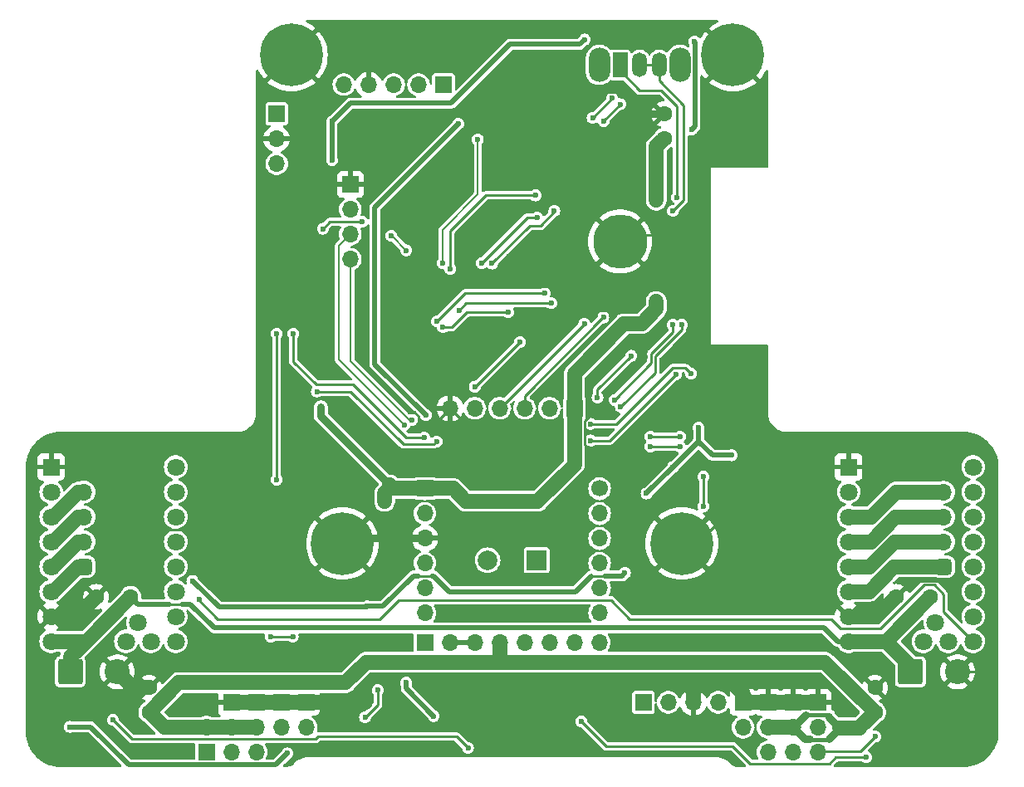
<source format=gbr>
%TF.GenerationSoftware,KiCad,Pcbnew,8.0.9*%
%TF.CreationDate,2025-06-10T00:45:35+02:00*%
%TF.ProjectId,Carte_Mere_PAMI_2025,43617274-655f-44d6-9572-655f50414d49,rev?*%
%TF.SameCoordinates,Original*%
%TF.FileFunction,Copper,L2,Bot*%
%TF.FilePolarity,Positive*%
%FSLAX46Y46*%
G04 Gerber Fmt 4.6, Leading zero omitted, Abs format (unit mm)*
G04 Created by KiCad (PCBNEW 8.0.9) date 2025-06-10 00:45:35*
%MOMM*%
%LPD*%
G01*
G04 APERTURE LIST*
G04 Aperture macros list*
%AMRoundRect*
0 Rectangle with rounded corners*
0 $1 Rounding radius*
0 $2 $3 $4 $5 $6 $7 $8 $9 X,Y pos of 4 corners*
0 Add a 4 corners polygon primitive as box body*
4,1,4,$2,$3,$4,$5,$6,$7,$8,$9,$2,$3,0*
0 Add four circle primitives for the rounded corners*
1,1,$1+$1,$2,$3*
1,1,$1+$1,$4,$5*
1,1,$1+$1,$6,$7*
1,1,$1+$1,$8,$9*
0 Add four rect primitives between the rounded corners*
20,1,$1+$1,$2,$3,$4,$5,0*
20,1,$1+$1,$4,$5,$6,$7,0*
20,1,$1+$1,$6,$7,$8,$9,0*
20,1,$1+$1,$8,$9,$2,$3,0*%
G04 Aperture macros list end*
%TA.AperFunction,ComponentPad*%
%ADD10R,1.700000X1.700000*%
%TD*%
%TA.AperFunction,ComponentPad*%
%ADD11O,1.700000X1.700000*%
%TD*%
%TA.AperFunction,ComponentPad*%
%ADD12C,6.400000*%
%TD*%
%TA.AperFunction,ComponentPad*%
%ADD13R,1.800000X1.800000*%
%TD*%
%TA.AperFunction,ComponentPad*%
%ADD14C,1.800000*%
%TD*%
%TA.AperFunction,ComponentPad*%
%ADD15C,1.600000*%
%TD*%
%TA.AperFunction,ComponentPad*%
%ADD16C,1.700000*%
%TD*%
%TA.AperFunction,ComponentPad*%
%ADD17C,5.500000*%
%TD*%
%TA.AperFunction,ComponentPad*%
%ADD18O,2.200000X3.500000*%
%TD*%
%TA.AperFunction,ComponentPad*%
%ADD19R,1.500000X2.500000*%
%TD*%
%TA.AperFunction,ComponentPad*%
%ADD20O,1.500000X2.500000*%
%TD*%
%TA.AperFunction,ComponentPad*%
%ADD21R,2.000000X2.000000*%
%TD*%
%TA.AperFunction,ComponentPad*%
%ADD22C,2.000000*%
%TD*%
%TA.AperFunction,ComponentPad*%
%ADD23RoundRect,0.425000X-0.425000X-0.425000X0.425000X-0.425000X0.425000X0.425000X-0.425000X0.425000X0*%
%TD*%
%TA.AperFunction,ComponentPad*%
%ADD24RoundRect,0.249999X-1.025001X-1.025001X1.025001X-1.025001X1.025001X1.025001X-1.025001X1.025001X0*%
%TD*%
%TA.AperFunction,ComponentPad*%
%ADD25C,2.550000*%
%TD*%
%TA.AperFunction,ViaPad*%
%ADD26C,0.600000*%
%TD*%
%TA.AperFunction,Conductor*%
%ADD27C,0.250000*%
%TD*%
%TA.AperFunction,Conductor*%
%ADD28C,1.500000*%
%TD*%
%TA.AperFunction,Conductor*%
%ADD29C,0.800000*%
%TD*%
%TA.AperFunction,Conductor*%
%ADD30C,0.400000*%
%TD*%
%TA.AperFunction,Conductor*%
%ADD31C,0.500000*%
%TD*%
%TA.AperFunction,Conductor*%
%ADD32C,0.200000*%
%TD*%
G04 APERTURE END LIST*
D10*
%TO.P,J6,1,Pin_1*%
%TO.N,+3.3V*%
X6350000Y36000000D03*
D11*
%TO.P,J6,2,Pin_2*%
%TO.N,/ESP32_EN*%
X3810000Y36000000D03*
%TO.P,J6,3,Pin_3*%
%TO.N,/TXD0*%
X1270000Y36000000D03*
%TO.P,J6,4,Pin_4*%
%TO.N,/RXD0*%
X-1270000Y36000000D03*
%TO.P,J6,5,Pin_5*%
%TO.N,/BOOT0*%
X-3810000Y36000000D03*
%TO.P,J6,6,Pin_6*%
%TO.N,GND*%
X-6350000Y36000000D03*
%TD*%
D12*
%TO.P,H4,1,1*%
%TO.N,GND*%
X-22500000Y72000000D03*
%TD*%
D10*
%TO.P,J5,1,Pin_1*%
%TO.N,/5V_USB*%
X-7000000Y69000000D03*
D11*
%TO.P,J5,2,Pin_2*%
%TO.N,/USB_N*%
X-9540000Y69000000D03*
%TO.P,J5,3,Pin_3*%
%TO.N,/USB_P*%
X-12080000Y69000000D03*
%TO.P,J5,4,Pin_4*%
%TO.N,GND*%
X-14620000Y69000000D03*
%TO.P,J5,5,Pin_5*%
%TO.N,unconnected-(J5-Pin_5-Pad5)*%
X-17160000Y69000000D03*
%TD*%
D10*
%TO.P,J18,1,Pin_1*%
%TO.N,GND*%
X23540000Y6000000D03*
D11*
%TO.P,J18,2,Pin_2*%
%TO.N,/uSW2*%
X23540000Y3460000D03*
%TD*%
D10*
%TO.P,J13,1,Pin_1*%
%TO.N,GND*%
X26080000Y6000000D03*
D11*
%TO.P,J13,2,Pin_2*%
%TO.N,+5P*%
X26080000Y3460000D03*
%TO.P,J13,3,Pin_3*%
%TO.N,/SERVO3*%
X26080000Y920000D03*
%TD*%
D10*
%TO.P,J11,1,Pin_1*%
%TO.N,GND*%
X-28620000Y6000000D03*
D11*
%TO.P,J11,2,Pin_2*%
%TO.N,+5P*%
X-28620000Y3460000D03*
%TO.P,J11,3,Pin_3*%
%TO.N,/SERVO1*%
X-28620000Y920000D03*
%TD*%
D13*
%TO.P,U4,1,GND*%
%TO.N,GND*%
X-47000000Y30000000D03*
D14*
%TO.P,U4,2,VIO*%
%TO.N,+3.3V*%
X-47000000Y27460000D03*
%TO.P,U4,3,M1B*%
%TO.N,Net-(J9-Pin_4)*%
X-47000000Y24920000D03*
%TO.P,U4,4,M1A*%
%TO.N,Net-(J9-Pin_3)*%
X-47000000Y22380000D03*
%TO.P,U4,5,M2A*%
%TO.N,Net-(J9-Pin_2)*%
X-47000000Y19840000D03*
%TO.P,U4,6,M2B*%
%TO.N,Net-(J9-Pin_1)*%
X-47000000Y17300000D03*
%TO.P,U4,7,GND*%
%TO.N,GND*%
X-47000000Y14760000D03*
%TO.P,U4,8,VM*%
%TO.N,VBATT_12V*%
X-47000000Y12220000D03*
%TO.P,U4,9,DIR*%
%TO.N,/M1_DIR*%
X-34300000Y30000000D03*
%TO.P,U4,10,STEP*%
%TO.N,/M1_STEP*%
X-34300000Y27460000D03*
%TO.P,U4,11,CLK*%
%TO.N,unconnected-(U4-CLK-Pad11)*%
X-34300000Y24920000D03*
%TO.P,U4,12,UART*%
%TO.N,unconnected-(U4-UART-Pad12)*%
X-34300000Y22380000D03*
%TO.P,U4,13,UART*%
%TO.N,unconnected-(U4-UART-Pad13)*%
X-34300000Y19840000D03*
%TO.P,U4,14,MS2*%
%TO.N,Net-(JP2-A)*%
X-34300000Y17300000D03*
%TO.P,U4,15,MS1*%
%TO.N,Net-(JP3-A)*%
X-34300000Y14760000D03*
%TO.P,U4,16,EN*%
%TO.N,/M_EN*%
X-34300000Y12220000D03*
%TO.P,U4,17,VREF*%
%TO.N,unconnected-(U4-VREF-Pad17)*%
X-36840000Y12220000D03*
%TO.P,U4,18,INDEX*%
%TO.N,unconnected-(U4-INDEX-Pad18)*%
X-38150000Y14110000D03*
%TO.P,U4,19,DIAG*%
%TO.N,/M1_DIAG*%
X-39380000Y12220000D03*
%TD*%
D12*
%TO.P,H2,1,1*%
%TO.N,GND*%
X-17300000Y22200000D03*
%TD*%
D13*
%TO.P,U5,1,GND*%
%TO.N,GND*%
X34300000Y30000000D03*
D14*
%TO.P,U5,2,VIO*%
%TO.N,+3.3V*%
X34300000Y27460000D03*
%TO.P,U5,3,M1B*%
%TO.N,Net-(J10-Pin_4)*%
X34300000Y24920000D03*
%TO.P,U5,4,M1A*%
%TO.N,Net-(J10-Pin_3)*%
X34300000Y22380000D03*
%TO.P,U5,5,M2A*%
%TO.N,Net-(J10-Pin_2)*%
X34300000Y19840000D03*
%TO.P,U5,6,M2B*%
%TO.N,Net-(J10-Pin_1)*%
X34300000Y17300000D03*
%TO.P,U5,7,GND*%
%TO.N,GND*%
X34300000Y14760000D03*
%TO.P,U5,8,VM*%
%TO.N,VBATT_12V*%
X34300000Y12220000D03*
%TO.P,U5,9,DIR*%
%TO.N,/M2_DIR*%
X47000000Y30000000D03*
%TO.P,U5,10,STEP*%
%TO.N,/M2_STEP*%
X47000000Y27460000D03*
%TO.P,U5,11,CLK*%
%TO.N,unconnected-(U5-CLK-Pad11)*%
X47000000Y24920000D03*
%TO.P,U5,12,UART*%
%TO.N,unconnected-(U5-UART-Pad12)*%
X47000000Y22380000D03*
%TO.P,U5,13,UART*%
%TO.N,unconnected-(U5-UART-Pad13)*%
X47000000Y19840000D03*
%TO.P,U5,14,MS2*%
%TO.N,Net-(JP4-A)*%
X47000000Y17300000D03*
%TO.P,U5,15,MS1*%
%TO.N,Net-(JP5-A)*%
X47000000Y14760000D03*
%TO.P,U5,16,EN*%
%TO.N,/M_EN*%
X47000000Y12220000D03*
%TO.P,U5,17,VREF*%
%TO.N,unconnected-(U5-VREF-Pad17)*%
X44460000Y12220000D03*
%TO.P,U5,18,INDEX*%
%TO.N,unconnected-(U5-INDEX-Pad18)*%
X43150000Y14110000D03*
%TO.P,U5,19,DIAG*%
%TO.N,/M2_DIAG*%
X41920000Y12220000D03*
%TD*%
D15*
%TO.P,C11,1*%
%TO.N,+3.3V*%
X15500000Y63500000D03*
%TO.P,C11,2*%
%TO.N,GND*%
X15500000Y66000000D03*
%TD*%
D10*
%TO.P,J8,1,Pin_1*%
%TO.N,GND*%
X-16500000Y58810000D03*
D11*
%TO.P,J8,2,Pin_2*%
%TO.N,+3.3V*%
X-16500000Y56270000D03*
%TO.P,J8,3,Pin_3*%
%TO.N,/SCL*%
X-16500000Y53730000D03*
%TO.P,J8,4,Pin_4*%
%TO.N,/SDA*%
X-16500000Y51190000D03*
%TD*%
D10*
%TO.P,J17,1,Pin_1*%
%TO.N,GND*%
X-23540000Y6000000D03*
D11*
%TO.P,J17,2,Pin_2*%
%TO.N,/uSW1*%
X-23540000Y3460000D03*
%TD*%
D10*
%TO.P,J12,1,Pin_1*%
%TO.N,GND*%
X-26080000Y6000000D03*
D11*
%TO.P,J12,2,Pin_2*%
%TO.N,+5P*%
X-26080000Y3460000D03*
%TO.P,J12,3,Pin_3*%
%TO.N,/SERVO2*%
X-26080000Y920000D03*
%TD*%
D10*
%TO.P,J14,1,Pin_1*%
%TO.N,GND*%
X28620000Y6000000D03*
D11*
%TO.P,J14,2,Pin_2*%
%TO.N,+5P*%
X28620000Y3460000D03*
%TO.P,J14,3,Pin_3*%
%TO.N,/SERVO4*%
X28620000Y920000D03*
%TD*%
D15*
%TO.P,C14,1*%
%TO.N,VBATT_12V*%
X-38900000Y16764000D03*
%TO.P,C14,2*%
%TO.N,GND*%
X-42400000Y16764000D03*
%TD*%
D10*
%TO.P,J20,1,Pin_1*%
%TO.N,GND*%
X31160000Y6000000D03*
D11*
%TO.P,J20,2,Pin_2*%
%TO.N,+5L*%
X31160000Y3460000D03*
%TO.P,J20,3,Pin_3*%
%TO.N,/WS_5*%
X31160000Y920000D03*
%TD*%
D10*
%TO.P,U2,1,VIN*%
%TO.N,+3.3V*%
X-8890000Y27810000D03*
D11*
%TO.P,U2,2,3Vo*%
%TO.N,unconnected-(U2-3Vo-Pad2)*%
X-8890000Y25270000D03*
%TO.P,U2,3,GND*%
%TO.N,GND*%
X-8890000Y22730000D03*
%TO.P,U2,4,SCL/CLK/TX*%
%TO.N,/SCL*%
X-8890000Y20190000D03*
%TO.P,U2,5,SDA/MISO/RX*%
%TO.N,/SDA*%
X-8890000Y17650000D03*
%TO.P,U2,6,~{INT}*%
%TO.N,unconnected-(U2-~{INT}-Pad6)*%
X-8890000Y15110000D03*
D16*
%TO.P,U2,7,~{BOOT}*%
%TO.N,unconnected-(U2-~{BOOT}-Pad7)*%
X8920000Y27810000D03*
D11*
%TO.P,U2,8,P0*%
%TO.N,unconnected-(U2-P0-Pad8)*%
X8920000Y25270000D03*
%TO.P,U2,9,P1*%
%TO.N,unconnected-(U2-P1-Pad9)*%
X8920000Y22730000D03*
%TO.P,U2,10,~{RST}*%
%TO.N,unconnected-(U2-~{RST}-Pad10)*%
X8920000Y20190000D03*
%TO.P,U2,11,A0/MOSI*%
%TO.N,unconnected-(U2-A0{slash}MOSI-Pad11)*%
X8920000Y17650000D03*
%TO.P,U2,12,~{CS}*%
%TO.N,unconnected-(U2-~{CS}-Pad12)*%
X8920000Y15110000D03*
%TD*%
D12*
%TO.P,H1,1,1*%
%TO.N,GND*%
X17300000Y22200000D03*
%TD*%
D15*
%TO.P,C23,1*%
%TO.N,+5P*%
X37000000Y5000000D03*
%TO.P,C23,2*%
%TO.N,GND*%
X37000000Y7500000D03*
%TD*%
D10*
%TO.P,J1,1,Pin_1*%
%TO.N,+3.3V*%
X-24000000Y66025000D03*
D11*
%TO.P,J1,2,Pin_2*%
%TO.N,GND*%
X-24000000Y63485000D03*
%TO.P,J1,3,Pin_3*%
%TO.N,/TIRETTE*%
X-24000000Y60945000D03*
%TD*%
D10*
%TO.P,J19,1,Pin_1*%
%TO.N,GND*%
X-21000000Y6000000D03*
D11*
%TO.P,J19,2,Pin_2*%
%TO.N,/uSW3*%
X-21000000Y3460000D03*
%TD*%
D15*
%TO.P,C15,1*%
%TO.N,VBATT_12V*%
X42650000Y16764000D03*
%TO.P,C15,2*%
%TO.N,GND*%
X39150000Y16764000D03*
%TD*%
D12*
%TO.P,H3,1,1*%
%TO.N,GND*%
X22500000Y72000000D03*
%TD*%
D15*
%TO.P,C22,1*%
%TO.N,+5P*%
X-37000000Y5000000D03*
%TO.P,C22,2*%
%TO.N,GND*%
X-37000000Y7500000D03*
%TD*%
D17*
%TO.P,U3,PAD,GND*%
%TO.N,GND*%
X11000000Y53000000D03*
%TD*%
D10*
%TO.P,J3,1,Pin_1*%
%TO.N,Net-(D2-A)*%
X-31160000Y920000D03*
D11*
%TO.P,J3,2,Pin_2*%
%TO.N,+5P*%
X-31160000Y3460000D03*
%TD*%
D10*
%TO.P,J16,1,Pin_1*%
%TO.N,/TX_LIDAR*%
X13380000Y6000000D03*
D11*
%TO.P,J16,2,Pin_2*%
%TO.N,/PWM_LIDAR*%
X15920000Y6000000D03*
%TO.P,J16,3,Pin_3*%
%TO.N,GND*%
X18460000Y6000000D03*
%TO.P,J16,4,Pin_4*%
%TO.N,+5P*%
X21000000Y6000000D03*
%TD*%
D18*
%TO.P,SW1,*%
%TO.N,*%
X8900000Y71000000D03*
X17100000Y71000000D03*
D19*
%TO.P,SW1,1,C*%
%TO.N,/ALIM_EN_5L*%
X11000000Y71000000D03*
D20*
%TO.P,SW1,2,B*%
%TO.N,/EN_5L*%
X13000000Y71000000D03*
%TO.P,SW1,3,A*%
X15000000Y71000000D03*
%TD*%
D21*
%TO.P,BZ1,1,+*%
%TO.N,+5P*%
X2500000Y20500000D03*
D22*
%TO.P,BZ1,2,-*%
%TO.N,Net-(BZ1--)*%
X-2500000Y20500000D03*
%TD*%
D23*
%TO.P,J9,1,Pin_1*%
%TO.N,Net-(J9-Pin_1)*%
X-43650000Y19840000D03*
D11*
%TO.P,J9,2,Pin_2*%
%TO.N,Net-(J9-Pin_2)*%
X-43650000Y22380000D03*
%TO.P,J9,3,Pin_3*%
%TO.N,Net-(J9-Pin_3)*%
X-43650000Y24920000D03*
%TO.P,J9,4,Pin_4*%
%TO.N,Net-(J9-Pin_4)*%
X-43650000Y27460000D03*
%TD*%
D23*
%TO.P,J10,1,Pin_1*%
%TO.N,Net-(J10-Pin_1)*%
X43980000Y19830000D03*
D11*
%TO.P,J10,2,Pin_2*%
%TO.N,Net-(J10-Pin_2)*%
X43980000Y22370000D03*
%TO.P,J10,3,Pin_3*%
%TO.N,Net-(J10-Pin_3)*%
X43980000Y24910000D03*
%TO.P,J10,4,Pin_4*%
%TO.N,Net-(J10-Pin_4)*%
X43980000Y27450000D03*
%TD*%
D10*
%TO.P,J2,1,Pin_1*%
%TO.N,+5L*%
X-8890000Y12100000D03*
D11*
%TO.P,J2,2,Pin_2*%
%TO.N,GND*%
X-6350000Y12100000D03*
%TO.P,J2,3,Pin_3*%
X-3810000Y12100000D03*
%TO.P,J2,4,Pin_4*%
%TO.N,+5P*%
X-1270000Y12100000D03*
%TO.P,J2,5,Pin_5*%
%TO.N,/CaptTOR_1*%
X1270000Y12100000D03*
%TO.P,J2,6,Pin_6*%
%TO.N,/CaptTOR_2*%
X3810000Y12100000D03*
%TO.P,J2,7,Pin_7*%
%TO.N,/EN_5L*%
X6350000Y12100000D03*
%TO.P,J2,8,Pin_8*%
%TO.N,/ALIM_EN_5L*%
X8890000Y12100000D03*
%TD*%
D24*
%TO.P,J7,1,Pin_1*%
%TO.N,VBATT_12V*%
X40600000Y9110000D03*
D25*
%TO.P,J7,2,Pin_2*%
%TO.N,GND*%
X45400000Y9110000D03*
%TD*%
D24*
%TO.P,J15,1,Pin_1*%
%TO.N,VBATT_12V*%
X-45050000Y9110000D03*
D25*
%TO.P,J15,2,Pin_2*%
%TO.N,GND*%
X-40250000Y9110000D03*
%TD*%
D26*
%TO.N,GND*%
X5000000Y75000000D03*
X-24900000Y37700000D03*
%TO.N,Net-(D1-A)*%
X-22300000Y43600000D03*
%TO.N,GND*%
X-18400000Y56400000D03*
X-6800000Y26200000D03*
X-25700000Y48400000D03*
X46800000Y2100000D03*
X13800000Y26200000D03*
X-36200000Y21100000D03*
X2600000Y53600000D03*
X18700000Y55300000D03*
X-22300000Y24100000D03*
X-11700000Y23600000D03*
X-24900000Y28900000D03*
X4700000Y26200000D03*
X-10100000Y3300000D03*
X49100000Y9800000D03*
X10200000Y62200000D03*
X-21300000Y42400000D03*
X-14900000Y40400000D03*
X31100000Y22100000D03*
X26100000Y12100000D03*
X6500000Y69300000D03*
X5100000Y52100000D03*
X-4600000Y58800000D03*
X-2100000Y69300000D03*
X18800000Y44900000D03*
X-9600000Y52700000D03*
X13575000Y41250000D03*
X900000Y40500000D03*
X-26200000Y17000000D03*
X-31200000Y23500000D03*
X-11400000Y53900000D03*
X31100000Y15900000D03*
X-12300000Y29700000D03*
X45400000Y23700000D03*
X-20500000Y12600000D03*
X-49200000Y17000000D03*
X-300000Y56900000D03*
X28800000Y15900000D03*
X-18400000Y47800000D03*
X9500000Y8200000D03*
X-5000000Y70100000D03*
X31000000Y12100000D03*
X-2600000Y58800000D03*
X16100000Y26600000D03*
X-1400000Y55500000D03*
X-40650000Y21110000D03*
X41600000Y31000000D03*
X18760000Y61760000D03*
X40800000Y18300000D03*
X46600000Y32900000D03*
X26100000Y15900000D03*
X25700000Y68500000D03*
X-33000000Y1000000D03*
X4300000Y38550000D03*
X5400000Y18500000D03*
X-3800000Y52700000D03*
X-10700000Y64300000D03*
X14800000Y8200000D03*
X21700000Y28900000D03*
X14700000Y15500000D03*
X-20700000Y60000000D03*
X-26200000Y24100000D03*
X21300000Y27200000D03*
X11470000Y74840000D03*
X-12900000Y32700000D03*
X-2200000Y41100000D03*
X7400000Y1700000D03*
X-2800000Y18600000D03*
X4200000Y900000D03*
X17800000Y28900000D03*
X200000Y39000000D03*
X-5400000Y48700000D03*
X-12700000Y64300000D03*
X-8000000Y46600000D03*
X-15000000Y3400000D03*
X-7400000Y55600000D03*
X-32300000Y28700000D03*
X25400000Y31100000D03*
X23400000Y12100000D03*
X15300000Y40700000D03*
X-35500000Y26200000D03*
X8500000Y33600000D03*
X-15100000Y52600000D03*
X-22700000Y9400000D03*
X300000Y15100000D03*
X13300000Y31100000D03*
X-15500000Y75100000D03*
X10500000Y46100000D03*
X1400000Y73900000D03*
X2700000Y44300000D03*
X9500000Y3300000D03*
X100000Y2600000D03*
X24300000Y1300000D03*
X8700000Y39900000D03*
X28800000Y12100000D03*
X10000000Y37800000D03*
X-17600000Y36700000D03*
X-280000Y51500000D03*
X-200000Y63300000D03*
X-11900000Y50900000D03*
X-12900000Y41800000D03*
X-3600000Y15000000D03*
X-24200000Y1100000D03*
X-47000000Y32800000D03*
X-14900000Y6000000D03*
X24000000Y29000000D03*
X-3100000Y37500000D03*
X-34100000Y5200000D03*
X-21700000Y48400000D03*
X-7200000Y15300000D03*
X-29600000Y24300000D03*
X9900000Y29400000D03*
X10600000Y20000000D03*
X18800000Y58200000D03*
X31200000Y8200000D03*
X-10900000Y12100000D03*
X-37600000Y3300000D03*
X-49200000Y10200000D03*
X8200000Y35400000D03*
X-21300000Y11300000D03*
X16100000Y58200000D03*
X2700000Y28900000D03*
X28700000Y8200000D03*
X-18400000Y50500000D03*
X-20100000Y34300000D03*
X31200000Y28900000D03*
X-16800000Y39100000D03*
X-13500000Y60400000D03*
X-3800000Y41900000D03*
X-6400000Y19200000D03*
X-5700000Y3800000D03*
X-28300000Y32900000D03*
X19400000Y2400000D03*
X3500000Y33600000D03*
X25600000Y61400000D03*
X-16006000Y6000000D03*
X7700000Y31900000D03*
X-3400000Y22500000D03*
X20500000Y26000000D03*
X-6600000Y1000000D03*
X-16200000Y63000000D03*
X-32200000Y13300000D03*
X24875000Y39700000D03*
X-4400000Y31500000D03*
X11100000Y38900000D03*
X-2390000Y54120000D03*
X26100000Y8200000D03*
X12100000Y12100000D03*
X-15000000Y50400000D03*
X17900000Y33800000D03*
X2700000Y18500000D03*
X2400000Y41200000D03*
X-23800000Y10200000D03*
X23500000Y15900000D03*
X5000000Y39900000D03*
X12900000Y28300000D03*
X7950000Y58750000D03*
X-44600000Y-200000D03*
X11400000Y17300000D03*
X-41900000Y26100000D03*
X-10100000Y1700000D03*
X-8800000Y36700000D03*
X-9900000Y29800000D03*
X-1500000Y8100000D03*
X-22300000Y37500000D03*
X-30400000Y12600000D03*
X3800000Y14700000D03*
X-49200000Y2600000D03*
X44200000Y100000D03*
X26300000Y33800000D03*
X14700000Y12100000D03*
X5400000Y58700000D03*
X22000000Y21700000D03*
X4100000Y61600000D03*
X20150000Y41050000D03*
X-22800000Y28600000D03*
X-12900000Y47700000D03*
X-24700000Y11600000D03*
X13200000Y58700000D03*
X-32600000Y24000000D03*
X-25700000Y54900000D03*
X-31300000Y9500000D03*
X2500000Y48700000D03*
X-16100000Y29600000D03*
X-49200000Y30000000D03*
X13100000Y48800000D03*
X-37600000Y1000000D03*
X35800000Y26400000D03*
X-15200000Y47600000D03*
X100000Y28300000D03*
X-8900000Y75100000D03*
X18300000Y75200000D03*
X-9900000Y59000000D03*
X2600000Y56600000D03*
X-28600000Y31100000D03*
X-20900000Y61900000D03*
X-22200000Y18500000D03*
X-47800000Y7100000D03*
X1100000Y60700000D03*
X-1000000Y42300000D03*
X-1000000Y48900000D03*
X-3400000Y27900000D03*
X6000000Y14500000D03*
X2600000Y37200000D03*
X-24875000Y45200000D03*
X49000000Y21100000D03*
X-37400000Y27200000D03*
X33710000Y-290000D03*
X15100000Y44500000D03*
X20100000Y37800000D03*
%TO.N,+5P*%
X21500000Y10100000D03*
X20500000Y10100000D03*
%TO.N,+3.3V*%
X-13700000Y7250000D03*
X-18368750Y61300000D03*
X7400000Y73600000D03*
X14700001Y58100001D03*
X18300000Y64400000D03*
X16400000Y30000000D03*
X22400000Y31200000D03*
X-15000000Y4468500D03*
X-13000000Y26300000D03*
X18600000Y73400000D03*
X14700001Y46099999D03*
X11500000Y19200000D03*
X-13000000Y27300000D03*
X14700001Y46900000D03*
X13700000Y27300000D03*
X-19500000Y36100000D03*
X-14750000Y15800000D03*
X-32600000Y18400000D03*
X14700000Y57200000D03*
X-18368750Y65231250D03*
X19000000Y34000000D03*
%TO.N,+5L*%
X-10800000Y8000000D03*
X-22900000Y800000D03*
X-5500000Y65000000D03*
X-8800000Y35300000D03*
X-45100000Y3500000D03*
X-8000000Y4600000D03*
%TO.N,/BOOT0*%
X-7700000Y32600000D03*
X-19900000Y37700000D03*
X-3810000Y38200000D03*
X800000Y42750000D03*
%TO.N,/ESP32_EN*%
X18250141Y39525717D03*
X8000000Y34400000D03*
%TO.N,Net-(D1-A)*%
X-8950000Y33000000D03*
%TO.N,/AU_STATUS*%
X8000000Y32700000D03*
X16700000Y39437500D03*
%TO.N,/WS_2*%
X-3500000Y63400000D03*
X-7100000Y50800000D03*
%TO.N,/WS_3*%
X-40700000Y4200000D03*
X-4500000Y1350000D03*
%TO.N,/WS_4*%
X7050000Y4050000D03*
X36100000Y400000D03*
%TO.N,/WS_5*%
X37000000Y2500000D03*
%TO.N,/EN_5L*%
X10450000Y36850000D03*
X16400000Y56100000D03*
X16400000Y44500000D03*
%TO.N,/CaptTOR_1*%
X8700000Y37100000D03*
X12141942Y41341942D03*
%TO.N,/ALIM_EN_5L*%
X11074000Y36126000D03*
X16800000Y57500000D03*
X17300000Y44500000D03*
%TO.N,/TXD0*%
X9300000Y45250000D03*
%TO.N,/RXD0*%
X7355000Y44625000D03*
%TO.N,/SCL*%
X-11000000Y34300000D03*
X-12312500Y53587500D03*
X-10800000Y52100000D03*
%TO.N,/SDA*%
X-10200000Y34800000D03*
%TO.N,/SERVO1*%
X2550000Y55450000D03*
X-3100000Y50800000D03*
%TO.N,/SERVO2*%
X4300000Y56100000D03*
X-2050000Y50750000D03*
%TO.N,/ID1*%
X10200000Y67625000D03*
X8200000Y65600000D03*
%TO.N,/ID2*%
X11000000Y67000000D03*
X9325000Y65275000D03*
%TO.N,Net-(Q1-G)*%
X-24000000Y43600000D03*
X-24000000Y28700000D03*
%TO.N,/LED_RED*%
X-19300000Y54300000D03*
X-15300000Y55000000D03*
%TO.N,/M2_STEP*%
X14100000Y32100000D03*
X17100000Y32100000D03*
%TO.N,/M1_STEP*%
X-415000Y45785000D03*
X-7050000Y44250000D03*
%TO.N,/M2_DIR*%
X14100000Y33100000D03*
X17100000Y33100000D03*
%TO.N,/M1_DIR*%
X3300000Y47700000D03*
X-7650000Y44850000D03*
%TO.N,/M_EN*%
X-31900000Y16500000D03*
X2400000Y57700000D03*
X-6300000Y50200000D03*
%TO.N,/uSW1*%
X-22365000Y12700000D03*
X-24625000Y12700000D03*
%TO.N,/uSW2*%
X19500000Y26000000D03*
X19500000Y29000000D03*
%TO.N,/M1_DIAG{slash}uSW1*%
X4000000Y46700000D03*
X-5400000Y46000000D03*
%TD*%
D27*
%TO.N,GND*%
X26300000Y30300000D02*
X26600000Y30000000D01*
X26300000Y33800000D02*
X26300000Y30300000D01*
X26300000Y33800000D02*
X22000000Y38100000D01*
X22000000Y38100000D02*
X22000000Y39200000D01*
X22000000Y39200000D02*
X20150000Y41050000D01*
%TO.N,Net-(Q1-G)*%
X-24000000Y43600000D02*
X-24000000Y28700000D01*
%TO.N,Net-(D1-A)*%
X-19975000Y38400000D02*
X-16200000Y38400000D01*
X-22300000Y43600000D02*
X-22300000Y40725000D01*
X-22300000Y40725000D02*
X-19975000Y38400000D01*
X-16200000Y38400000D02*
X-10800000Y33000000D01*
X-10800000Y33000000D02*
X-8950000Y33000000D01*
%TO.N,GND*%
X-22500000Y45200000D02*
X-24875000Y45200000D01*
X-21300000Y42400000D02*
X-21300000Y44000000D01*
X-21300000Y44000000D02*
X-22500000Y45200000D01*
D28*
X-23540000Y6000000D02*
X-21000000Y6000000D01*
D27*
X7900000Y35200000D02*
X8700000Y35200000D01*
X-14900000Y40400000D02*
X-14900000Y40100000D01*
X15200000Y53700000D02*
X15400000Y53700000D01*
D28*
X23540000Y6860000D02*
X23540000Y6000000D01*
D27*
X11800000Y53700000D02*
X15200000Y53700000D01*
D29*
X-13500000Y61500000D02*
X-10700000Y64300000D01*
X6250000Y63750000D02*
X4100000Y61600000D01*
D28*
X19357919Y8100000D02*
X22300000Y8100000D01*
X18460000Y7202081D02*
X19357919Y8100000D01*
D27*
X7375000Y32225000D02*
X7375000Y34675000D01*
D29*
X3200000Y60700000D02*
X1100000Y60700000D01*
D27*
X-10000000Y35600000D02*
X-9500000Y35100000D01*
X9500000Y37300000D02*
X10000000Y37800000D01*
X15900000Y53200000D02*
X15400000Y53700000D01*
X-14900000Y40100000D02*
X-10400000Y35600000D01*
D28*
X-37000000Y7500000D02*
X-38640000Y7500000D01*
D29*
X-16770000Y22730000D02*
X-17300000Y22200000D01*
D28*
X-28620000Y6000000D02*
X-26080000Y6000000D01*
D29*
X11550000Y63750000D02*
X6250000Y63750000D01*
D27*
X13575000Y42975000D02*
X15900000Y45300000D01*
D28*
X-44404000Y14760000D02*
X-42400000Y16764000D01*
D27*
X-35315000Y23605000D02*
X-35950000Y24240000D01*
X44200000Y30000000D02*
X45700000Y31500000D01*
X44880000Y18400000D02*
X40786000Y18400000D01*
X48000000Y31500000D02*
X49000000Y30500000D01*
D29*
X15500000Y66000000D02*
X13800000Y66000000D01*
X11275000Y68525000D02*
X7275000Y68525000D01*
D27*
X18800000Y22200000D02*
X26600000Y30000000D01*
X-47000000Y32800000D02*
X-47000000Y30000000D01*
X19800000Y40700000D02*
X15300000Y40700000D01*
D28*
X34300000Y14760000D02*
X37146000Y14760000D01*
D27*
X-32600000Y24000000D02*
X-32995000Y23605000D01*
X9500000Y36000000D02*
X9500000Y37300000D01*
X7375000Y34675000D02*
X7900000Y35200000D01*
X45400000Y18920000D02*
X44880000Y18400000D01*
X18760000Y57060000D02*
X18760000Y61760000D01*
D29*
X13800000Y66000000D02*
X11275000Y68525000D01*
D28*
X-47000000Y14760000D02*
X-44404000Y14760000D01*
D27*
X34300000Y30000000D02*
X44200000Y30000000D01*
X13575000Y41250000D02*
X13450000Y41250000D01*
D28*
X22300000Y8100000D02*
X23540000Y6860000D01*
D27*
X11100000Y38900000D02*
X10000000Y37800000D01*
X15400000Y53700000D02*
X18760000Y57060000D01*
X7700000Y31900000D02*
X7375000Y32225000D01*
X49000000Y30500000D02*
X49000000Y10500000D01*
X45700000Y31500000D02*
X48000000Y31500000D01*
X49000000Y10500000D02*
X47610000Y9110000D01*
D28*
X-38640000Y7500000D02*
X-40250000Y9110000D01*
D27*
X-10400000Y35600000D02*
X-10000000Y35600000D01*
X47610000Y9110000D02*
X45400000Y9110000D01*
X13575000Y41250000D02*
X13575000Y42975000D01*
D28*
X26080000Y6000000D02*
X23540000Y6000000D01*
D27*
X-7950000Y34400000D02*
X-6350000Y36000000D01*
X17300000Y22200000D02*
X18800000Y22200000D01*
X15900000Y45300000D02*
X15900000Y53200000D01*
X8700000Y35200000D02*
X9500000Y36000000D01*
X-35950000Y24240000D02*
X-35950000Y25750000D01*
D28*
X-26080000Y6000000D02*
X-23540000Y6000000D01*
D27*
X-32995000Y23605000D02*
X-35315000Y23605000D01*
D29*
X13800000Y66000000D02*
X11550000Y63750000D01*
D28*
X28620000Y6000000D02*
X26080000Y6000000D01*
D29*
X7275000Y68525000D02*
X6500000Y69300000D01*
D27*
X13450000Y41250000D02*
X11100000Y38900000D01*
X3200000Y33900000D02*
X-4250000Y33900000D01*
D28*
X-21000000Y6000000D02*
X-15000000Y6000000D01*
D27*
X44200000Y30000000D02*
X45400000Y28800000D01*
X-9100000Y34400000D02*
X-7950000Y34400000D01*
X45400000Y28800000D02*
X45400000Y18920000D01*
X26600000Y30000000D02*
X34300000Y30000000D01*
D29*
X4100000Y61600000D02*
X3200000Y60700000D01*
D27*
X-9500000Y34800000D02*
X-9100000Y34400000D01*
X3500000Y33600000D02*
X3200000Y33900000D01*
D28*
X18460000Y7202081D02*
X18460000Y6000000D01*
X9500000Y8200000D02*
X17462081Y8200000D01*
D27*
X20150000Y41050000D02*
X19800000Y40700000D01*
D28*
X17462081Y8200000D02*
X18460000Y7202081D01*
D29*
X-13500000Y60400000D02*
X-13500000Y61500000D01*
D27*
X40786000Y18400000D02*
X39150000Y16764000D01*
X-9500000Y35100000D02*
X-9500000Y34800000D01*
D28*
X28620000Y6000000D02*
X31160000Y6000000D01*
D27*
X-4250000Y33900000D02*
X-6350000Y36000000D01*
D28*
X37146000Y14760000D02*
X39150000Y16764000D01*
D27*
X-35950000Y25750000D02*
X-35500000Y26200000D01*
D29*
X-8890000Y22730000D02*
X-16770000Y22730000D01*
D28*
%TO.N,+5P*%
X-28620000Y3460000D02*
X-26080000Y3460000D01*
X28620000Y3460000D02*
X28660000Y3460000D01*
X-31160000Y3460000D02*
X-28620000Y3460000D01*
X-17000000Y8000000D02*
X-14900000Y10100000D01*
D30*
X32285000Y2285000D02*
X32200000Y2200000D01*
D29*
X29900000Y4700000D02*
X28660000Y3460000D01*
X32300000Y4600000D02*
X32300000Y4500000D01*
X32285000Y2285000D02*
X33400000Y3400000D01*
D28*
X28620000Y3460000D02*
X26080000Y3460000D01*
D29*
X28620000Y3454415D02*
X29789415Y2285000D01*
D28*
X-35460000Y3460000D02*
X-37000000Y5000000D01*
X35460000Y3460000D02*
X35400000Y3400000D01*
D30*
X32150000Y4750000D02*
X29900000Y4750000D01*
D28*
X37000000Y5000000D02*
X35460000Y3460000D01*
X-14900000Y10100000D02*
X-1270000Y10100000D01*
X-37000000Y5000000D02*
X-34000000Y8000000D01*
D30*
X30385000Y2200000D02*
X30300000Y2285000D01*
D28*
X-1270000Y10100000D02*
X21000000Y10100000D01*
X-34000000Y8000000D02*
X-17000000Y8000000D01*
X31900000Y10100000D02*
X37000000Y5000000D01*
X21000000Y10100000D02*
X31900000Y10100000D01*
D29*
X29789415Y2285000D02*
X30300000Y2285000D01*
D30*
X32300000Y4600000D02*
X32150000Y4750000D01*
D28*
X28620000Y3460000D02*
X28620000Y3454415D01*
X-1270000Y12100000D02*
X-1270000Y10100000D01*
X-31160000Y3460000D02*
X-35460000Y3460000D01*
D29*
X32300000Y4500000D02*
X33400000Y3400000D01*
D30*
X32200000Y2200000D02*
X30385000Y2200000D01*
D28*
X35400000Y3400000D02*
X33400000Y3400000D01*
%TO.N,+3.3V*%
X-12490000Y27810000D02*
X-12490000Y28190000D01*
D31*
X19000000Y32600000D02*
X19000000Y34000000D01*
D28*
X14700000Y58100000D02*
X14700001Y58100001D01*
D29*
X-19500000Y35200000D02*
X-19500000Y36100000D01*
D31*
X11500000Y19200000D02*
X11200000Y18900000D01*
X-14800000Y15700000D02*
X-14700000Y15800000D01*
X18300000Y64400000D02*
X18650000Y64750000D01*
D28*
X-8890000Y27810000D02*
X-6010000Y27810000D01*
X14700001Y46099999D02*
X13200002Y44600000D01*
D27*
X-13700000Y5768500D02*
X-15000000Y4468500D01*
D31*
X18650000Y64750000D02*
X18650000Y73350000D01*
D28*
X13200002Y44600000D02*
X11400000Y44600000D01*
X14700001Y46900000D02*
X14700001Y46099999D01*
D31*
X-8000000Y18900000D02*
X-8200000Y18900000D01*
X13700000Y27300000D02*
X16400000Y30000000D01*
X-6400000Y17300000D02*
X-8000000Y18900000D01*
X22400000Y31200000D02*
X20400000Y31200000D01*
D28*
X-8890000Y27810000D02*
X-12490000Y27810000D01*
X6350000Y30250000D02*
X6350000Y36000000D01*
X-6010000Y27810000D02*
X-4700000Y26500000D01*
D31*
X-14750000Y15800000D02*
X-13138478Y15800000D01*
D27*
X-13700000Y7250000D02*
X-13700000Y5768500D01*
D31*
X-18368750Y65231250D02*
X-18368750Y61300000D01*
X-16500000Y67100000D02*
X-6200000Y67100000D01*
X18650000Y73350000D02*
X18600000Y73400000D01*
D28*
X11400000Y44600000D02*
X6350000Y39550000D01*
X-12490000Y27810000D02*
X-13000000Y27300000D01*
D31*
X16400000Y30000000D02*
X19000000Y32600000D01*
X-29900000Y15700000D02*
X-14800000Y15700000D01*
X-200000Y73100000D02*
X6900000Y73100000D01*
X-6200000Y67100000D02*
X-200000Y73100000D01*
X-18368750Y65231250D02*
X-16500000Y67100000D01*
X-10038478Y18900000D02*
X-9500000Y18900000D01*
D29*
X-12490000Y28190000D02*
X-19500000Y35200000D01*
D28*
X14700001Y62700001D02*
X14700001Y58100001D01*
X6350000Y39550000D02*
X6350000Y36000000D01*
D27*
X-9500000Y18900000D02*
X-8200000Y18900000D01*
D28*
X-13000000Y27300000D02*
X-13000000Y26500000D01*
D31*
X11200000Y18900000D02*
X9400000Y18900000D01*
X-13138478Y15800000D02*
X-10038478Y18900000D01*
X20400000Y31200000D02*
X19000000Y32600000D01*
D27*
X8100000Y18900000D02*
X9400000Y18900000D01*
D28*
X2600000Y26500000D02*
X6350000Y30250000D01*
D31*
X-14700000Y15800000D02*
X-14750000Y15800000D01*
D28*
X15500000Y63500000D02*
X14700001Y62700001D01*
D31*
X6500000Y17300000D02*
X-6400000Y17300000D01*
D28*
X14700000Y57200000D02*
X14700000Y58100000D01*
X-4700000Y26500000D02*
X2600000Y26500000D01*
D31*
X-32600000Y18400000D02*
X-29900000Y15700000D01*
X8100000Y18900000D02*
X6500000Y17300000D01*
X6900000Y73100000D02*
X7400000Y73600000D01*
%TO.N,+5L*%
X-43000000Y3500000D02*
X-45100000Y3500000D01*
X-14000000Y56500000D02*
X-5500000Y65000000D01*
X-10800000Y7400000D02*
X-10800000Y8000000D01*
X-8800000Y35300000D02*
X-14000000Y40500000D01*
X-14000000Y40500000D02*
X-14000000Y56500000D01*
X-22900000Y800000D02*
X-24080000Y-380000D01*
X-39120000Y-380000D02*
X-43000000Y3500000D01*
X-24080000Y-380000D02*
X-39120000Y-380000D01*
X-8000000Y4600000D02*
X-10800000Y7400000D01*
D27*
%TO.N,/BOOT0*%
X-3810000Y38200000D02*
X-3750000Y38200000D01*
X-11100000Y32300000D02*
X-8000000Y32300000D01*
X-3750000Y38200000D02*
X800000Y42750000D01*
X-19900000Y37700000D02*
X-16500000Y37700000D01*
X-8000000Y32300000D02*
X-7700000Y32600000D01*
X-16500000Y37700000D02*
X-11100000Y32300000D01*
%TO.N,/ESP32_EN*%
X16350000Y40100000D02*
X17675858Y40100000D01*
X17675858Y40100000D02*
X18250141Y39525717D01*
X8000000Y34400000D02*
X10650000Y34400000D01*
X10650000Y34400000D02*
X16350000Y40100000D01*
D31*
%TO.N,VBATT_12V*%
X-38121000Y15985000D02*
X-34915000Y15985000D01*
D28*
X40600000Y9726000D02*
X38106000Y12220000D01*
X40600000Y9110000D02*
X40600000Y9726000D01*
D27*
X-33700000Y16000000D02*
X-34900000Y16000000D01*
D28*
X-45050000Y10614000D02*
X-43444000Y12220000D01*
D31*
X33200000Y12220000D02*
X34300000Y12220000D01*
X-33700000Y16000000D02*
X-32800000Y16000000D01*
D28*
X-45050000Y9110000D02*
X-45050000Y10614000D01*
D31*
X-30400000Y13600000D02*
X31820000Y13600000D01*
D28*
X-43444000Y12220000D02*
X-38900000Y16764000D01*
D31*
X-38900000Y16764000D02*
X-38121000Y15985000D01*
D28*
X-47000000Y12220000D02*
X-43444000Y12220000D01*
D31*
X31820000Y13600000D02*
X33200000Y12220000D01*
D28*
X38106000Y12220000D02*
X42650000Y16764000D01*
D31*
X-32800000Y16000000D02*
X-30400000Y13600000D01*
D28*
X34300000Y12220000D02*
X38106000Y12220000D01*
D27*
%TO.N,/AU_STATUS*%
X9962500Y32700000D02*
X16700000Y39437500D01*
X8000000Y32700000D02*
X9962500Y32700000D01*
D32*
%TO.N,/WS_2*%
X-3500000Y57800000D02*
X-3500000Y63400000D01*
X-7100000Y50800000D02*
X-7100000Y54200000D01*
X-7100000Y54200000D02*
X-3500000Y57800000D01*
D27*
%TO.N,/WS_3*%
X-5650000Y2500000D02*
X-19800000Y2500000D01*
X-38785000Y2285000D02*
X-40700000Y4200000D01*
X-4500000Y1350000D02*
X-5650000Y2500000D01*
X-20015000Y2285000D02*
X-38785000Y2285000D01*
X-19800000Y2500000D02*
X-20015000Y2285000D01*
%TO.N,/WS_4*%
X33000000Y400000D02*
X36100000Y400000D01*
X24255000Y-255000D02*
X32345000Y-255000D01*
X32345000Y-255000D02*
X33000000Y400000D01*
X22500000Y1500000D02*
X24255000Y-255000D01*
X9600000Y1500000D02*
X22500000Y1500000D01*
X7050000Y4050000D02*
X9600000Y1500000D01*
%TO.N,/WS_5*%
X35525000Y1025000D02*
X37000000Y2500000D01*
X31160000Y920000D02*
X31265000Y1025000D01*
X31265000Y1025000D02*
X35525000Y1025000D01*
%TO.N,/EN_5L*%
X15000000Y71000000D02*
X13000000Y71000000D01*
X14200000Y41600000D02*
X16400000Y43800000D01*
X15000000Y69400000D02*
X15000000Y71000000D01*
X10450000Y36850000D02*
X14200000Y40600000D01*
X14200000Y40600000D02*
X14200000Y41600000D01*
X17500000Y57200000D02*
X17500000Y66900000D01*
X16400000Y43800000D02*
X16400000Y44500000D01*
X17500000Y66900000D02*
X15000000Y69400000D01*
X16400000Y56100000D02*
X17500000Y57200000D01*
%TO.N,/CaptTOR_1*%
X8700000Y37100000D02*
X8700000Y37900000D01*
X8700000Y37900000D02*
X12141942Y41341942D01*
%TO.N,/ALIM_EN_5L*%
X14600000Y39652000D02*
X14600000Y41300000D01*
X16800000Y57500000D02*
X16800000Y66800000D01*
X13000000Y68400000D02*
X11000000Y70400000D01*
X17300000Y44000000D02*
X17300000Y44500000D01*
X16800000Y66800000D02*
X15200000Y68400000D01*
X14600000Y41300000D02*
X17300000Y44000000D01*
X15200000Y68400000D02*
X13000000Y68400000D01*
X11074000Y36126000D02*
X14600000Y39652000D01*
X11000000Y70400000D02*
X11000000Y71000000D01*
%TO.N,/TXD0*%
X9300000Y45250000D02*
X9250000Y45250000D01*
X9250000Y45250000D02*
X1270000Y37270000D01*
X1270000Y37270000D02*
X1270000Y36000000D01*
%TO.N,/RXD0*%
X7355000Y44625000D02*
X-1270000Y36000000D01*
D32*
%TO.N,/SCL*%
X-17650000Y52580000D02*
X-16500000Y53730000D01*
X-11000000Y34300000D02*
X-17650000Y40950000D01*
X-12287500Y53587500D02*
X-12312500Y53587500D01*
X-10800000Y52100000D02*
X-12287500Y53587500D01*
X-17650000Y40950000D02*
X-17650000Y52580000D01*
%TO.N,/SDA*%
X-10500000Y34800000D02*
X-16500000Y40800000D01*
X-16500000Y40800000D02*
X-16500000Y51190000D01*
X-10200000Y34800000D02*
X-10500000Y34800000D01*
D28*
%TO.N,Net-(J9-Pin_2)*%
X-46760000Y19840000D02*
X-44220000Y22380000D01*
X-44220000Y22380000D02*
X-43650000Y22380000D01*
X-47000000Y19840000D02*
X-46760000Y19840000D01*
%TO.N,Net-(J9-Pin_3)*%
X-47000000Y22380000D02*
X-46765000Y22380000D01*
X-44225000Y24920000D02*
X-43650000Y24920000D01*
X-46765000Y22380000D02*
X-44225000Y24920000D01*
%TO.N,Net-(J9-Pin_4)*%
X-43650000Y27460000D02*
X-44230000Y27460000D01*
X-46770000Y24920000D02*
X-47000000Y24920000D01*
X-44230000Y27460000D02*
X-46770000Y24920000D01*
%TO.N,Net-(J9-Pin_1)*%
X-47000000Y17300000D02*
X-46760000Y17300000D01*
X-46760000Y17300000D02*
X-44220000Y19840000D01*
X-44220000Y19840000D02*
X-43650000Y19840000D01*
%TO.N,Net-(J10-Pin_1)*%
X38912000Y19812000D02*
X43962000Y19812000D01*
X43962000Y19812000D02*
X43980000Y19830000D01*
X36400000Y17300000D02*
X38912000Y19812000D01*
X34300000Y17300000D02*
X36400000Y17300000D01*
%TO.N,Net-(J10-Pin_3)*%
X34300000Y22380000D02*
X36579074Y22380000D01*
X39091074Y24892000D02*
X43962000Y24892000D01*
X43962000Y24892000D02*
X43980000Y24910000D01*
X36579074Y22380000D02*
X39091074Y24892000D01*
%TO.N,Net-(J10-Pin_2)*%
X34300000Y19840000D02*
X36439074Y19840000D01*
X38951074Y22352000D02*
X43962000Y22352000D01*
X36439074Y19840000D02*
X38951074Y22352000D01*
X43962000Y22352000D02*
X43980000Y22370000D01*
%TO.N,Net-(J10-Pin_4)*%
X36620000Y24920000D02*
X39132000Y27432000D01*
X43962000Y27432000D02*
X43980000Y27450000D01*
X34300000Y24920000D02*
X36620000Y24920000D01*
X39132000Y27432000D02*
X43962000Y27432000D01*
D27*
%TO.N,/SERVO1*%
X1550000Y55450000D02*
X-3100000Y50800000D01*
X2550000Y55450000D02*
X1550000Y55450000D01*
%TO.N,/SERVO2*%
X4300000Y56100000D02*
X4300000Y56000000D01*
X1800000Y54600000D02*
X-2050000Y50750000D01*
X2900000Y54600000D02*
X1800000Y54600000D01*
X4300000Y56000000D02*
X2900000Y54600000D01*
%TO.N,/ID1*%
X8200000Y65625000D02*
X10200000Y67625000D01*
X8200000Y65600000D02*
X8200000Y65625000D01*
%TO.N,/ID2*%
X9325000Y65325000D02*
X11000000Y67000000D01*
X9325000Y65275000D02*
X9325000Y65325000D01*
%TO.N,/LED_RED*%
X-19300000Y54300000D02*
X-18600000Y55000000D01*
X-18600000Y55000000D02*
X-15300000Y55000000D01*
%TO.N,/M2_STEP*%
X17100000Y32100000D02*
X14100000Y32100000D01*
%TO.N,/M1_STEP*%
X-6150000Y44250000D02*
X-4615000Y45785000D01*
X-7050000Y44250000D02*
X-6150000Y44250000D01*
X-4615000Y45785000D02*
X-415000Y45785000D01*
%TO.N,/M2_DIR*%
X17100000Y33100000D02*
X14100000Y33100000D01*
%TO.N,/M1_DIR*%
X-7650000Y44850000D02*
X-4800000Y47700000D01*
X-4800000Y47700000D02*
X3300000Y47700000D01*
%TO.N,/M_EN*%
X-30000000Y14500000D02*
X-32000000Y16500000D01*
X33500000Y13500000D02*
X32500000Y14500000D01*
X10100000Y16400000D02*
X-11600000Y16400000D01*
X-11600000Y16400000D02*
X-13500000Y14500000D01*
X32500000Y14500000D02*
X12000000Y14500000D01*
X-6300000Y50200000D02*
X-6300000Y54100000D01*
X43004992Y18000000D02*
X42000000Y18000000D01*
X42000000Y18000000D02*
X37500000Y13500000D01*
X-32000000Y16500000D02*
X-31900000Y16500000D01*
X12000000Y14500000D02*
X10100000Y16400000D01*
X37500000Y13500000D02*
X33500000Y13500000D01*
X44000000Y17004992D02*
X43004992Y18000000D01*
X44000000Y15220000D02*
X44000000Y17004992D01*
X47000000Y12220000D02*
X44000000Y15220000D01*
X-6300000Y54100000D02*
X-2700000Y57700000D01*
X-13500000Y14500000D02*
X-30000000Y14500000D01*
X-2700000Y57700000D02*
X2400000Y57700000D01*
%TO.N,/uSW1*%
X-24625000Y12700000D02*
X-22365000Y12700000D01*
%TO.N,/uSW2*%
X19500000Y26000000D02*
X19500000Y29000000D01*
%TO.N,/M1_DIAG{slash}uSW1*%
X-5400000Y46000000D02*
X-4700000Y46700000D01*
X-4700000Y46700000D02*
X2500000Y46700000D01*
X2500000Y46700000D02*
X4000000Y46700000D01*
%TD*%
%TA.AperFunction,Conductor*%
%TO.N,GND*%
G36*
X-14585782Y54711678D02*
G01*
X-14553029Y54649960D01*
X-14550500Y54625046D01*
X-14550500Y40427523D01*
X-14538976Y40384518D01*
X-14538976Y40384516D01*
X-14538975Y40384516D01*
X-14538975Y40384515D01*
X-14512984Y40287515D01*
X-14440510Y40161985D01*
X-11950916Y37672391D01*
X-9835904Y35557380D01*
X-9802419Y35496057D01*
X-9807403Y35426365D01*
X-9849275Y35370432D01*
X-9914739Y35346015D01*
X-9971037Y35355138D01*
X-10043235Y35385043D01*
X-10043240Y35385045D01*
X-10199999Y35405682D01*
X-10200001Y35405682D01*
X-10356761Y35385045D01*
X-10356762Y35385044D01*
X-10394690Y35369334D01*
X-10464159Y35361867D01*
X-10526638Y35393142D01*
X-10529822Y35396215D01*
X-16063181Y40929574D01*
X-16096666Y40990897D01*
X-16099500Y41017255D01*
X-16099500Y50026396D01*
X-16079815Y50093435D01*
X-16027011Y50139190D01*
X-16020330Y50142009D01*
X-15984981Y50155702D01*
X-15803698Y50267948D01*
X-15646128Y50411593D01*
X-15517634Y50581745D01*
X-15509284Y50598515D01*
X-15422597Y50772606D01*
X-15422597Y50772607D01*
X-15422595Y50772611D01*
X-15364244Y50977690D01*
X-15344571Y51190000D01*
X-15364244Y51402310D01*
X-15422595Y51607389D01*
X-15422597Y51607394D01*
X-15422597Y51607395D01*
X-15517633Y51798254D01*
X-15646128Y51968407D01*
X-15790477Y52099999D01*
X-15803698Y52112052D01*
X-15984981Y52224298D01*
X-15984983Y52224299D01*
X-16181252Y52300333D01*
X-16183802Y52301321D01*
X-16380615Y52338112D01*
X-16442894Y52369779D01*
X-16478167Y52430092D01*
X-16475233Y52499900D01*
X-16435024Y52557040D01*
X-16380616Y52581889D01*
X-16183802Y52618679D01*
X-15984981Y52695702D01*
X-15803698Y52807948D01*
X-15646128Y52951593D01*
X-15517634Y53121745D01*
X-15484544Y53188200D01*
X-15422597Y53312606D01*
X-15422597Y53312607D01*
X-15422595Y53312611D01*
X-15364244Y53517690D01*
X-15344571Y53730000D01*
X-15364244Y53942310D01*
X-15422595Y54147389D01*
X-15422597Y54147394D01*
X-15422597Y54147395D01*
X-15458891Y54220283D01*
X-15471152Y54289068D01*
X-15444279Y54353563D01*
X-15386803Y54393291D01*
X-15331709Y54398493D01*
X-15300000Y54394318D01*
X-15143238Y54414956D01*
X-14997159Y54475464D01*
X-14871718Y54571718D01*
X-14775464Y54697159D01*
X-14775464Y54697160D01*
X-14772876Y54700532D01*
X-14716448Y54741735D01*
X-14646702Y54745890D01*
X-14585782Y54711678D01*
G37*
%TD.AperFunction*%
%TA.AperFunction,Conductor*%
G36*
X20965007Y75579815D02*
G01*
X21010762Y75527011D01*
X21020706Y75457853D01*
X20991681Y75394297D01*
X20954263Y75365015D01*
X20647456Y75208690D01*
X20322206Y74997469D01*
X20064649Y74788905D01*
X20064649Y74788904D01*
X21559301Y73294252D01*
X21457670Y73220412D01*
X21279588Y73042330D01*
X21205748Y72940699D01*
X19711096Y74435351D01*
X19711095Y74435351D01*
X19502531Y74177794D01*
X19291308Y73852542D01*
X19291302Y73852531D01*
X19268141Y73807074D01*
X19220167Y73756278D01*
X19152346Y73739483D01*
X19086211Y73762021D01*
X19059281Y73787883D01*
X19028283Y73828281D01*
X18996680Y73852531D01*
X18902841Y73924536D01*
X18756762Y73985044D01*
X18756760Y73985045D01*
X18600001Y74005682D01*
X18599999Y74005682D01*
X18443239Y73985045D01*
X18443237Y73985044D01*
X18297160Y73924537D01*
X18171718Y73828282D01*
X18075463Y73702840D01*
X18014956Y73556763D01*
X18014955Y73556761D01*
X17994318Y73400002D01*
X17994318Y73399999D01*
X18014955Y73243240D01*
X18014957Y73243235D01*
X18075461Y73097164D01*
X18079526Y73090124D01*
X18077783Y73089118D01*
X18099069Y73034068D01*
X18099500Y73023743D01*
X18099500Y72898299D01*
X18079815Y72831260D01*
X18027011Y72785505D01*
X17957853Y72775561D01*
X17902616Y72797980D01*
X17834024Y72847814D01*
X17637606Y72947896D01*
X17637603Y72947897D01*
X17427952Y73016015D01*
X17261805Y73042330D01*
X17210222Y73050500D01*
X16989778Y73050500D01*
X16954295Y73044880D01*
X16772047Y73016015D01*
X16562396Y72947897D01*
X16562393Y72947896D01*
X16365974Y72847813D01*
X16187641Y72718248D01*
X16187636Y72718244D01*
X16031756Y72562364D01*
X16031752Y72562359D01*
X15902185Y72384024D01*
X15878211Y72336972D01*
X15830237Y72286177D01*
X15762416Y72269382D01*
X15696281Y72291920D01*
X15680046Y72305587D01*
X15669657Y72315976D01*
X15509834Y72422765D01*
X15497598Y72430941D01*
X15306420Y72510130D01*
X15306412Y72510132D01*
X15103469Y72550500D01*
X15103465Y72550500D01*
X14896535Y72550500D01*
X14896530Y72550500D01*
X14693587Y72510132D01*
X14693579Y72510130D01*
X14502403Y72430942D01*
X14330342Y72315976D01*
X14184025Y72169659D01*
X14184019Y72169651D01*
X14103102Y72048549D01*
X14049490Y72003743D01*
X13980165Y71995036D01*
X13917138Y72025190D01*
X13896898Y72048549D01*
X13815980Y72169651D01*
X13815974Y72169659D01*
X13669657Y72315976D01*
X13509834Y72422765D01*
X13497598Y72430941D01*
X13306420Y72510130D01*
X13306412Y72510132D01*
X13103469Y72550500D01*
X13103465Y72550500D01*
X12896535Y72550500D01*
X12896530Y72550500D01*
X12693587Y72510132D01*
X12693579Y72510130D01*
X12502403Y72430942D01*
X12330344Y72315977D01*
X12258702Y72244335D01*
X12197378Y72210851D01*
X12127687Y72215836D01*
X12071753Y72257707D01*
X12050485Y72311110D01*
X12050035Y72310987D01*
X12048957Y72314947D01*
X12047846Y72317738D01*
X12047585Y72319991D01*
X12002206Y72422765D01*
X11922765Y72502206D01*
X11897909Y72513181D01*
X11819992Y72547585D01*
X11794865Y72550500D01*
X10205143Y72550500D01*
X10205117Y72550498D01*
X10180012Y72547587D01*
X10180011Y72547586D01*
X10119373Y72520812D01*
X10050095Y72511741D01*
X9986910Y72541565D01*
X9971414Y72558667D01*
X9971406Y72558660D01*
X9971170Y72558936D01*
X9968963Y72561372D01*
X9968242Y72562365D01*
X9812363Y72718244D01*
X9812358Y72718248D01*
X9634025Y72847813D01*
X9634024Y72847814D01*
X9634022Y72847815D01*
X9534943Y72898299D01*
X9437606Y72947896D01*
X9437603Y72947897D01*
X9227952Y73016015D01*
X9061805Y73042330D01*
X9010222Y73050500D01*
X8789778Y73050500D01*
X8754295Y73044880D01*
X8572047Y73016015D01*
X8362396Y72947897D01*
X8362393Y72947896D01*
X8165974Y72847813D01*
X7987641Y72718248D01*
X7987636Y72718244D01*
X7831756Y72562364D01*
X7831752Y72562359D01*
X7702187Y72384026D01*
X7602104Y72187607D01*
X7602103Y72187604D01*
X7533985Y71977953D01*
X7499500Y71760222D01*
X7499500Y70239778D01*
X7509982Y70173600D01*
X7533985Y70022048D01*
X7602103Y69812397D01*
X7602104Y69812394D01*
X7662221Y69694411D01*
X7698521Y69623168D01*
X7702187Y69615975D01*
X7831752Y69437642D01*
X7831756Y69437637D01*
X7987636Y69281757D01*
X7987641Y69281753D01*
X8109810Y69192993D01*
X8165978Y69152185D01*
X8276150Y69096049D01*
X8362393Y69052105D01*
X8362396Y69052104D01*
X8456068Y69021669D01*
X8572049Y68983985D01*
X8789778Y68949500D01*
X8789779Y68949500D01*
X9010221Y68949500D01*
X9010222Y68949500D01*
X9227951Y68983985D01*
X9437606Y69052105D01*
X9634022Y69152185D01*
X9812365Y69281758D01*
X9968242Y69437635D01*
X9968964Y69438630D01*
X9969335Y69438916D01*
X9971408Y69441342D01*
X9971917Y69440907D01*
X10024289Y69481301D01*
X10093902Y69487287D01*
X10119365Y69479192D01*
X10180009Y69452415D01*
X10205135Y69449500D01*
X11297389Y69449501D01*
X11364428Y69429816D01*
X11385070Y69413182D01*
X12738737Y68059515D01*
X12835763Y68003497D01*
X12943981Y67974500D01*
X12943982Y67974500D01*
X14972390Y67974500D01*
X15039429Y67954815D01*
X15060071Y67938181D01*
X15489703Y67508549D01*
X15523188Y67447226D01*
X15518204Y67377534D01*
X15476332Y67321601D01*
X15412829Y67297340D01*
X15273400Y67285142D01*
X15273389Y67285140D01*
X15053682Y67226270D01*
X15053673Y67226266D01*
X14847516Y67130134D01*
X14847512Y67130132D01*
X14774526Y67079027D01*
X14774526Y67079026D01*
X15453553Y66400000D01*
X15447339Y66400000D01*
X15345606Y66372741D01*
X15254394Y66320080D01*
X15179920Y66245606D01*
X15127259Y66154394D01*
X15100000Y66052661D01*
X15100000Y66046448D01*
X14420974Y66725474D01*
X14420973Y66725474D01*
X14369868Y66652488D01*
X14369866Y66652484D01*
X14273734Y66446327D01*
X14273730Y66446318D01*
X14214860Y66226611D01*
X14214858Y66226600D01*
X14195034Y66000003D01*
X14195034Y65999998D01*
X14214858Y65773401D01*
X14214860Y65773390D01*
X14273730Y65553683D01*
X14273735Y65553669D01*
X14369863Y65347522D01*
X14420974Y65274528D01*
X15100000Y65953554D01*
X15100000Y65947339D01*
X15127259Y65845606D01*
X15179920Y65754394D01*
X15254394Y65679920D01*
X15345606Y65627259D01*
X15447339Y65600000D01*
X15453552Y65600000D01*
X14774526Y64920975D01*
X14847513Y64869868D01*
X14847521Y64869864D01*
X15053668Y64773736D01*
X15053682Y64773731D01*
X15093533Y64763053D01*
X15153193Y64726688D01*
X15183723Y64663842D01*
X15175429Y64594466D01*
X15130944Y64540588D01*
X15106234Y64527652D01*
X15007373Y64489353D01*
X15007357Y64489345D01*
X14833960Y64381983D01*
X14833958Y64381981D01*
X14683237Y64244582D01*
X14560328Y64081824D01*
X14560325Y64081819D01*
X14533773Y64028495D01*
X14510454Y63996087D01*
X14249369Y63735001D01*
X14030349Y63515981D01*
X14030346Y63515978D01*
X13957185Y63442817D01*
X13884024Y63369657D01*
X13769059Y63197598D01*
X13689871Y63006422D01*
X13689869Y63006414D01*
X13649501Y62803471D01*
X13649501Y58208601D01*
X13649500Y58208575D01*
X13649500Y57096531D01*
X13689868Y56893588D01*
X13689870Y56893580D01*
X13767889Y56705225D01*
X13769059Y56702402D01*
X13780657Y56685044D01*
X13884024Y56530343D01*
X14030342Y56384025D01*
X14030345Y56384023D01*
X14202402Y56269059D01*
X14393580Y56189870D01*
X14596530Y56149501D01*
X14596534Y56149500D01*
X14596535Y56149500D01*
X14803466Y56149500D01*
X14803467Y56149501D01*
X15006420Y56189870D01*
X15197598Y56269059D01*
X15369655Y56384023D01*
X15515977Y56530345D01*
X15630941Y56702402D01*
X15710130Y56893580D01*
X15750500Y57096535D01*
X15750500Y57990402D01*
X15750501Y57990423D01*
X15750501Y62213509D01*
X15770186Y62280548D01*
X15786816Y62301186D01*
X15992042Y62506412D01*
X16014435Y62524150D01*
X16166041Y62618019D01*
X16166956Y62618854D01*
X16167490Y62619114D01*
X16170614Y62621473D01*
X16171075Y62620863D01*
X16229755Y62649475D01*
X16299143Y62641284D01*
X16353087Y62596879D01*
X16374460Y62530359D01*
X16374500Y62527223D01*
X16374500Y57974001D01*
X16354815Y57906962D01*
X16348876Y57898515D01*
X16275464Y57802843D01*
X16214956Y57656763D01*
X16214955Y57656761D01*
X16194318Y57500002D01*
X16194318Y57499999D01*
X16214955Y57343240D01*
X16214956Y57343238D01*
X16251589Y57254797D01*
X16275464Y57197159D01*
X16371718Y57071718D01*
X16484883Y56984884D01*
X16526085Y56928456D01*
X16530240Y56858710D01*
X16497077Y56798827D01*
X16434293Y56736043D01*
X16372970Y56702558D01*
X16362798Y56700785D01*
X16261931Y56687506D01*
X16243238Y56685044D01*
X16243237Y56685044D01*
X16097160Y56624537D01*
X15971718Y56528282D01*
X15875463Y56402840D01*
X15814956Y56256763D01*
X15814955Y56256761D01*
X15794318Y56100002D01*
X15794318Y56099999D01*
X15814955Y55943240D01*
X15814956Y55943238D01*
X15875464Y55797159D01*
X15971718Y55671718D01*
X16097159Y55575464D01*
X16243238Y55514956D01*
X16321619Y55504637D01*
X16399999Y55494318D01*
X16400000Y55494318D01*
X16400001Y55494318D01*
X16452254Y55501198D01*
X16556762Y55514956D01*
X16702841Y55575464D01*
X16828282Y55671718D01*
X16924536Y55797159D01*
X16985044Y55943238D01*
X17000784Y56062802D01*
X17029050Y56126696D01*
X17036030Y56134284D01*
X17840485Y56938737D01*
X17896503Y57035763D01*
X17925500Y57143982D01*
X17925500Y57256018D01*
X17925500Y63719568D01*
X17945185Y63786607D01*
X17997989Y63832362D01*
X18067147Y63842306D01*
X18096950Y63834129D01*
X18143238Y63814956D01*
X18221619Y63804637D01*
X18299999Y63794318D01*
X18300000Y63794318D01*
X18300001Y63794318D01*
X18352254Y63801198D01*
X18456762Y63814956D01*
X18602841Y63875464D01*
X18728282Y63971718D01*
X18824536Y64097159D01*
X18849641Y64157772D01*
X18876515Y64197992D01*
X19090510Y64411985D01*
X19162984Y64537515D01*
X19186578Y64625568D01*
X19200500Y64677525D01*
X19200500Y69868676D01*
X19220185Y69935715D01*
X19272989Y69981470D01*
X19342147Y69991414D01*
X19405703Y69962389D01*
X19428495Y69936211D01*
X19502523Y69822217D01*
X19502525Y69822215D01*
X19711096Y69564652D01*
X21205747Y71059303D01*
X21279588Y70957670D01*
X21457670Y70779588D01*
X21559301Y70705749D01*
X20064650Y69211098D01*
X20322214Y69002525D01*
X20322216Y69002524D01*
X20647456Y68791311D01*
X20993005Y68615245D01*
X21355063Y68476263D01*
X21729669Y68375888D01*
X21729676Y68375887D01*
X22112712Y68315220D01*
X22499999Y68294922D01*
X22500001Y68294922D01*
X22887287Y68315220D01*
X23270323Y68375887D01*
X23270330Y68375888D01*
X23644936Y68476263D01*
X24006994Y68615245D01*
X24352543Y68791311D01*
X24677771Y69002516D01*
X24677784Y69002526D01*
X24935348Y69211098D01*
X23440698Y70705748D01*
X23542330Y70779588D01*
X23720412Y70957670D01*
X23794252Y71059302D01*
X25288902Y69564652D01*
X25497474Y69822216D01*
X25497484Y69822229D01*
X25708689Y70147457D01*
X25865015Y70454264D01*
X25912989Y70505060D01*
X25980810Y70521855D01*
X26046945Y70499318D01*
X26090397Y70444603D01*
X26099500Y70397969D01*
X26099500Y60624000D01*
X26079815Y60556961D01*
X26027011Y60511206D01*
X25975500Y60500000D01*
X20250000Y60500000D01*
X20250000Y42500000D01*
X25975500Y42500000D01*
X26042539Y42480315D01*
X26088294Y42427511D01*
X26099500Y42376000D01*
X26099500Y35375442D01*
X26099501Y35375425D01*
X26131679Y35131004D01*
X26132018Y35128435D01*
X26178018Y34956762D01*
X26196498Y34887793D01*
X26291830Y34657639D01*
X26291837Y34657624D01*
X26416400Y34441874D01*
X26568060Y34244226D01*
X26568066Y34244219D01*
X26744218Y34068067D01*
X26744225Y34068061D01*
X26941873Y33916401D01*
X27157623Y33791838D01*
X27157638Y33791831D01*
X27221256Y33765480D01*
X27387793Y33696498D01*
X27628435Y33632018D01*
X27875435Y33599500D01*
X27947273Y33599500D01*
X45942417Y33599500D01*
X45996948Y33599500D01*
X46003032Y33599351D01*
X46064007Y33596356D01*
X46346735Y33582466D01*
X46358837Y33581274D01*
X46696212Y33531230D01*
X46708122Y33528861D01*
X47038991Y33445982D01*
X47050604Y33442459D01*
X47314957Y33347872D01*
X47371728Y33327558D01*
X47382969Y33322902D01*
X47590949Y33224536D01*
X47691294Y33177077D01*
X47702011Y33171349D01*
X47940704Y33028281D01*
X47994545Y32996010D01*
X48004663Y32989250D01*
X48278610Y32786077D01*
X48288016Y32778357D01*
X48540725Y32549315D01*
X48549314Y32540726D01*
X48713554Y32359515D01*
X48778356Y32288017D01*
X48786076Y32278611D01*
X48989249Y32004664D01*
X48996009Y31994546D01*
X49017007Y31959513D01*
X49157847Y31724536D01*
X49171341Y31702024D01*
X49177078Y31691291D01*
X49322901Y31382970D01*
X49327557Y31371729D01*
X49442453Y31050621D01*
X49445985Y31038979D01*
X49453900Y31007380D01*
X49528857Y30708136D01*
X49531231Y30696200D01*
X49581272Y30358842D01*
X49582465Y30346733D01*
X49599351Y30003033D01*
X49599500Y29996948D01*
X49599500Y3003053D01*
X49599351Y2996968D01*
X49582465Y2653268D01*
X49581272Y2641159D01*
X49531231Y2303801D01*
X49528857Y2291865D01*
X49445986Y1961025D01*
X49442453Y1949380D01*
X49327557Y1628272D01*
X49322901Y1617031D01*
X49177078Y1308710D01*
X49171341Y1297977D01*
X48996009Y1005455D01*
X48989249Y995337D01*
X48786076Y721390D01*
X48778356Y711984D01*
X48549322Y459283D01*
X48540717Y450678D01*
X48288016Y221644D01*
X48278610Y213924D01*
X48004663Y10751D01*
X47994545Y3991D01*
X47702023Y-171341D01*
X47691290Y-177078D01*
X47382969Y-322901D01*
X47371728Y-327557D01*
X47050620Y-442453D01*
X47038975Y-445986D01*
X46708135Y-528857D01*
X46696199Y-531231D01*
X46358841Y-581272D01*
X46346732Y-582465D01*
X46003033Y-599351D01*
X45996948Y-599500D01*
X32901611Y-599500D01*
X32834572Y-579815D01*
X32788817Y-527011D01*
X32778873Y-457853D01*
X32807898Y-394297D01*
X32813930Y-387819D01*
X33139929Y-61819D01*
X33201252Y-28334D01*
X33227610Y-25500D01*
X35625999Y-25500D01*
X35693038Y-45185D01*
X35701485Y-51124D01*
X35797157Y-124535D01*
X35797158Y-124535D01*
X35797159Y-124536D01*
X35943238Y-185044D01*
X35977723Y-189584D01*
X36099999Y-205682D01*
X36100000Y-205682D01*
X36100001Y-205682D01*
X36152254Y-198802D01*
X36256762Y-185044D01*
X36402841Y-124536D01*
X36528282Y-28282D01*
X36624536Y97159D01*
X36685044Y243238D01*
X36701959Y371719D01*
X36705682Y399999D01*
X36705682Y400002D01*
X36685044Y556761D01*
X36685044Y556762D01*
X36624536Y702841D01*
X36528282Y828282D01*
X36402841Y924536D01*
X36402839Y924537D01*
X36308026Y963810D01*
X36253623Y1007651D01*
X36231558Y1073946D01*
X36248837Y1141645D01*
X36267794Y1166048D01*
X36965706Y1863960D01*
X37027027Y1897443D01*
X37037187Y1899214D01*
X37156762Y1914956D01*
X37302841Y1975464D01*
X37428282Y2071718D01*
X37524536Y2197159D01*
X37585044Y2343238D01*
X37602168Y2473306D01*
X37605682Y2499999D01*
X37605682Y2500002D01*
X37587098Y2641159D01*
X37585044Y2656762D01*
X37524536Y2802841D01*
X37428282Y2928282D01*
X37302841Y3024536D01*
X37259216Y3042606D01*
X37156762Y3085044D01*
X37156760Y3085045D01*
X37000001Y3105682D01*
X36999999Y3105682D01*
X36891516Y3091400D01*
X36822481Y3102166D01*
X36770225Y3148546D01*
X36751340Y3215815D01*
X36771821Y3282615D01*
X36787650Y3302020D01*
X36861949Y3376319D01*
X37492044Y4006414D01*
X37514438Y4024152D01*
X37666041Y4118019D01*
X37816764Y4255421D01*
X37939673Y4418179D01*
X38030582Y4600750D01*
X38086397Y4796917D01*
X38105215Y5000000D01*
X38095747Y5102173D01*
X38086397Y5203083D01*
X38076028Y5239526D01*
X38030582Y5399250D01*
X38021352Y5417786D01*
X37967361Y5526215D01*
X37939673Y5581821D01*
X37816764Y5744579D01*
X37816762Y5744582D01*
X37666042Y5881980D01*
X37666041Y5881981D01*
X37545292Y5956746D01*
X37514438Y5975850D01*
X37492035Y5993596D01*
X37411670Y6073961D01*
X37378185Y6135284D01*
X37383169Y6204976D01*
X37425041Y6260909D01*
X37446947Y6274025D01*
X37652482Y6369867D01*
X37725471Y6420976D01*
X37046446Y7100000D01*
X37052661Y7100000D01*
X37154394Y7127259D01*
X37245606Y7179920D01*
X37320080Y7254394D01*
X37372741Y7345606D01*
X37400000Y7447339D01*
X37400000Y7453553D01*
X38079024Y6774529D01*
X38130136Y6847522D01*
X38226264Y7053669D01*
X38226269Y7053683D01*
X38285139Y7273390D01*
X38285141Y7273401D01*
X38304966Y7499998D01*
X38304966Y7500003D01*
X38285141Y7726600D01*
X38285139Y7726611D01*
X38226269Y7946318D01*
X38226264Y7946332D01*
X38130136Y8152479D01*
X38130132Y8152487D01*
X38079025Y8225474D01*
X37400000Y7546449D01*
X37400000Y7552661D01*
X37372741Y7654394D01*
X37320080Y7745606D01*
X37245606Y7820080D01*
X37154394Y7872741D01*
X37052661Y7900000D01*
X37046445Y7900000D01*
X37725472Y8579026D01*
X37652478Y8630137D01*
X37446331Y8726265D01*
X37446317Y8726270D01*
X37226610Y8785140D01*
X37226599Y8785142D01*
X37000002Y8804966D01*
X36999998Y8804966D01*
X36773400Y8785142D01*
X36773389Y8785140D01*
X36553682Y8726270D01*
X36553673Y8726266D01*
X36347516Y8630134D01*
X36347512Y8630132D01*
X36274526Y8579027D01*
X36274526Y8579026D01*
X36953553Y7900000D01*
X36947339Y7900000D01*
X36845606Y7872741D01*
X36754394Y7820080D01*
X36679920Y7745606D01*
X36627259Y7654394D01*
X36600000Y7552661D01*
X36600000Y7546447D01*
X35920974Y8225474D01*
X35920973Y8225474D01*
X35869868Y8152488D01*
X35869866Y8152484D01*
X35774023Y7946947D01*
X35727851Y7894508D01*
X35660657Y7875356D01*
X35593776Y7895572D01*
X35573960Y7911671D01*
X32720317Y10765314D01*
X32720297Y10765336D01*
X32569657Y10915976D01*
X32446826Y10998048D01*
X32397598Y11030941D01*
X32206420Y11110130D01*
X32206412Y11110132D01*
X32003469Y11150500D01*
X32003465Y11150500D01*
X21103465Y11150500D01*
X9863694Y11150500D01*
X9796655Y11170185D01*
X9750900Y11222989D01*
X9740956Y11292147D01*
X9764740Y11349227D01*
X9800779Y11396950D01*
X9872366Y11491745D01*
X9901547Y11550349D01*
X9967403Y11682606D01*
X9967403Y11682607D01*
X9967405Y11682611D01*
X10025756Y11887690D01*
X10045429Y12100000D01*
X10025756Y12312310D01*
X9967405Y12517389D01*
X9967403Y12517394D01*
X9967403Y12517395D01*
X9872367Y12708254D01*
X9764740Y12850773D01*
X9740048Y12916134D01*
X9754613Y12984469D01*
X9803810Y13034081D01*
X9863694Y13049500D01*
X31540613Y13049500D01*
X31607652Y13029815D01*
X31628294Y13013181D01*
X32861985Y11779490D01*
X32963604Y11720821D01*
X32987515Y11707016D01*
X33127525Y11669500D01*
X33127526Y11669500D01*
X33156244Y11669500D01*
X33223283Y11649815D01*
X33267243Y11600772D01*
X33274942Y11585311D01*
X33274943Y11585310D01*
X33274944Y11585308D01*
X33409020Y11407762D01*
X33573437Y11257877D01*
X33573439Y11257875D01*
X33762595Y11140755D01*
X33762596Y11140755D01*
X33762599Y11140753D01*
X33970060Y11060382D01*
X34188757Y11019500D01*
X34188759Y11019500D01*
X34411241Y11019500D01*
X34411243Y11019500D01*
X34629940Y11060382D01*
X34837401Y11140753D01*
X34853833Y11150927D01*
X34919110Y11169500D01*
X37619507Y11169500D01*
X37686546Y11149815D01*
X37707188Y11133181D01*
X38988181Y9852188D01*
X39021666Y9790865D01*
X39024500Y9764507D01*
X39024500Y8041904D01*
X39029532Y8000000D01*
X39035123Y7953435D01*
X39035123Y7953434D01*
X39035124Y7953432D01*
X39090637Y7812661D01*
X39090640Y7812655D01*
X39182076Y7692077D01*
X39302654Y7600641D01*
X39302657Y7600639D01*
X39443435Y7545123D01*
X39531897Y7534500D01*
X41668102Y7534501D01*
X41756565Y7545123D01*
X41897343Y7600639D01*
X42017923Y7692077D01*
X42109361Y7812657D01*
X42164877Y7953435D01*
X42175500Y8041897D01*
X42175499Y9110005D01*
X43620023Y9110005D01*
X43620023Y9109996D01*
X43639903Y8844710D01*
X43639903Y8844708D01*
X43699098Y8585357D01*
X43699104Y8585338D01*
X43796296Y8337697D01*
X43929313Y8107305D01*
X43929320Y8107294D01*
X43980084Y8043640D01*
X43980085Y8043639D01*
X44703287Y8766841D01*
X44713204Y8742900D01*
X44798018Y8615966D01*
X44905966Y8508018D01*
X45032900Y8423204D01*
X45056839Y8413288D01*
X44332839Y7689289D01*
X44510011Y7568496D01*
X44510015Y7568494D01*
X44749695Y7453069D01*
X44749699Y7453068D01*
X45003909Y7374654D01*
X45003915Y7374653D01*
X45266976Y7335001D01*
X45266983Y7335000D01*
X45533017Y7335000D01*
X45533023Y7335001D01*
X45796084Y7374653D01*
X45796090Y7374654D01*
X46050299Y7453067D01*
X46289984Y7568493D01*
X46467159Y7689289D01*
X45743159Y8413288D01*
X45767100Y8423204D01*
X45894034Y8508018D01*
X46001982Y8615966D01*
X46086796Y8742900D01*
X46096712Y8766841D01*
X46819913Y8043639D01*
X46819913Y8043640D01*
X46870688Y8107307D01*
X47003703Y8337697D01*
X47100895Y8585338D01*
X47100901Y8585357D01*
X47160096Y8844708D01*
X47160096Y8844710D01*
X47179977Y9109996D01*
X47179977Y9110005D01*
X47160096Y9375291D01*
X47160096Y9375293D01*
X47100901Y9634644D01*
X47100895Y9634663D01*
X47003703Y9882304D01*
X46870686Y10112696D01*
X46819913Y10176363D01*
X46096711Y9453161D01*
X46086796Y9477100D01*
X46001982Y9604034D01*
X45894034Y9711982D01*
X45767100Y9796796D01*
X45743158Y9806713D01*
X46467159Y10530713D01*
X46289989Y10651505D01*
X46289985Y10651507D01*
X46050299Y10766934D01*
X45796090Y10845347D01*
X45796084Y10845348D01*
X45533023Y10885000D01*
X45266976Y10885000D01*
X45003915Y10845348D01*
X45003909Y10845347D01*
X44749699Y10766933D01*
X44749695Y10766932D01*
X44510012Y10651506D01*
X44510004Y10651501D01*
X44332840Y10530714D01*
X45056841Y9806713D01*
X45032900Y9796796D01*
X44905966Y9711982D01*
X44798018Y9604034D01*
X44713204Y9477100D01*
X44703287Y9453160D01*
X43980084Y10176363D01*
X43929316Y10112701D01*
X43796296Y9882304D01*
X43699104Y9634663D01*
X43699098Y9634644D01*
X43639903Y9375293D01*
X43639903Y9375291D01*
X43620023Y9110005D01*
X42175499Y9110005D01*
X42175499Y10178102D01*
X42164877Y10266565D01*
X42109361Y10407343D01*
X42075331Y10452219D01*
X42017923Y10527924D01*
X41897345Y10619360D01*
X41897339Y10619363D01*
X41756566Y10674877D01*
X41741821Y10676648D01*
X41668103Y10685500D01*
X41668098Y10685500D01*
X41177494Y10685500D01*
X41110455Y10705185D01*
X41089813Y10721819D01*
X39679312Y12132320D01*
X39645827Y12193643D01*
X39650811Y12263335D01*
X39679312Y12307682D01*
X40696204Y13324574D01*
X41748776Y14377147D01*
X41810097Y14410630D01*
X41879789Y14405646D01*
X41935722Y14363774D01*
X41960139Y14298310D01*
X41959926Y14278023D01*
X41944357Y14110002D01*
X41944357Y14110000D01*
X41964884Y13888465D01*
X41964885Y13888463D01*
X42025769Y13674477D01*
X42025775Y13674462D01*
X42062967Y13599772D01*
X42075228Y13530987D01*
X42048355Y13466492D01*
X41990879Y13426764D01*
X41951967Y13420500D01*
X41808757Y13420500D01*
X41590060Y13379618D01*
X41495510Y13342989D01*
X41382601Y13299248D01*
X41382595Y13299246D01*
X41193439Y13182126D01*
X41193437Y13182124D01*
X41029020Y13032239D01*
X40894943Y12854692D01*
X40894938Y12854684D01*
X40795775Y12655539D01*
X40795769Y12655524D01*
X40734885Y12441538D01*
X40734884Y12441536D01*
X40714357Y12220001D01*
X40714357Y12220000D01*
X40734884Y11998465D01*
X40734885Y11998463D01*
X40795769Y11784477D01*
X40795775Y11784462D01*
X40894938Y11585317D01*
X40894943Y11585309D01*
X41029020Y11407762D01*
X41193437Y11257877D01*
X41193439Y11257875D01*
X41382595Y11140755D01*
X41382596Y11140755D01*
X41382599Y11140753D01*
X41590060Y11060382D01*
X41808757Y11019500D01*
X41808759Y11019500D01*
X42031241Y11019500D01*
X42031243Y11019500D01*
X42249940Y11060382D01*
X42457401Y11140753D01*
X42646562Y11257876D01*
X42810981Y11407764D01*
X42945058Y11585311D01*
X43044229Y11784472D01*
X43070734Y11877629D01*
X43108013Y11936722D01*
X43171323Y11966279D01*
X43240562Y11956917D01*
X43293749Y11911607D01*
X43309266Y11877628D01*
X43335769Y11784477D01*
X43335775Y11784462D01*
X43434938Y11585317D01*
X43434943Y11585309D01*
X43569020Y11407762D01*
X43733437Y11257877D01*
X43733439Y11257875D01*
X43922595Y11140755D01*
X43922596Y11140755D01*
X43922599Y11140753D01*
X44130060Y11060382D01*
X44348757Y11019500D01*
X44348759Y11019500D01*
X44571241Y11019500D01*
X44571243Y11019500D01*
X44789940Y11060382D01*
X44997401Y11140753D01*
X45186562Y11257876D01*
X45350981Y11407764D01*
X45485058Y11585311D01*
X45584229Y11784472D01*
X45610734Y11877629D01*
X45648013Y11936722D01*
X45711323Y11966279D01*
X45780562Y11956917D01*
X45833749Y11911607D01*
X45849266Y11877628D01*
X45875769Y11784477D01*
X45875775Y11784462D01*
X45974938Y11585317D01*
X45974943Y11585309D01*
X46109020Y11407762D01*
X46273437Y11257877D01*
X46273439Y11257875D01*
X46462595Y11140755D01*
X46462596Y11140755D01*
X46462599Y11140753D01*
X46670060Y11060382D01*
X46888757Y11019500D01*
X46888759Y11019500D01*
X47111241Y11019500D01*
X47111243Y11019500D01*
X47329940Y11060382D01*
X47537401Y11140753D01*
X47726562Y11257876D01*
X47890981Y11407764D01*
X48025058Y11585311D01*
X48124229Y11784472D01*
X48185115Y11998464D01*
X48205643Y12220000D01*
X48201627Y12263335D01*
X48185115Y12441536D01*
X48185114Y12441538D01*
X48173293Y12483084D01*
X48124229Y12655528D01*
X48102085Y12699999D01*
X48025061Y12854684D01*
X48025056Y12854692D01*
X47890979Y13032239D01*
X47726562Y13182124D01*
X47726560Y13182126D01*
X47537404Y13299246D01*
X47537395Y13299250D01*
X47424490Y13342989D01*
X47343475Y13374375D01*
X47288075Y13416946D01*
X47264484Y13482712D01*
X47280195Y13550793D01*
X47330219Y13599572D01*
X47343466Y13605623D01*
X47537401Y13680753D01*
X47726562Y13797876D01*
X47890981Y13947764D01*
X48025058Y14125311D01*
X48124229Y14324472D01*
X48185115Y14538464D01*
X48205643Y14760000D01*
X48205642Y14760006D01*
X48185115Y14981536D01*
X48185114Y14981538D01*
X48180433Y14997989D01*
X48124229Y15195528D01*
X48124224Y15195539D01*
X48025061Y15394684D01*
X48025056Y15394692D01*
X47890979Y15572239D01*
X47726562Y15722124D01*
X47726560Y15722126D01*
X47537404Y15839246D01*
X47537395Y15839250D01*
X47443956Y15875448D01*
X47343475Y15914375D01*
X47288075Y15956946D01*
X47264484Y16022712D01*
X47280195Y16090793D01*
X47330219Y16139572D01*
X47343466Y16145623D01*
X47537401Y16220753D01*
X47726562Y16337876D01*
X47890981Y16487764D01*
X48025058Y16665311D01*
X48124229Y16864472D01*
X48185115Y17078464D01*
X48205643Y17300000D01*
X48185115Y17521536D01*
X48124229Y17735528D01*
X48124224Y17735539D01*
X48025061Y17934684D01*
X48025056Y17934692D01*
X47890979Y18112239D01*
X47726562Y18262124D01*
X47726560Y18262126D01*
X47537404Y18379246D01*
X47537395Y18379250D01*
X47443956Y18415448D01*
X47343475Y18454375D01*
X47288075Y18496946D01*
X47264484Y18562712D01*
X47280195Y18630793D01*
X47330219Y18679572D01*
X47343466Y18685623D01*
X47537401Y18760753D01*
X47726562Y18877876D01*
X47890981Y19027764D01*
X48025058Y19205311D01*
X48124229Y19404472D01*
X48185115Y19618464D01*
X48205643Y19840000D01*
X48185115Y20061536D01*
X48124229Y20275528D01*
X48124224Y20275539D01*
X48025061Y20474684D01*
X48025056Y20474692D01*
X47890979Y20652239D01*
X47726562Y20802124D01*
X47726560Y20802126D01*
X47537404Y20919246D01*
X47537395Y20919250D01*
X47443956Y20955448D01*
X47343475Y20994375D01*
X47288075Y21036946D01*
X47264484Y21102712D01*
X47280195Y21170793D01*
X47330219Y21219572D01*
X47343466Y21225623D01*
X47537401Y21300753D01*
X47726562Y21417876D01*
X47878515Y21556400D01*
X47890979Y21567762D01*
X47892663Y21569991D01*
X48025058Y21745311D01*
X48124229Y21944472D01*
X48185115Y22158464D01*
X48205643Y22380000D01*
X48185115Y22601536D01*
X48124229Y22815528D01*
X48124224Y22815539D01*
X48025061Y23014684D01*
X48025056Y23014692D01*
X47890979Y23192239D01*
X47726562Y23342124D01*
X47726560Y23342126D01*
X47537404Y23459246D01*
X47537395Y23459250D01*
X47443956Y23495448D01*
X47343475Y23534375D01*
X47288075Y23576946D01*
X47264484Y23642712D01*
X47280195Y23710793D01*
X47330219Y23759572D01*
X47343466Y23765623D01*
X47537401Y23840753D01*
X47726562Y23957876D01*
X47890981Y24107764D01*
X48025058Y24285311D01*
X48124229Y24484472D01*
X48185115Y24698464D01*
X48205643Y24920000D01*
X48185115Y25141536D01*
X48124229Y25355528D01*
X48124224Y25355539D01*
X48025061Y25554684D01*
X48025056Y25554692D01*
X47890979Y25732239D01*
X47726562Y25882124D01*
X47726560Y25882126D01*
X47537404Y25999246D01*
X47537395Y25999250D01*
X47443956Y26035448D01*
X47343475Y26074375D01*
X47288075Y26116946D01*
X47264484Y26182712D01*
X47280195Y26250793D01*
X47330219Y26299572D01*
X47343466Y26305623D01*
X47537401Y26380753D01*
X47726562Y26497876D01*
X47890981Y26647764D01*
X48025058Y26825311D01*
X48124229Y27024472D01*
X48185115Y27238464D01*
X48205643Y27460000D01*
X48198114Y27541247D01*
X48185115Y27681536D01*
X48185114Y27681538D01*
X48171814Y27728282D01*
X48124229Y27895528D01*
X48087318Y27969655D01*
X48025061Y28094684D01*
X48025056Y28094692D01*
X47890979Y28272239D01*
X47726562Y28422124D01*
X47726560Y28422126D01*
X47537404Y28539246D01*
X47537395Y28539250D01*
X47443956Y28575448D01*
X47343475Y28614375D01*
X47288075Y28656946D01*
X47264484Y28722712D01*
X47280195Y28790793D01*
X47330219Y28839572D01*
X47343466Y28845623D01*
X47537401Y28920753D01*
X47726562Y29037876D01*
X47890981Y29187764D01*
X48025058Y29365311D01*
X48124229Y29564472D01*
X48185115Y29778464D01*
X48205643Y30000000D01*
X48185115Y30221536D01*
X48124229Y30435528D01*
X48092126Y30500000D01*
X48025061Y30634684D01*
X48025056Y30634692D01*
X47890979Y30812239D01*
X47726562Y30962124D01*
X47726560Y30962126D01*
X47537404Y31079246D01*
X47537398Y31079248D01*
X47329940Y31159618D01*
X47111243Y31200500D01*
X46888757Y31200500D01*
X46670060Y31159618D01*
X46538864Y31108793D01*
X46462601Y31079248D01*
X46462595Y31079246D01*
X46273439Y30962126D01*
X46273437Y30962124D01*
X46109020Y30812239D01*
X45974943Y30634692D01*
X45974938Y30634684D01*
X45875775Y30435539D01*
X45875769Y30435524D01*
X45814885Y30221538D01*
X45814884Y30221536D01*
X45794357Y30000001D01*
X45794357Y30000000D01*
X45814884Y29778465D01*
X45814885Y29778463D01*
X45875769Y29564477D01*
X45875775Y29564462D01*
X45974938Y29365317D01*
X45974943Y29365309D01*
X46109020Y29187762D01*
X46273437Y29037877D01*
X46273439Y29037875D01*
X46462595Y28920755D01*
X46462596Y28920755D01*
X46462599Y28920753D01*
X46656524Y28845626D01*
X46711924Y28803054D01*
X46735515Y28737287D01*
X46719804Y28669207D01*
X46669780Y28620428D01*
X46656533Y28614378D01*
X46519576Y28561320D01*
X46462601Y28539248D01*
X46462595Y28539246D01*
X46273439Y28422126D01*
X46273437Y28422124D01*
X46109020Y28272239D01*
X45974943Y28094692D01*
X45974938Y28094684D01*
X45875775Y27895539D01*
X45875769Y27895524D01*
X45814885Y27681538D01*
X45814884Y27681536D01*
X45794357Y27460001D01*
X45794357Y27460000D01*
X45814884Y27238465D01*
X45814885Y27238463D01*
X45875769Y27024477D01*
X45875775Y27024462D01*
X45974938Y26825317D01*
X45974943Y26825309D01*
X46109020Y26647762D01*
X46273437Y26497877D01*
X46273439Y26497875D01*
X46462595Y26380755D01*
X46462596Y26380755D01*
X46462599Y26380753D01*
X46656524Y26305626D01*
X46711924Y26263054D01*
X46735515Y26197287D01*
X46719804Y26129207D01*
X46669780Y26080428D01*
X46656533Y26074378D01*
X46519576Y26021320D01*
X46462601Y25999248D01*
X46462595Y25999246D01*
X46273439Y25882126D01*
X46273437Y25882124D01*
X46109020Y25732239D01*
X45974943Y25554692D01*
X45974938Y25554684D01*
X45875775Y25355539D01*
X45875769Y25355524D01*
X45814885Y25141538D01*
X45814884Y25141536D01*
X45794357Y24920001D01*
X45794357Y24920000D01*
X45814884Y24698465D01*
X45814885Y24698463D01*
X45875769Y24484477D01*
X45875775Y24484462D01*
X45974938Y24285317D01*
X45974943Y24285309D01*
X46109020Y24107762D01*
X46273437Y23957877D01*
X46273439Y23957875D01*
X46462595Y23840755D01*
X46462596Y23840755D01*
X46462599Y23840753D01*
X46656524Y23765626D01*
X46711924Y23723054D01*
X46735515Y23657287D01*
X46719804Y23589207D01*
X46669780Y23540428D01*
X46656533Y23534378D01*
X46519576Y23481320D01*
X46462601Y23459248D01*
X46462595Y23459246D01*
X46273439Y23342126D01*
X46273437Y23342124D01*
X46109020Y23192239D01*
X45974943Y23014692D01*
X45974938Y23014684D01*
X45875775Y22815539D01*
X45875769Y22815524D01*
X45814885Y22601538D01*
X45814884Y22601536D01*
X45794357Y22380001D01*
X45794357Y22380000D01*
X45814884Y22158465D01*
X45814885Y22158463D01*
X45875769Y21944477D01*
X45875775Y21944462D01*
X45974938Y21745317D01*
X45974943Y21745309D01*
X46109020Y21567762D01*
X46273437Y21417877D01*
X46273439Y21417875D01*
X46462595Y21300755D01*
X46462596Y21300755D01*
X46462599Y21300753D01*
X46656524Y21225626D01*
X46711924Y21183054D01*
X46735515Y21117287D01*
X46719804Y21049207D01*
X46669780Y21000428D01*
X46656533Y20994378D01*
X46532942Y20946498D01*
X46462601Y20919248D01*
X46462595Y20919246D01*
X46273439Y20802126D01*
X46273437Y20802124D01*
X46109020Y20652239D01*
X45974943Y20474692D01*
X45974938Y20474684D01*
X45875775Y20275539D01*
X45875769Y20275524D01*
X45814885Y20061538D01*
X45814884Y20061536D01*
X45794357Y19840001D01*
X45794357Y19840000D01*
X45814884Y19618465D01*
X45814885Y19618463D01*
X45875769Y19404477D01*
X45875775Y19404462D01*
X45974938Y19205317D01*
X45974943Y19205309D01*
X46109020Y19027762D01*
X46273437Y18877877D01*
X46273439Y18877875D01*
X46462595Y18760755D01*
X46462596Y18760755D01*
X46462599Y18760753D01*
X46656524Y18685626D01*
X46711924Y18643054D01*
X46735515Y18577287D01*
X46719804Y18509207D01*
X46669780Y18460428D01*
X46656533Y18454378D01*
X46516174Y18400002D01*
X46462601Y18379248D01*
X46462595Y18379246D01*
X46273439Y18262126D01*
X46273437Y18262124D01*
X46109020Y18112239D01*
X45974943Y17934692D01*
X45974938Y17934684D01*
X45875775Y17735539D01*
X45875769Y17735524D01*
X45814885Y17521538D01*
X45814884Y17521536D01*
X45794357Y17300001D01*
X45794357Y17300000D01*
X45814884Y17078465D01*
X45814885Y17078463D01*
X45875769Y16864477D01*
X45875775Y16864462D01*
X45974938Y16665317D01*
X45974943Y16665309D01*
X46109020Y16487762D01*
X46273437Y16337877D01*
X46273439Y16337875D01*
X46462595Y16220755D01*
X46462596Y16220755D01*
X46462599Y16220753D01*
X46656524Y16145626D01*
X46711924Y16103054D01*
X46735515Y16037287D01*
X46719804Y15969207D01*
X46669780Y15920428D01*
X46656533Y15914378D01*
X46508488Y15857025D01*
X46462601Y15839248D01*
X46462595Y15839246D01*
X46273439Y15722126D01*
X46273437Y15722124D01*
X46109020Y15572239D01*
X45974943Y15394692D01*
X45974938Y15394684D01*
X45875775Y15195539D01*
X45875769Y15195524D01*
X45814885Y14981538D01*
X45814884Y14981536D01*
X45794357Y14760001D01*
X45794357Y14760000D01*
X45814884Y14538465D01*
X45814885Y14538463D01*
X45875769Y14324477D01*
X45875775Y14324462D01*
X45912329Y14251053D01*
X45924590Y14182267D01*
X45897717Y14117773D01*
X45840241Y14078045D01*
X45770411Y14075697D01*
X45713648Y14108100D01*
X44461819Y15359929D01*
X44428334Y15421252D01*
X44425500Y15447610D01*
X44425500Y17061008D01*
X44425500Y17061010D01*
X44396503Y17169229D01*
X44340485Y17266255D01*
X44261263Y17345477D01*
X43266255Y18340485D01*
X43185659Y18387017D01*
X43169231Y18396502D01*
X43169230Y18396503D01*
X43169229Y18396503D01*
X43061010Y18425500D01*
X42056018Y18425500D01*
X41943982Y18425500D01*
X41835763Y18396503D01*
X41835760Y18396502D01*
X41738740Y18340487D01*
X41738734Y18340483D01*
X40575366Y17177116D01*
X40514043Y17143631D01*
X40444351Y17148615D01*
X40388418Y17190487D01*
X40375303Y17212392D01*
X40280134Y17416483D01*
X40280132Y17416487D01*
X40229025Y17489474D01*
X39550000Y16810447D01*
X39550000Y16816661D01*
X39522741Y16918394D01*
X39470080Y17009606D01*
X39395606Y17084080D01*
X39304394Y17136741D01*
X39202661Y17164000D01*
X39196446Y17164000D01*
X39875472Y17843026D01*
X39802478Y17894137D01*
X39596331Y17990265D01*
X39596317Y17990270D01*
X39376610Y18049140D01*
X39376599Y18049142D01*
X39150002Y18068966D01*
X39149998Y18068966D01*
X38946488Y18051162D01*
X38877988Y18064929D01*
X38827805Y18113544D01*
X38811872Y18181573D01*
X38835248Y18247416D01*
X38847989Y18262360D01*
X39310812Y18725181D01*
X39372135Y18758666D01*
X39398493Y18761500D01*
X43181139Y18761500D01*
X43239270Y18745013D01*
X43239755Y18746051D01*
X43246189Y18743051D01*
X43246238Y18743037D01*
X43246296Y18743001D01*
X43246297Y18743001D01*
X43246303Y18742997D01*
X43407292Y18689651D01*
X43506655Y18679500D01*
X44453344Y18679501D01*
X44453352Y18679502D01*
X44453355Y18679502D01*
X44523496Y18686667D01*
X44552708Y18689651D01*
X44713697Y18742997D01*
X44858044Y18832032D01*
X44977968Y18951956D01*
X45067003Y19096303D01*
X45120349Y19257292D01*
X45130500Y19356655D01*
X45130499Y20303344D01*
X45120349Y20402708D01*
X45067003Y20563697D01*
X45066999Y20563703D01*
X45066998Y20563706D01*
X44977970Y20708041D01*
X44977967Y20708045D01*
X44858044Y20827968D01*
X44858040Y20827971D01*
X44713705Y20916999D01*
X44713699Y20917002D01*
X44713697Y20917003D01*
X44683516Y20927004D01*
X44552709Y20970349D01*
X44453352Y20980500D01*
X44146243Y20980500D01*
X44079204Y21000185D01*
X44033449Y21052989D01*
X44023505Y21122147D01*
X44052530Y21185703D01*
X44111308Y21223477D01*
X44123441Y21226386D01*
X44296198Y21258679D01*
X44495019Y21335702D01*
X44676302Y21447948D01*
X44833872Y21591593D01*
X44962366Y21761745D01*
X44981663Y21800499D01*
X45057403Y21952606D01*
X45057403Y21952607D01*
X45057405Y21952611D01*
X45115756Y22157690D01*
X45135429Y22370000D01*
X45115756Y22582310D01*
X45057405Y22787389D01*
X45057403Y22787394D01*
X45057403Y22787395D01*
X44962367Y22978254D01*
X44833872Y23148407D01*
X44784415Y23193493D01*
X44676302Y23292052D01*
X44495019Y23404298D01*
X44495017Y23404299D01*
X44379440Y23449073D01*
X44296198Y23481321D01*
X44099385Y23518112D01*
X44037106Y23549779D01*
X44001833Y23610092D01*
X44004767Y23679900D01*
X44044976Y23737040D01*
X44099384Y23761889D01*
X44296198Y23798679D01*
X44495019Y23875702D01*
X44676302Y23987948D01*
X44833872Y24131593D01*
X44962366Y24301745D01*
X45000234Y24377794D01*
X45057403Y24492606D01*
X45057403Y24492607D01*
X45057405Y24492611D01*
X45115756Y24697690D01*
X45135429Y24910000D01*
X45115756Y25122310D01*
X45057405Y25327389D01*
X45057403Y25327394D01*
X45057403Y25327395D01*
X44962367Y25518254D01*
X44833872Y25688407D01*
X44785791Y25732239D01*
X44676302Y25832052D01*
X44495019Y25944298D01*
X44495017Y25944299D01*
X44379440Y25989073D01*
X44296198Y26021321D01*
X44099385Y26058112D01*
X44037106Y26089779D01*
X44001833Y26150092D01*
X44004767Y26219900D01*
X44044976Y26277040D01*
X44099384Y26301889D01*
X44296198Y26338679D01*
X44495019Y26415702D01*
X44676302Y26527948D01*
X44833872Y26671593D01*
X44962366Y26841745D01*
X44985372Y26887948D01*
X45057403Y27032606D01*
X45057403Y27032607D01*
X45057405Y27032611D01*
X45115756Y27237690D01*
X45135429Y27450000D01*
X45115756Y27662310D01*
X45057405Y27867389D01*
X45057403Y27867394D01*
X45057403Y27867395D01*
X44962367Y28058254D01*
X44833872Y28228407D01*
X44784028Y28273846D01*
X44676302Y28372052D01*
X44495019Y28484298D01*
X44495017Y28484299D01*
X44360736Y28536319D01*
X44296198Y28561321D01*
X44086610Y28600500D01*
X43873390Y28600500D01*
X43663802Y28561321D01*
X43663799Y28561321D01*
X43663799Y28561320D01*
X43606822Y28539247D01*
X43481952Y28490873D01*
X43437160Y28482500D01*
X39235465Y28482500D01*
X39028534Y28482500D01*
X39014232Y28479655D01*
X39014231Y28479655D01*
X38825587Y28442132D01*
X38825579Y28442130D01*
X38634403Y28362942D01*
X38462344Y28247977D01*
X38418522Y28204154D01*
X38316023Y28101655D01*
X38316020Y28101652D01*
X37256975Y27042606D01*
X36221188Y26006819D01*
X36159865Y25973334D01*
X36133507Y25970500D01*
X34919110Y25970500D01*
X34853833Y25989073D01*
X34837404Y25999246D01*
X34837395Y25999250D01*
X34743956Y26035448D01*
X34643475Y26074375D01*
X34588075Y26116946D01*
X34564484Y26182712D01*
X34580195Y26250793D01*
X34630219Y26299572D01*
X34643466Y26305623D01*
X34837401Y26380753D01*
X35026562Y26497876D01*
X35190981Y26647764D01*
X35325058Y26825311D01*
X35424229Y27024472D01*
X35485115Y27238464D01*
X35505643Y27460000D01*
X35498114Y27541247D01*
X35485115Y27681536D01*
X35485114Y27681538D01*
X35471814Y27728282D01*
X35424229Y27895528D01*
X35387318Y27969655D01*
X35325061Y28094684D01*
X35325056Y28094692D01*
X35190979Y28272239D01*
X35067984Y28384363D01*
X35031702Y28444074D01*
X35033463Y28513922D01*
X35072706Y28571729D01*
X35136973Y28599144D01*
X35151522Y28600000D01*
X35247828Y28600000D01*
X35247844Y28600001D01*
X35307372Y28606402D01*
X35307379Y28606404D01*
X35442086Y28656646D01*
X35442093Y28656650D01*
X35557187Y28742810D01*
X35557190Y28742813D01*
X35643350Y28857907D01*
X35643354Y28857914D01*
X35693596Y28992621D01*
X35693598Y28992628D01*
X35699999Y29052156D01*
X35700000Y29052173D01*
X35700000Y29750000D01*
X34733012Y29750000D01*
X34765925Y29807007D01*
X34800000Y29934174D01*
X34800000Y30065826D01*
X34765925Y30192993D01*
X34733012Y30250000D01*
X35700000Y30250000D01*
X35700000Y30947828D01*
X35699999Y30947845D01*
X35693598Y31007373D01*
X35693596Y31007380D01*
X35643354Y31142087D01*
X35643350Y31142094D01*
X35557190Y31257188D01*
X35557187Y31257191D01*
X35442093Y31343351D01*
X35442086Y31343355D01*
X35307379Y31393597D01*
X35307372Y31393599D01*
X35247844Y31400000D01*
X34550000Y31400000D01*
X34550000Y30433012D01*
X34492993Y30465925D01*
X34365826Y30500000D01*
X34234174Y30500000D01*
X34107007Y30465925D01*
X34050000Y30433012D01*
X34050000Y31400000D01*
X33352155Y31400000D01*
X33292627Y31393599D01*
X33292620Y31393597D01*
X33157913Y31343355D01*
X33157906Y31343351D01*
X33042812Y31257191D01*
X33042809Y31257188D01*
X32956649Y31142094D01*
X32956645Y31142087D01*
X32906403Y31007380D01*
X32906401Y31007373D01*
X32900000Y30947845D01*
X32900000Y30250000D01*
X33866988Y30250000D01*
X33834075Y30192993D01*
X33800000Y30065826D01*
X33800000Y29934174D01*
X33834075Y29807007D01*
X33866988Y29750000D01*
X32900000Y29750000D01*
X32900000Y29052156D01*
X32906401Y28992628D01*
X32906403Y28992621D01*
X32956645Y28857914D01*
X32956649Y28857907D01*
X33042809Y28742813D01*
X33042812Y28742810D01*
X33157906Y28656650D01*
X33157913Y28656646D01*
X33292620Y28606404D01*
X33292627Y28606402D01*
X33352155Y28600001D01*
X33352172Y28600000D01*
X33448478Y28600000D01*
X33515517Y28580315D01*
X33561272Y28527511D01*
X33571216Y28458353D01*
X33542191Y28394797D01*
X33532016Y28384363D01*
X33409020Y28272239D01*
X33274943Y28094692D01*
X33274938Y28094684D01*
X33175775Y27895539D01*
X33175769Y27895524D01*
X33114885Y27681538D01*
X33114884Y27681536D01*
X33094357Y27460001D01*
X33094357Y27460000D01*
X33114884Y27238465D01*
X33114885Y27238463D01*
X33175769Y27024477D01*
X33175775Y27024462D01*
X33274938Y26825317D01*
X33274943Y26825309D01*
X33409020Y26647762D01*
X33573437Y26497877D01*
X33573439Y26497875D01*
X33762595Y26380755D01*
X33762596Y26380755D01*
X33762599Y26380753D01*
X33956524Y26305626D01*
X34011924Y26263054D01*
X34035515Y26197287D01*
X34019804Y26129207D01*
X33969780Y26080428D01*
X33956533Y26074378D01*
X33819576Y26021320D01*
X33762601Y25999248D01*
X33762595Y25999246D01*
X33573439Y25882126D01*
X33573437Y25882124D01*
X33409020Y25732239D01*
X33274943Y25554692D01*
X33274938Y25554684D01*
X33175775Y25355539D01*
X33175769Y25355524D01*
X33114885Y25141538D01*
X33114884Y25141536D01*
X33094357Y24920001D01*
X33094357Y24920000D01*
X33114884Y24698465D01*
X33114885Y24698463D01*
X33175769Y24484477D01*
X33175775Y24484462D01*
X33274938Y24285317D01*
X33274943Y24285309D01*
X33409020Y24107762D01*
X33573437Y23957877D01*
X33573439Y23957875D01*
X33762595Y23840755D01*
X33762596Y23840755D01*
X33762599Y23840753D01*
X33956524Y23765626D01*
X34011924Y23723054D01*
X34035515Y23657287D01*
X34019804Y23589207D01*
X33969780Y23540428D01*
X33956533Y23534378D01*
X33819576Y23481320D01*
X33762601Y23459248D01*
X33762595Y23459246D01*
X33573439Y23342126D01*
X33573437Y23342124D01*
X33409020Y23192239D01*
X33274943Y23014692D01*
X33274938Y23014684D01*
X33175775Y22815539D01*
X33175769Y22815524D01*
X33114885Y22601538D01*
X33114884Y22601536D01*
X33094357Y22380001D01*
X33094357Y22380000D01*
X33114884Y22158465D01*
X33114885Y22158463D01*
X33175769Y21944477D01*
X33175775Y21944462D01*
X33274938Y21745317D01*
X33274943Y21745309D01*
X33409020Y21567762D01*
X33573437Y21417877D01*
X33573439Y21417875D01*
X33762595Y21300755D01*
X33762596Y21300755D01*
X33762599Y21300753D01*
X33956524Y21225626D01*
X34011924Y21183054D01*
X34035515Y21117287D01*
X34019804Y21049207D01*
X33969780Y21000428D01*
X33956533Y20994378D01*
X33832942Y20946498D01*
X33762601Y20919248D01*
X33762595Y20919246D01*
X33573439Y20802126D01*
X33573437Y20802124D01*
X33409020Y20652239D01*
X33274943Y20474692D01*
X33274938Y20474684D01*
X33175775Y20275539D01*
X33175769Y20275524D01*
X33114885Y20061538D01*
X33114884Y20061536D01*
X33094357Y19840001D01*
X33094357Y19840000D01*
X33114884Y19618465D01*
X33114885Y19618463D01*
X33175769Y19404477D01*
X33175775Y19404462D01*
X33274938Y19205317D01*
X33274943Y19205309D01*
X33409020Y19027762D01*
X33573437Y18877877D01*
X33573439Y18877875D01*
X33762595Y18760755D01*
X33762596Y18760755D01*
X33762599Y18760753D01*
X33956524Y18685626D01*
X34011924Y18643054D01*
X34035515Y18577287D01*
X34019804Y18509207D01*
X33969780Y18460428D01*
X33956533Y18454378D01*
X33816174Y18400002D01*
X33762601Y18379248D01*
X33762595Y18379246D01*
X33573439Y18262126D01*
X33573437Y18262124D01*
X33409020Y18112239D01*
X33274943Y17934692D01*
X33274938Y17934684D01*
X33175775Y17735539D01*
X33175769Y17735524D01*
X33114885Y17521538D01*
X33114884Y17521536D01*
X33094357Y17300001D01*
X33094357Y17300000D01*
X33114884Y17078465D01*
X33114885Y17078463D01*
X33175769Y16864477D01*
X33175775Y16864462D01*
X33274938Y16665317D01*
X33274943Y16665309D01*
X33409020Y16487762D01*
X33573437Y16337877D01*
X33573439Y16337875D01*
X33718322Y16248168D01*
X33764958Y16196141D01*
X33776062Y16127159D01*
X33748109Y16063124D01*
X33712063Y16033686D01*
X33531650Y15936051D01*
X33501200Y15912353D01*
X34170591Y15242963D01*
X34107007Y15225925D01*
X33992993Y15160099D01*
X33899901Y15067007D01*
X33834075Y14952993D01*
X33817037Y14889410D01*
X33148812Y15557635D01*
X33064516Y15428609D01*
X33064514Y15428605D01*
X32971317Y15216136D01*
X32914361Y14991219D01*
X32911606Y14957973D01*
X32886452Y14892788D01*
X32830050Y14851551D01*
X32760306Y14847353D01*
X32726030Y14860827D01*
X32664239Y14896502D01*
X32664238Y14896503D01*
X32664237Y14896503D01*
X32556018Y14925500D01*
X32556017Y14925500D01*
X12227610Y14925500D01*
X12160571Y14945185D01*
X12139929Y14961819D01*
X10361265Y16740483D01*
X10361263Y16740485D01*
X10264237Y16796503D01*
X10156018Y16825500D01*
X10156017Y16825500D01*
X9988091Y16825500D01*
X9921052Y16845185D01*
X9875297Y16897989D01*
X9865353Y16967147D01*
X9889137Y17024227D01*
X9898919Y17037181D01*
X9902366Y17041745D01*
X9953099Y17143631D01*
X9997403Y17232606D01*
X9997403Y17232607D01*
X9997405Y17232611D01*
X10055756Y17437690D01*
X10075429Y17650000D01*
X10055756Y17862310D01*
X9997405Y18067389D01*
X9946196Y18170230D01*
X9933937Y18239014D01*
X9960810Y18303509D01*
X10018287Y18343237D01*
X10057198Y18349500D01*
X11272472Y18349500D01*
X11272474Y18349500D01*
X11272475Y18349500D01*
X11412485Y18387016D01*
X11434974Y18400000D01*
X11538015Y18459490D01*
X11702008Y18623485D01*
X11742228Y18650359D01*
X11802841Y18675464D01*
X11928282Y18771718D01*
X12024536Y18897159D01*
X12085044Y19043238D01*
X12105682Y19200000D01*
X12105349Y19202526D01*
X12085044Y19356761D01*
X12085044Y19356762D01*
X12024536Y19502841D01*
X11928282Y19628282D01*
X11802841Y19724536D01*
X11656762Y19785044D01*
X11656760Y19785045D01*
X11500001Y19805682D01*
X11499999Y19805682D01*
X11343239Y19785045D01*
X11343237Y19785044D01*
X11197160Y19724537D01*
X11071718Y19628282D01*
X10972527Y19499013D01*
X10916099Y19457811D01*
X10874151Y19450500D01*
X10037280Y19450500D01*
X9970241Y19470185D01*
X9924486Y19522989D01*
X9914542Y19592147D01*
X9926280Y19629771D01*
X9997403Y19772606D01*
X9997403Y19772607D01*
X9997405Y19772611D01*
X10055756Y19977690D01*
X10075429Y20190000D01*
X10055756Y20402310D01*
X9997405Y20607389D01*
X9997403Y20607394D01*
X9997403Y20607395D01*
X9902367Y20798254D01*
X9773872Y20968407D01*
X9728044Y21010185D01*
X9616302Y21112052D01*
X9435019Y21224298D01*
X9435017Y21224299D01*
X9320452Y21268681D01*
X9236198Y21301321D01*
X9039385Y21338112D01*
X8977106Y21369779D01*
X8941833Y21430092D01*
X8944767Y21499900D01*
X8984976Y21557040D01*
X9039384Y21581889D01*
X9236198Y21618679D01*
X9435019Y21695702D01*
X9616302Y21807948D01*
X9773872Y21951593D01*
X9902366Y22121745D01*
X9941332Y22200000D01*
X9941332Y22200001D01*
X13594922Y22200001D01*
X13594922Y22200000D01*
X13615219Y21812713D01*
X13675886Y21429677D01*
X13675887Y21429670D01*
X13776262Y21055064D01*
X13915244Y20693006D01*
X14091310Y20347457D01*
X14302523Y20022217D01*
X14302525Y20022215D01*
X14511096Y19764652D01*
X16005747Y21259303D01*
X16079588Y21157670D01*
X16257670Y20979588D01*
X16359301Y20905749D01*
X14864650Y19411098D01*
X15122214Y19202525D01*
X15122216Y19202524D01*
X15447456Y18991311D01*
X15793005Y18815245D01*
X16155063Y18676263D01*
X16529669Y18575888D01*
X16529676Y18575887D01*
X16912712Y18515220D01*
X17299999Y18494922D01*
X17300001Y18494922D01*
X17687287Y18515220D01*
X18070323Y18575887D01*
X18070330Y18575888D01*
X18444936Y18676263D01*
X18806994Y18815245D01*
X19152543Y18991311D01*
X19477771Y19202516D01*
X19477784Y19202526D01*
X19735348Y19411098D01*
X18240698Y20905748D01*
X18342330Y20979588D01*
X18520412Y21157670D01*
X18594252Y21259302D01*
X20088902Y19764652D01*
X20297474Y20022216D01*
X20297484Y20022229D01*
X20508689Y20347457D01*
X20684755Y20693006D01*
X20823737Y21055064D01*
X20924112Y21429670D01*
X20924113Y21429677D01*
X20984780Y21812713D01*
X21005078Y22200000D01*
X21005078Y22200001D01*
X20984780Y22587288D01*
X20924113Y22970324D01*
X20924112Y22970331D01*
X20823737Y23344937D01*
X20684755Y23706995D01*
X20508689Y24052544D01*
X20297476Y24377784D01*
X20297475Y24377786D01*
X20088902Y24635350D01*
X18594251Y23140699D01*
X18520412Y23242330D01*
X18342330Y23420412D01*
X18240698Y23494252D01*
X19735349Y24988904D01*
X19496101Y25182643D01*
X19456390Y25240130D01*
X19454062Y25309961D01*
X19489857Y25369965D01*
X19552411Y25401091D01*
X19557929Y25401945D01*
X19656762Y25414956D01*
X19802841Y25475464D01*
X19928282Y25571718D01*
X20024536Y25697159D01*
X20085044Y25843238D01*
X20102171Y25973334D01*
X20105682Y25999999D01*
X20105682Y26000002D01*
X20088672Y26129207D01*
X20085044Y26156762D01*
X20024536Y26302841D01*
X20024535Y26302842D01*
X20024535Y26302843D01*
X19951124Y26398515D01*
X19925930Y26463685D01*
X19925500Y26474001D01*
X19925500Y28526001D01*
X19945185Y28593040D01*
X19951110Y28601469D01*
X20024536Y28697159D01*
X20085044Y28843238D01*
X20100098Y28957587D01*
X20105682Y28999999D01*
X20105682Y29000002D01*
X20085044Y29156761D01*
X20085044Y29156762D01*
X20024536Y29302841D01*
X19928282Y29428282D01*
X19802841Y29524536D01*
X19656762Y29585044D01*
X19656760Y29585045D01*
X19500001Y29605682D01*
X19499999Y29605682D01*
X19343239Y29585045D01*
X19343237Y29585044D01*
X19197160Y29524537D01*
X19071718Y29428282D01*
X18975463Y29302840D01*
X18914956Y29156763D01*
X18914955Y29156761D01*
X18894318Y29000002D01*
X18894318Y28999999D01*
X18914955Y28843240D01*
X18914956Y28843238D01*
X18974287Y28699999D01*
X18975464Y28697159D01*
X19048877Y28601485D01*
X19074070Y28536319D01*
X19074500Y28526001D01*
X19074500Y26474001D01*
X19054815Y26406962D01*
X19048876Y26398515D01*
X18975464Y26302843D01*
X18914956Y26156763D01*
X18914955Y26156761D01*
X18894318Y26000002D01*
X18894318Y25999999D01*
X18914955Y25843240D01*
X18914957Y25843235D01*
X18952227Y25753256D01*
X18959696Y25683787D01*
X18928420Y25621308D01*
X18868331Y25585656D01*
X18798506Y25588150D01*
X18793228Y25590040D01*
X18444936Y25723738D01*
X18070330Y25824113D01*
X18070323Y25824114D01*
X17687287Y25884781D01*
X17300001Y25905078D01*
X17299999Y25905078D01*
X16912712Y25884781D01*
X16529676Y25824114D01*
X16529669Y25824113D01*
X16155063Y25723738D01*
X15793005Y25584756D01*
X15447456Y25408690D01*
X15122206Y25197469D01*
X14864649Y24988905D01*
X14864649Y24988904D01*
X16359301Y23494252D01*
X16257670Y23420412D01*
X16079588Y23242330D01*
X16005748Y23140699D01*
X14511096Y24635351D01*
X14511095Y24635351D01*
X14302531Y24377794D01*
X14091310Y24052544D01*
X13915244Y23706995D01*
X13776262Y23344937D01*
X13675887Y22970331D01*
X13675886Y22970324D01*
X13615219Y22587288D01*
X13594922Y22200001D01*
X9941332Y22200001D01*
X9997403Y22312606D01*
X9997403Y22312607D01*
X9997405Y22312611D01*
X10055756Y22517690D01*
X10075429Y22730000D01*
X10055756Y22942310D01*
X9997405Y23147389D01*
X9997403Y23147394D01*
X9997403Y23147395D01*
X9902367Y23338254D01*
X9773872Y23508407D01*
X9708016Y23568443D01*
X9616302Y23652052D01*
X9435019Y23764298D01*
X9435017Y23764299D01*
X9237664Y23840753D01*
X9236198Y23841321D01*
X9039385Y23878112D01*
X8977106Y23909779D01*
X8941833Y23970092D01*
X8944767Y24039900D01*
X8984976Y24097040D01*
X9039384Y24121889D01*
X9236198Y24158679D01*
X9435019Y24235702D01*
X9616302Y24347948D01*
X9773872Y24491593D01*
X9902366Y24661745D01*
X9997405Y24852611D01*
X10055756Y25057690D01*
X10075429Y25270000D01*
X10055756Y25482310D01*
X9997405Y25687389D01*
X9997403Y25687394D01*
X9997403Y25687395D01*
X9902367Y25878254D01*
X9773872Y26048407D01*
X9717520Y26099779D01*
X9616302Y26192052D01*
X9435019Y26304298D01*
X9435017Y26304299D01*
X9237664Y26380753D01*
X9236198Y26381321D01*
X9039385Y26418112D01*
X8977106Y26449779D01*
X8941833Y26510092D01*
X8944767Y26579900D01*
X8984976Y26637040D01*
X9039384Y26661889D01*
X9236198Y26698679D01*
X9435019Y26775702D01*
X9616302Y26887948D01*
X9773872Y27031593D01*
X9902366Y27201745D01*
X9951292Y27300002D01*
X13094318Y27300002D01*
X13094318Y27299999D01*
X13114955Y27143240D01*
X13114956Y27143238D01*
X13164150Y27024472D01*
X13175464Y26997159D01*
X13271718Y26871718D01*
X13397159Y26775464D01*
X13543238Y26714956D01*
X13597639Y26707794D01*
X13699999Y26694318D01*
X13700000Y26694318D01*
X13700001Y26694318D01*
X13762445Y26702539D01*
X13856762Y26714956D01*
X14002841Y26775464D01*
X14128282Y26871718D01*
X14224536Y26997159D01*
X14249641Y27057772D01*
X14276518Y27097995D01*
X16602004Y29423482D01*
X16642226Y29450358D01*
X16702841Y29475464D01*
X16828282Y29571718D01*
X16924536Y29697159D01*
X16949641Y29757772D01*
X16976517Y29797994D01*
X18912322Y31733798D01*
X18973641Y31767280D01*
X19043333Y31762296D01*
X19087680Y31733795D01*
X20061985Y30759490D01*
X20061987Y30759489D01*
X20061991Y30759486D01*
X20148747Y30709398D01*
X20148750Y30709397D01*
X20148755Y30709394D01*
X20187515Y30687016D01*
X20327525Y30649500D01*
X20327526Y30649500D01*
X20472474Y30649500D01*
X22135177Y30649500D01*
X22182629Y30640062D01*
X22243238Y30614956D01*
X22321619Y30604637D01*
X22399999Y30594318D01*
X22400000Y30594318D01*
X22400001Y30594318D01*
X22452254Y30601198D01*
X22556762Y30614956D01*
X22702841Y30675464D01*
X22828282Y30771718D01*
X22924536Y30897159D01*
X22985044Y31043238D01*
X23005682Y31200000D01*
X22985044Y31356762D01*
X22924536Y31502841D01*
X22828282Y31628282D01*
X22702841Y31724536D01*
X22640158Y31750500D01*
X22556762Y31785044D01*
X22556760Y31785045D01*
X22400001Y31805682D01*
X22399999Y31805682D01*
X22243239Y31785045D01*
X22243237Y31785044D01*
X22182630Y31759939D01*
X22135177Y31750500D01*
X20679387Y31750500D01*
X20612348Y31770185D01*
X20591706Y31786819D01*
X19586819Y32791706D01*
X19553334Y32853029D01*
X19550500Y32879387D01*
X19550500Y33735177D01*
X19559939Y33782630D01*
X19563753Y33791838D01*
X19585044Y33843238D01*
X19605682Y34000000D01*
X19585044Y34156762D01*
X19524536Y34302841D01*
X19428282Y34428282D01*
X19302841Y34524536D01*
X19156762Y34585044D01*
X19156760Y34585045D01*
X19000001Y34605682D01*
X18999999Y34605682D01*
X18843239Y34585045D01*
X18843237Y34585044D01*
X18697160Y34524537D01*
X18571718Y34428282D01*
X18475463Y34302840D01*
X18414956Y34156763D01*
X18414955Y34156761D01*
X18394318Y34000002D01*
X18394318Y33999999D01*
X18414955Y33843240D01*
X18414956Y33843238D01*
X18435219Y33794318D01*
X18440061Y33782630D01*
X18449500Y33735177D01*
X18449500Y32879388D01*
X18429815Y32812349D01*
X18413181Y32791707D01*
X17872852Y32251379D01*
X17811529Y32217894D01*
X17741837Y32222878D01*
X17685904Y32264750D01*
X17670610Y32291608D01*
X17665685Y32303497D01*
X17624536Y32402841D01*
X17531171Y32524516D01*
X17505979Y32589683D01*
X17520017Y32658127D01*
X17531167Y32675479D01*
X17624536Y32797159D01*
X17685044Y32943238D01*
X17705682Y33100000D01*
X17698951Y33151124D01*
X17689287Y33224536D01*
X17685044Y33256762D01*
X17624536Y33402841D01*
X17528282Y33528282D01*
X17402841Y33624536D01*
X17379319Y33634279D01*
X17256762Y33685044D01*
X17256760Y33685045D01*
X17100001Y33705682D01*
X17099999Y33705682D01*
X16943239Y33685045D01*
X16943237Y33685044D01*
X16797157Y33624536D01*
X16701485Y33551124D01*
X16636315Y33525930D01*
X16625999Y33525500D01*
X14574001Y33525500D01*
X14506962Y33545185D01*
X14498515Y33551124D01*
X14402842Y33624536D01*
X14256762Y33685044D01*
X14256760Y33685045D01*
X14100001Y33705682D01*
X14099999Y33705682D01*
X13943239Y33685045D01*
X13943237Y33685044D01*
X13797160Y33624537D01*
X13671718Y33528282D01*
X13575463Y33402840D01*
X13514956Y33256763D01*
X13514955Y33256761D01*
X13494318Y33100002D01*
X13494318Y33099999D01*
X13514955Y32943240D01*
X13514956Y32943238D01*
X13575464Y32797158D01*
X13668826Y32675486D01*
X13694020Y32610317D01*
X13679981Y32541872D01*
X13668826Y32524514D01*
X13575464Y32402843D01*
X13514956Y32256763D01*
X13514955Y32256761D01*
X13494318Y32100002D01*
X13494318Y32099999D01*
X13514955Y31943240D01*
X13514956Y31943238D01*
X13571933Y31805682D01*
X13575464Y31797159D01*
X13671718Y31671718D01*
X13797159Y31575464D01*
X13943238Y31514956D01*
X14021619Y31504637D01*
X14099999Y31494318D01*
X14100000Y31494318D01*
X14100001Y31494318D01*
X14164739Y31502841D01*
X14256762Y31514956D01*
X14402841Y31575464D01*
X14420328Y31588883D01*
X14498515Y31648876D01*
X14563685Y31674070D01*
X14574001Y31674500D01*
X16625999Y31674500D01*
X16693038Y31654815D01*
X16701485Y31648876D01*
X16797159Y31575464D01*
X16797158Y31575464D01*
X16862486Y31548405D01*
X16908392Y31529390D01*
X16962796Y31485549D01*
X16984861Y31419255D01*
X16967582Y31351556D01*
X16948621Y31327148D01*
X16197995Y30576522D01*
X16157768Y30549643D01*
X16097165Y30524540D01*
X16097158Y30524536D01*
X15971718Y30428282D01*
X15875465Y30302844D01*
X15850356Y30242228D01*
X15823477Y30202003D01*
X13497995Y27876522D01*
X13457768Y27849643D01*
X13397165Y27824540D01*
X13397158Y27824536D01*
X13271719Y27728284D01*
X13175463Y27602840D01*
X13114956Y27456763D01*
X13114955Y27456761D01*
X13094318Y27300002D01*
X9951292Y27300002D01*
X9997405Y27392611D01*
X10055756Y27597690D01*
X10075429Y27810000D01*
X10055756Y28022310D01*
X9997405Y28227389D01*
X9997403Y28227394D01*
X9997403Y28227395D01*
X9902367Y28418254D01*
X9773872Y28588407D01*
X9759523Y28601488D01*
X9616302Y28732052D01*
X9435019Y28844298D01*
X9435017Y28844299D01*
X9299445Y28896819D01*
X9236198Y28921321D01*
X9026610Y28960500D01*
X8813390Y28960500D01*
X8603802Y28921321D01*
X8603799Y28921321D01*
X8603799Y28921320D01*
X8404982Y28844299D01*
X8404980Y28844298D01*
X8223699Y28732053D01*
X8066127Y28588407D01*
X7937632Y28418254D01*
X7842596Y28227395D01*
X7842596Y28227393D01*
X7797317Y28068255D01*
X7784244Y28022310D01*
X7764571Y27810000D01*
X7784244Y27597690D01*
X7824342Y27456761D01*
X7842596Y27392608D01*
X7842596Y27392606D01*
X7937632Y27201747D01*
X8065363Y27032606D01*
X8066128Y27031593D01*
X8223698Y26887948D01*
X8404981Y26775702D01*
X8603802Y26698679D01*
X8800613Y26661889D01*
X8862893Y26630221D01*
X8898166Y26569908D01*
X8895232Y26500100D01*
X8855023Y26442960D01*
X8800613Y26418112D01*
X8603802Y26381321D01*
X8603799Y26381321D01*
X8603799Y26381320D01*
X8404982Y26304299D01*
X8404980Y26304298D01*
X8223699Y26192053D01*
X8066127Y26048407D01*
X7937632Y25878254D01*
X7842596Y25687395D01*
X7842596Y25687393D01*
X7784244Y25482311D01*
X7764571Y25270001D01*
X7764571Y25270000D01*
X7784244Y25057690D01*
X7842596Y24852608D01*
X7842596Y24852606D01*
X7937632Y24661747D01*
X8065363Y24492606D01*
X8066128Y24491593D01*
X8223698Y24347948D01*
X8404981Y24235702D01*
X8603802Y24158679D01*
X8800613Y24121889D01*
X8862893Y24090221D01*
X8898166Y24029908D01*
X8895232Y23960100D01*
X8855023Y23902960D01*
X8800613Y23878112D01*
X8603802Y23841321D01*
X8603799Y23841321D01*
X8603799Y23841320D01*
X8404982Y23764299D01*
X8404980Y23764298D01*
X8223699Y23652053D01*
X8066127Y23508407D01*
X7937632Y23338254D01*
X7842596Y23147395D01*
X7842596Y23147393D01*
X7784244Y22942311D01*
X7770671Y22795826D01*
X7764571Y22730000D01*
X7784244Y22517690D01*
X7837675Y22329901D01*
X7842596Y22312608D01*
X7842596Y22312606D01*
X7937632Y22121747D01*
X8065363Y21952606D01*
X8066128Y21951593D01*
X8223698Y21807948D01*
X8404981Y21695702D01*
X8603802Y21618679D01*
X8800613Y21581889D01*
X8862893Y21550221D01*
X8898166Y21489908D01*
X8895232Y21420100D01*
X8855023Y21362960D01*
X8800613Y21338112D01*
X8603802Y21301321D01*
X8603799Y21301321D01*
X8603799Y21301320D01*
X8404982Y21224299D01*
X8404980Y21224298D01*
X8223699Y21112053D01*
X8066127Y20968407D01*
X7937632Y20798254D01*
X7842596Y20607395D01*
X7842596Y20607393D01*
X7787203Y20412708D01*
X7784244Y20402310D01*
X7764571Y20190000D01*
X7784244Y19977690D01*
X7839057Y19785044D01*
X7842596Y19772608D01*
X7842596Y19772606D01*
X7939744Y19577507D01*
X7952005Y19508722D01*
X7925132Y19444227D01*
X7890744Y19414849D01*
X7761988Y19340513D01*
X7761983Y19340509D01*
X6308294Y17886819D01*
X6246971Y17853334D01*
X6220613Y17850500D01*
X-6120613Y17850500D01*
X-6187652Y17870185D01*
X-6208294Y17886819D01*
X-7661984Y19340509D01*
X-7661985Y19340510D01*
X-7787515Y19412984D01*
X-7787518Y19412985D01*
X-7814682Y19420264D01*
X-7814687Y19420265D01*
X-7816683Y19420800D01*
X-7821124Y19421990D01*
X-7880782Y19458359D01*
X-7911307Y19521209D01*
X-7903007Y19590584D01*
X-7900041Y19596995D01*
X-7812595Y19772611D01*
X-7754244Y19977690D01*
X-7734571Y20190000D01*
X-7754244Y20402310D01*
X-7782040Y20500002D01*
X-3805468Y20500002D01*
X-3805468Y20499999D01*
X-3785636Y20273314D01*
X-3785634Y20273303D01*
X-3726742Y20053512D01*
X-3726739Y20053503D01*
X-3630569Y19847268D01*
X-3630568Y19847266D01*
X-3500046Y19660859D01*
X-3339142Y19499955D01*
X-3339139Y19499953D01*
X-3152734Y19369432D01*
X-2946496Y19273261D01*
X-2946491Y19273260D01*
X-2946489Y19273259D01*
X-2924216Y19267291D01*
X-2726692Y19214365D01*
X-2564770Y19200199D01*
X-2500002Y19194532D01*
X-2500000Y19194532D01*
X-2499998Y19194532D01*
X-2437478Y19200002D01*
X-2273308Y19214365D01*
X-2053504Y19273261D01*
X-1847266Y19369432D01*
X-1660861Y19499953D01*
X-1499953Y19660861D01*
X-1369432Y19847266D01*
X-1273261Y20053504D01*
X-1214365Y20273308D01*
X-1194532Y20500000D01*
X-1214365Y20726692D01*
X-1273261Y20946496D01*
X-1369432Y21152734D01*
X-1499953Y21339139D01*
X-1499955Y21339142D01*
X-1660859Y21500046D01*
X-1724874Y21544869D01*
X1199500Y21544869D01*
X1199500Y19455144D01*
X1199502Y19455118D01*
X1202413Y19430013D01*
X1202415Y19430009D01*
X1247793Y19327236D01*
X1247794Y19327235D01*
X1327235Y19247794D01*
X1430009Y19202415D01*
X1455135Y19199500D01*
X3544864Y19199501D01*
X3544879Y19199503D01*
X3544882Y19199503D01*
X3569987Y19202414D01*
X3569988Y19202415D01*
X3569991Y19202415D01*
X3672765Y19247794D01*
X3752206Y19327235D01*
X3797585Y19430009D01*
X3800500Y19455135D01*
X3800499Y21544864D01*
X3799878Y21550221D01*
X3797586Y21569988D01*
X3797585Y21569990D01*
X3797585Y21569991D01*
X3752206Y21672765D01*
X3672765Y21752206D01*
X3651157Y21761747D01*
X3569992Y21797585D01*
X3544865Y21800500D01*
X1455143Y21800500D01*
X1455117Y21800498D01*
X1430012Y21797587D01*
X1430008Y21797585D01*
X1327235Y21752207D01*
X1247794Y21672766D01*
X1202415Y21569994D01*
X1202415Y21569992D01*
X1199500Y21544869D01*
X-1724874Y21544869D01*
X-1847266Y21630568D01*
X-1847268Y21630569D01*
X-2053503Y21726739D01*
X-2053512Y21726742D01*
X-2273303Y21785634D01*
X-2273307Y21785635D01*
X-2273308Y21785635D01*
X-2273309Y21785636D01*
X-2273314Y21785636D01*
X-2499998Y21805468D01*
X-2500002Y21805468D01*
X-2726687Y21785636D01*
X-2726698Y21785634D01*
X-2946489Y21726742D01*
X-2946498Y21726739D01*
X-3152733Y21630569D01*
X-3152735Y21630568D01*
X-3339142Y21500046D01*
X-3500046Y21339142D01*
X-3630568Y21152735D01*
X-3630569Y21152733D01*
X-3726739Y20946498D01*
X-3726742Y20946489D01*
X-3785634Y20726698D01*
X-3785636Y20726687D01*
X-3805468Y20500002D01*
X-7782040Y20500002D01*
X-7812595Y20607389D01*
X-7812597Y20607394D01*
X-7812597Y20607395D01*
X-7907633Y20798254D01*
X-8036128Y20968407D01*
X-8081956Y21010185D01*
X-8193698Y21112052D01*
X-8374981Y21224298D01*
X-8374986Y21224300D01*
X-8398675Y21233477D01*
X-8403963Y21235526D01*
X-8459364Y21278097D01*
X-8482955Y21343864D01*
X-8467244Y21411944D01*
X-8417221Y21460724D01*
X-8411574Y21463534D01*
X-8212422Y21556401D01*
X-8018918Y21691895D01*
X-7851895Y21858918D01*
X-7716400Y22052422D01*
X-7616571Y22266508D01*
X-7616568Y22266514D01*
X-7559364Y22480000D01*
X-8456988Y22480000D01*
X-8424075Y22537007D01*
X-8390000Y22664174D01*
X-8390000Y22795826D01*
X-8424075Y22922993D01*
X-8456988Y22980000D01*
X-7559364Y22980000D01*
X-7559365Y22980001D01*
X-7616568Y23193487D01*
X-7616571Y23193493D01*
X-7716400Y23407578D01*
X-7716401Y23407580D01*
X-7851887Y23601074D01*
X-7851892Y23601080D01*
X-8018918Y23768106D01*
X-8212422Y23903601D01*
X-8411574Y23996467D01*
X-8464013Y24042640D01*
X-8483165Y24109833D01*
X-8462949Y24176714D01*
X-8409784Y24222049D01*
X-8403995Y24224463D01*
X-8374981Y24235702D01*
X-8193698Y24347948D01*
X-8036128Y24491593D01*
X-7907634Y24661745D01*
X-7812595Y24852611D01*
X-7754244Y25057690D01*
X-7734571Y25270000D01*
X-7754244Y25482310D01*
X-7812595Y25687389D01*
X-7812597Y25687394D01*
X-7812597Y25687395D01*
X-7907633Y25878254D01*
X-8036128Y26048407D01*
X-8092480Y26099779D01*
X-8193698Y26192052D01*
X-8374981Y26304298D01*
X-8374983Y26304299D01*
X-8572336Y26380753D01*
X-8573802Y26381321D01*
X-8746544Y26413613D01*
X-8808824Y26445281D01*
X-8844097Y26505593D01*
X-8841163Y26575401D01*
X-8800954Y26632541D01*
X-8736236Y26658872D01*
X-8723767Y26659501D01*
X-7995136Y26659501D01*
X-7995121Y26659503D01*
X-7995118Y26659503D01*
X-7970013Y26662414D01*
X-7970012Y26662415D01*
X-7970009Y26662415D01*
X-7867235Y26707794D01*
X-7851848Y26723181D01*
X-7790525Y26756666D01*
X-7764167Y26759500D01*
X-6496493Y26759500D01*
X-6429454Y26739815D01*
X-6408812Y26723181D01*
X-5369659Y25684026D01*
X-5369655Y25684023D01*
X-5197605Y25569062D01*
X-5197592Y25569055D01*
X-5006425Y25489872D01*
X-5006420Y25489870D01*
X-5006416Y25489870D01*
X-5006415Y25489869D01*
X-4803468Y25449499D01*
X-4803465Y25449499D01*
X-4590421Y25449499D01*
X-4590401Y25449500D01*
X2703466Y25449500D01*
X2703467Y25449501D01*
X2906420Y25489870D01*
X3097598Y25569059D01*
X3269655Y25684023D01*
X3415977Y25830345D01*
X3415977Y25830347D01*
X3426185Y25840554D01*
X3426186Y25840557D01*
X7165977Y29580345D01*
X7280942Y29752402D01*
X7360130Y29943580D01*
X7400501Y30146535D01*
X7400501Y30353465D01*
X7400501Y30358575D01*
X7400500Y30358601D01*
X7400500Y32151652D01*
X7420185Y32218691D01*
X7472989Y32264446D01*
X7542147Y32274390D01*
X7599985Y32250028D01*
X7635368Y32222878D01*
X7697157Y32175465D01*
X7697158Y32175465D01*
X7697159Y32175464D01*
X7843238Y32114956D01*
X7921619Y32104637D01*
X7999999Y32094318D01*
X8000000Y32094318D01*
X8000001Y32094318D01*
X8052254Y32101198D01*
X8156762Y32114956D01*
X8302841Y32175464D01*
X8320328Y32188883D01*
X8398515Y32248876D01*
X8463685Y32274070D01*
X8474001Y32274500D01*
X10018516Y32274500D01*
X10018518Y32274500D01*
X10126737Y32303497D01*
X10223763Y32359515D01*
X16665706Y38801460D01*
X16727027Y38834943D01*
X16737187Y38836714D01*
X16856762Y38852456D01*
X17002841Y38912964D01*
X17128282Y39009218D01*
X17224536Y39134659D01*
X17285044Y39280738D01*
X17305682Y39437500D01*
X17292936Y39534316D01*
X17303701Y39603350D01*
X17350081Y39655606D01*
X17415875Y39674500D01*
X17448248Y39674500D01*
X17515287Y39654815D01*
X17535929Y39638181D01*
X17614098Y39560012D01*
X17647583Y39498689D01*
X17649356Y39488517D01*
X17656073Y39437501D01*
X17665097Y39368955D01*
X17725605Y39222876D01*
X17821859Y39097435D01*
X17947300Y39001181D01*
X18093379Y38940673D01*
X18171760Y38930354D01*
X18250140Y38920035D01*
X18250141Y38920035D01*
X18250142Y38920035D01*
X18302395Y38926915D01*
X18406903Y38940673D01*
X18552982Y39001181D01*
X18678423Y39097435D01*
X18774677Y39222876D01*
X18835185Y39368955D01*
X18855823Y39525717D01*
X18855365Y39529194D01*
X18835185Y39682478D01*
X18835185Y39682479D01*
X18774677Y39828558D01*
X18678423Y39953999D01*
X18552982Y40050253D01*
X18406903Y40110761D01*
X18379704Y40114342D01*
X18287341Y40126502D01*
X18223445Y40154769D01*
X18215846Y40161760D01*
X17937123Y40440483D01*
X17937121Y40440485D01*
X17840095Y40496503D01*
X17731876Y40525500D01*
X16406018Y40525500D01*
X16293981Y40525500D01*
X16185763Y40496503D01*
X16185761Y40496502D01*
X16185760Y40496502D01*
X16088740Y40440487D01*
X16088734Y40440483D01*
X15237181Y39588929D01*
X15175858Y39555444D01*
X15106166Y39560428D01*
X15050233Y39602300D01*
X15025816Y39667764D01*
X15025500Y39676610D01*
X15025500Y41072390D01*
X15045185Y41139429D01*
X15061819Y41160071D01*
X16348909Y42447161D01*
X17640485Y43738737D01*
X17696503Y43835763D01*
X17725500Y43943982D01*
X17725500Y44026001D01*
X17745185Y44093040D01*
X17751110Y44101469D01*
X17824536Y44197159D01*
X17885044Y44343238D01*
X17905682Y44500000D01*
X17899473Y44547159D01*
X17889683Y44621524D01*
X17885044Y44656762D01*
X17824536Y44802841D01*
X17728282Y44928282D01*
X17602841Y45024536D01*
X17456762Y45085044D01*
X17456760Y45085045D01*
X17300001Y45105682D01*
X17299999Y45105682D01*
X17143239Y45085045D01*
X17143237Y45085044D01*
X16997157Y45024536D01*
X16925486Y44969540D01*
X16860317Y44944346D01*
X16791872Y44958385D01*
X16774514Y44969540D01*
X16702842Y45024536D01*
X16556762Y45085044D01*
X16556760Y45085045D01*
X16400001Y45105682D01*
X16399999Y45105682D01*
X16243239Y45085045D01*
X16243237Y45085044D01*
X16097160Y45024537D01*
X15971718Y44928282D01*
X15875463Y44802840D01*
X15814956Y44656763D01*
X15814955Y44656761D01*
X15794318Y44500002D01*
X15794318Y44499999D01*
X15814955Y44343240D01*
X15814956Y44343238D01*
X15871933Y44205682D01*
X15875464Y44197159D01*
X15948178Y44102396D01*
X15973371Y44037230D01*
X15959333Y43968785D01*
X15937482Y43939231D01*
X13938737Y41940485D01*
X13859517Y41861266D01*
X13859513Y41861260D01*
X13803498Y41764240D01*
X13803497Y41764237D01*
X13774500Y41656018D01*
X13774500Y40827611D01*
X13754815Y40760572D01*
X13738181Y40739930D01*
X10484293Y37486043D01*
X10422970Y37452558D01*
X10412798Y37450785D01*
X10311931Y37437506D01*
X10293238Y37435044D01*
X10293237Y37435044D01*
X10147160Y37374537D01*
X10021718Y37278282D01*
X9925463Y37152840D01*
X9864956Y37006763D01*
X9864955Y37006761D01*
X9844318Y36850002D01*
X9844318Y36849999D01*
X9864955Y36693240D01*
X9864956Y36693238D01*
X9900157Y36608254D01*
X9925464Y36547159D01*
X10021718Y36421718D01*
X10147159Y36325464D01*
X10293238Y36264956D01*
X10360504Y36256101D01*
X10424399Y36227835D01*
X10462871Y36169511D01*
X10468318Y36133162D01*
X10468318Y36126000D01*
X10488955Y35969240D01*
X10488956Y35969238D01*
X10548893Y35824536D01*
X10549464Y35823159D01*
X10645718Y35697718D01*
X10771159Y35601464D01*
X10917238Y35540956D01*
X10917250Y35540955D01*
X10924271Y35539073D01*
X10983934Y35502712D01*
X11014467Y35439867D01*
X11006176Y35370491D01*
X10979866Y35331615D01*
X10510071Y34861819D01*
X10448748Y34828334D01*
X10422390Y34825500D01*
X8474001Y34825500D01*
X8406962Y34845185D01*
X8398515Y34851124D01*
X8302842Y34924536D01*
X8156762Y34985044D01*
X8156760Y34985045D01*
X8000001Y35005682D01*
X7999999Y35005682D01*
X7843239Y34985045D01*
X7843237Y34985044D01*
X7697156Y34924535D01*
X7676361Y34908579D01*
X7611192Y34883387D01*
X7542747Y34897427D01*
X7492759Y34946242D01*
X7477098Y35014334D01*
X7487443Y35057041D01*
X7497585Y35080009D01*
X7500500Y35105135D01*
X7500499Y36894864D01*
X7500497Y36894883D01*
X7497586Y36919988D01*
X7497585Y36919990D01*
X7497585Y36919991D01*
X7452206Y37022765D01*
X7436819Y37038152D01*
X7403334Y37099475D01*
X7403277Y37100002D01*
X8094318Y37100002D01*
X8094318Y37099999D01*
X8114955Y36943240D01*
X8114956Y36943238D01*
X8174780Y36798809D01*
X8175464Y36797159D01*
X8271718Y36671718D01*
X8397159Y36575464D01*
X8543238Y36514956D01*
X8621619Y36504637D01*
X8699999Y36494318D01*
X8700000Y36494318D01*
X8700001Y36494318D01*
X8752254Y36501198D01*
X8856762Y36514956D01*
X9002841Y36575464D01*
X9128282Y36671718D01*
X9224536Y36797159D01*
X9285044Y36943238D01*
X9303177Y37080975D01*
X9305682Y37099999D01*
X9305682Y37100002D01*
X9285044Y37256761D01*
X9285044Y37256762D01*
X9224536Y37402841D01*
X9224535Y37402842D01*
X9224535Y37402843D01*
X9151124Y37498515D01*
X9125930Y37563685D01*
X9125500Y37574001D01*
X9125500Y37672391D01*
X9145185Y37739430D01*
X9161814Y37760067D01*
X12107648Y40705902D01*
X12168969Y40739385D01*
X12179129Y40741156D01*
X12298704Y40756898D01*
X12444783Y40817406D01*
X12570224Y40913660D01*
X12666478Y41039101D01*
X12726986Y41185180D01*
X12744110Y41315248D01*
X12747624Y41341941D01*
X12747624Y41341944D01*
X12726986Y41498703D01*
X12726986Y41498704D01*
X12666478Y41644783D01*
X12570224Y41770224D01*
X12444783Y41866478D01*
X12298704Y41926986D01*
X12298702Y41926987D01*
X12141943Y41947624D01*
X12141941Y41947624D01*
X11985181Y41926987D01*
X11985179Y41926986D01*
X11839102Y41866479D01*
X11713660Y41770224D01*
X11617405Y41644782D01*
X11556898Y41498705D01*
X11556898Y41498703D01*
X11541157Y41379144D01*
X11512890Y41315248D01*
X11505899Y41307649D01*
X8438737Y38240485D01*
X8359517Y38161266D01*
X8359513Y38161260D01*
X8303498Y38064240D01*
X8303497Y38064237D01*
X8274500Y37956018D01*
X8274500Y37574001D01*
X8254815Y37506962D01*
X8248876Y37498515D01*
X8175464Y37402843D01*
X8114956Y37256763D01*
X8114955Y37256761D01*
X8094318Y37100002D01*
X7403277Y37100002D01*
X7400500Y37125833D01*
X7400500Y39063507D01*
X7420185Y39130546D01*
X7436819Y39151188D01*
X11798812Y43513181D01*
X11860135Y43546666D01*
X11886493Y43549500D01*
X13303468Y43549500D01*
X13303469Y43549501D01*
X13506422Y43589870D01*
X13697600Y43669059D01*
X13869657Y43784023D01*
X14015979Y43930345D01*
X14015979Y43930347D01*
X14026187Y43940554D01*
X14026188Y43940557D01*
X15515978Y45430344D01*
X15630942Y45602401D01*
X15710131Y45793579D01*
X15750502Y45996534D01*
X15750502Y46203464D01*
X15750502Y46208574D01*
X15750501Y46208600D01*
X15750501Y47003466D01*
X15750500Y47003470D01*
X15726227Y47125500D01*
X15710131Y47206420D01*
X15630942Y47397598D01*
X15515978Y47569655D01*
X15515976Y47569658D01*
X15369658Y47715976D01*
X15283627Y47773459D01*
X15197599Y47830941D01*
X15135264Y47856761D01*
X15006421Y47910130D01*
X15006413Y47910132D01*
X14803470Y47950500D01*
X14803466Y47950500D01*
X14596536Y47950500D01*
X14596531Y47950500D01*
X14393588Y47910132D01*
X14393580Y47910130D01*
X14202404Y47830942D01*
X14030343Y47715976D01*
X13884025Y47569658D01*
X13769059Y47397597D01*
X13689871Y47206421D01*
X13689869Y47206413D01*
X13649501Y47003470D01*
X13649501Y46586493D01*
X13629816Y46519454D01*
X13613182Y46498812D01*
X12801190Y45686819D01*
X12739867Y45653334D01*
X12713509Y45650500D01*
X11296529Y45650500D01*
X11262862Y45643805D01*
X11262863Y45643804D01*
X11093585Y45610132D01*
X11093579Y45610130D01*
X10902403Y45530942D01*
X10730344Y45415977D01*
X10688905Y45374537D01*
X10584023Y45269655D01*
X10584020Y45269652D01*
X5680348Y40365980D01*
X5680345Y40365977D01*
X5607184Y40292816D01*
X5534023Y40219656D01*
X5419058Y40047597D01*
X5339870Y39856421D01*
X5339868Y39856413D01*
X5299500Y39653470D01*
X5299500Y37125833D01*
X5279815Y37058794D01*
X5263181Y37038152D01*
X5247794Y37022766D01*
X5202415Y36919994D01*
X5202415Y36919992D01*
X5199500Y36894869D01*
X5199500Y36156049D01*
X5179815Y36089010D01*
X5127011Y36043255D01*
X5057853Y36033311D01*
X4994297Y36062336D01*
X4956523Y36121114D01*
X4952029Y36144609D01*
X4949769Y36168996D01*
X4945756Y36212310D01*
X4935356Y36248860D01*
X4930776Y36264957D01*
X4887405Y36417389D01*
X4887403Y36417394D01*
X4887403Y36417395D01*
X4792367Y36608254D01*
X4663872Y36778407D01*
X4639637Y36800500D01*
X4506302Y36922052D01*
X4325019Y37034298D01*
X4325017Y37034299D01*
X4190233Y37086514D01*
X4126198Y37111321D01*
X3916610Y37150500D01*
X3703390Y37150500D01*
X3493802Y37111321D01*
X3493799Y37111321D01*
X3493799Y37111320D01*
X3294982Y37034299D01*
X3294980Y37034298D01*
X3113699Y36922053D01*
X2956127Y36778407D01*
X2827632Y36608254D01*
X2732596Y36417395D01*
X2732596Y36417393D01*
X2674244Y36212311D01*
X2663471Y36096049D01*
X2637685Y36031112D01*
X2593130Y35999196D01*
X2629503Y35978332D01*
X2661693Y35916319D01*
X2663470Y35903953D01*
X2674244Y35787690D01*
X2727675Y35599901D01*
X2732596Y35582608D01*
X2732596Y35582606D01*
X2827632Y35391747D01*
X2956127Y35221594D01*
X2956128Y35221593D01*
X3113698Y35077948D01*
X3294981Y34965702D01*
X3493802Y34888679D01*
X3703390Y34849500D01*
X3703392Y34849500D01*
X3916608Y34849500D01*
X3916610Y34849500D01*
X4126198Y34888679D01*
X4325019Y34965702D01*
X4506302Y35077948D01*
X4663872Y35221593D01*
X4792366Y35391745D01*
X4846270Y35500000D01*
X4887403Y35582606D01*
X4887403Y35582607D01*
X4887405Y35582611D01*
X4945756Y35787690D01*
X4952029Y35855395D01*
X4977814Y35920331D01*
X5034614Y35961019D01*
X5104395Y35964539D01*
X5165002Y35929775D01*
X5197193Y35867762D01*
X5199500Y35843953D01*
X5199500Y35105144D01*
X5199502Y35105118D01*
X5202413Y35080013D01*
X5202415Y35080009D01*
X5247793Y34977236D01*
X5263181Y34961848D01*
X5296666Y34900525D01*
X5299500Y34874167D01*
X5299500Y30736494D01*
X5279815Y30669455D01*
X5263181Y30648813D01*
X2201188Y27586819D01*
X2139865Y27553334D01*
X2113507Y27550500D01*
X-4213506Y27550500D01*
X-4280545Y27570185D01*
X-4301187Y27586819D01*
X-5186953Y28472584D01*
X-5186956Y28472588D01*
X-5186956Y28472587D01*
X-5194023Y28479654D01*
X-5194023Y28479655D01*
X-5340345Y28625977D01*
X-5512402Y28740941D01*
X-5632755Y28790793D01*
X-5703580Y28820130D01*
X-5703588Y28820132D01*
X-5906531Y28860500D01*
X-5906535Y28860500D01*
X-7764167Y28860500D01*
X-7831206Y28880185D01*
X-7851848Y28896819D01*
X-7867235Y28912206D01*
X-7970008Y28957585D01*
X-7995135Y28960500D01*
X-9784857Y28960500D01*
X-9784883Y28960498D01*
X-9809988Y28957587D01*
X-9809992Y28957585D01*
X-9912765Y28912207D01*
X-9912766Y28912206D01*
X-9928152Y28896819D01*
X-9989475Y28863334D01*
X-10015833Y28860500D01*
X-11623506Y28860500D01*
X-11690545Y28880185D01*
X-11711183Y28896815D01*
X-11820345Y29005977D01*
X-11992402Y29120941D01*
X-12010125Y29128282D01*
X-12183580Y29200130D01*
X-12183588Y29200132D01*
X-12386531Y29240500D01*
X-12386535Y29240500D01*
X-12498481Y29240500D01*
X-12565520Y29260185D01*
X-12586162Y29276819D01*
X-18763181Y35453838D01*
X-18796666Y35515161D01*
X-18799500Y35541519D01*
X-18799500Y36168996D01*
X-18826419Y36304323D01*
X-18826420Y36304324D01*
X-18826420Y36304328D01*
X-18863009Y36392663D01*
X-18879222Y36431805D01*
X-18879229Y36431818D01*
X-18955886Y36546542D01*
X-18955889Y36546546D01*
X-19053455Y36644112D01*
X-19053459Y36644115D01*
X-19168183Y36720772D01*
X-19168196Y36720779D01*
X-19295668Y36773579D01*
X-19295678Y36773582D01*
X-19431005Y36800500D01*
X-19431007Y36800500D01*
X-19568993Y36800500D01*
X-19568995Y36800500D01*
X-19704323Y36773582D01*
X-19704333Y36773579D01*
X-19831805Y36720779D01*
X-19831818Y36720772D01*
X-19946542Y36644115D01*
X-19946546Y36644112D01*
X-20044112Y36546546D01*
X-20044115Y36546542D01*
X-20120772Y36431818D01*
X-20120779Y36431805D01*
X-20173579Y36304333D01*
X-20173582Y36304323D01*
X-20200500Y36168996D01*
X-20200500Y36168993D01*
X-20200500Y35268994D01*
X-20200500Y35131006D01*
X-20200500Y35131004D01*
X-20200501Y35131004D01*
X-20173582Y34995678D01*
X-20173579Y34995668D01*
X-20120778Y34868193D01*
X-20044113Y34753455D01*
X-20044112Y34753454D01*
X-13625826Y28335169D01*
X-13592341Y28273846D01*
X-13597325Y28204154D01*
X-13625825Y28159808D01*
X-13655977Y28129655D01*
X-13669653Y28115979D01*
X-13669655Y28115977D01*
X-13717377Y28068255D01*
X-13815977Y27969656D01*
X-13930942Y27797597D01*
X-14010130Y27606421D01*
X-14010132Y27606413D01*
X-14050500Y27403470D01*
X-14050500Y26396531D01*
X-14010132Y26193588D01*
X-14010130Y26193580D01*
X-13964310Y26082960D01*
X-13930941Y26002402D01*
X-13909625Y25970500D01*
X-13815976Y25830343D01*
X-13669658Y25684025D01*
X-13669655Y25684023D01*
X-13497598Y25569059D01*
X-13306420Y25489870D01*
X-13103470Y25449501D01*
X-13103466Y25449500D01*
X-13103465Y25449500D01*
X-12896534Y25449500D01*
X-12896533Y25449501D01*
X-12693580Y25489870D01*
X-12502402Y25569059D01*
X-12330345Y25684023D01*
X-12184023Y25830345D01*
X-12069059Y26002402D01*
X-11989870Y26193580D01*
X-11949500Y26396535D01*
X-11949500Y26635500D01*
X-11929815Y26702539D01*
X-11877011Y26748294D01*
X-11825500Y26759500D01*
X-10015833Y26759500D01*
X-9948794Y26739815D01*
X-9928152Y26723181D01*
X-9912765Y26707794D01*
X-9809991Y26662415D01*
X-9784865Y26659500D01*
X-9056242Y26659501D01*
X-8989205Y26639817D01*
X-8943450Y26587013D01*
X-8933506Y26517854D01*
X-8962531Y26454298D01*
X-9021309Y26416524D01*
X-9033458Y26413612D01*
X-9069032Y26406962D01*
X-9206198Y26381321D01*
X-9206200Y26381321D01*
X-9206202Y26381320D01*
X-9405018Y26304299D01*
X-9405020Y26304298D01*
X-9586301Y26192053D01*
X-9743873Y26048407D01*
X-9872368Y25878254D01*
X-9967404Y25687395D01*
X-9967404Y25687393D01*
X-10025756Y25482311D01*
X-10045429Y25270001D01*
X-10045429Y25270000D01*
X-10025756Y25057690D01*
X-9967404Y24852608D01*
X-9967404Y24852606D01*
X-9872368Y24661747D01*
X-9744637Y24492606D01*
X-9743872Y24491593D01*
X-9586302Y24347948D01*
X-9405019Y24235702D01*
X-9376039Y24224475D01*
X-9320638Y24181905D01*
X-9297046Y24116139D01*
X-9312756Y24048058D01*
X-9362778Y23999278D01*
X-9368427Y23996467D01*
X-9567578Y23903601D01*
X-9567580Y23903600D01*
X-9761074Y23768114D01*
X-9761080Y23768109D01*
X-9928109Y23601080D01*
X-9928114Y23601074D01*
X-10063600Y23407580D01*
X-10063601Y23407578D01*
X-10163430Y23193493D01*
X-10163433Y23193487D01*
X-10220636Y22980001D01*
X-10220636Y22980000D01*
X-9323012Y22980000D01*
X-9355925Y22922993D01*
X-9390000Y22795826D01*
X-9390000Y22664174D01*
X-9355925Y22537007D01*
X-9323012Y22480000D01*
X-10220636Y22480000D01*
X-10163433Y22266514D01*
X-10163430Y22266508D01*
X-10063601Y22052422D01*
X-9928106Y21858918D01*
X-9761083Y21691895D01*
X-9567579Y21556400D01*
X-9368427Y21463534D01*
X-9315988Y21417362D01*
X-9296836Y21350168D01*
X-9317052Y21283287D01*
X-9370217Y21237952D01*
X-9376032Y21235528D01*
X-9381325Y21233477D01*
X-9405018Y21224299D01*
X-9405020Y21224298D01*
X-9586301Y21112053D01*
X-9743873Y20968407D01*
X-9872368Y20798254D01*
X-9967404Y20607395D01*
X-9967404Y20607393D01*
X-10022797Y20412708D01*
X-10025756Y20402310D01*
X-10045429Y20190000D01*
X-10025756Y19977690D01*
X-9970943Y19785044D01*
X-9967404Y19772608D01*
X-9967404Y19772606D01*
X-9896280Y19629771D01*
X-9884019Y19560986D01*
X-9910892Y19496491D01*
X-9968368Y19456764D01*
X-10007280Y19450500D01*
X-10110953Y19450500D01*
X-10223799Y19420263D01*
X-10223800Y19420264D01*
X-10250961Y19412985D01*
X-10250964Y19412984D01*
X-10376492Y19340511D01*
X-10376495Y19340509D01*
X-13330184Y16386819D01*
X-13391507Y16353334D01*
X-13417865Y16350500D01*
X-14485177Y16350500D01*
X-14532630Y16359939D01*
X-14554650Y16369060D01*
X-14593238Y16385044D01*
X-14593240Y16385045D01*
X-14749999Y16405682D01*
X-14750001Y16405682D01*
X-14906761Y16385045D01*
X-14906763Y16385044D01*
X-15052843Y16324536D01*
X-15115933Y16276124D01*
X-15181102Y16250930D01*
X-15191419Y16250500D01*
X-29620614Y16250500D01*
X-29687653Y16270185D01*
X-29708295Y16286819D01*
X-30859166Y17437690D01*
X-32023480Y18602005D01*
X-32050360Y18642234D01*
X-32075463Y18702839D01*
X-32075464Y18702840D01*
X-32075464Y18702841D01*
X-32171718Y18828282D01*
X-32297159Y18924536D01*
X-32363357Y18951956D01*
X-32443238Y18985044D01*
X-32443240Y18985045D01*
X-32599999Y19005682D01*
X-32600001Y19005682D01*
X-32756761Y18985045D01*
X-32756763Y18985044D01*
X-32902840Y18924537D01*
X-33028282Y18828282D01*
X-33124537Y18702840D01*
X-33185044Y18556763D01*
X-33185045Y18556761D01*
X-33198524Y18454373D01*
X-33205682Y18400000D01*
X-33203947Y18386819D01*
X-33185045Y18243241D01*
X-33164242Y18193018D01*
X-33156774Y18123548D01*
X-33188050Y18061069D01*
X-33248139Y18025417D01*
X-33317964Y18027912D01*
X-33375356Y18067761D01*
X-33377737Y18070811D01*
X-33409019Y18112236D01*
X-33421428Y18123548D01*
X-33573438Y18262124D01*
X-33573440Y18262126D01*
X-33762596Y18379246D01*
X-33762605Y18379250D01*
X-33856044Y18415448D01*
X-33956525Y18454375D01*
X-34011925Y18496946D01*
X-34035516Y18562712D01*
X-34019805Y18630793D01*
X-33969781Y18679572D01*
X-33956534Y18685623D01*
X-33762599Y18760753D01*
X-33573438Y18877876D01*
X-33409019Y19027764D01*
X-33274942Y19205311D01*
X-33175771Y19404472D01*
X-33114885Y19618464D01*
X-33094357Y19840000D01*
X-33114885Y20061536D01*
X-33175771Y20275528D01*
X-33175776Y20275539D01*
X-33274939Y20474684D01*
X-33274944Y20474692D01*
X-33409021Y20652239D01*
X-33573438Y20802124D01*
X-33573440Y20802126D01*
X-33762596Y20919246D01*
X-33762605Y20919250D01*
X-33856044Y20955448D01*
X-33956525Y20994375D01*
X-34011925Y21036946D01*
X-34035516Y21102712D01*
X-34019805Y21170793D01*
X-33969781Y21219572D01*
X-33956534Y21225623D01*
X-33762599Y21300753D01*
X-33573438Y21417876D01*
X-33421485Y21556400D01*
X-33409021Y21567762D01*
X-33407337Y21569991D01*
X-33274942Y21745311D01*
X-33175771Y21944472D01*
X-33114885Y22158464D01*
X-33111036Y22200001D01*
X-21005078Y22200001D01*
X-21005078Y22200000D01*
X-20984781Y21812713D01*
X-20924114Y21429677D01*
X-20924113Y21429670D01*
X-20823738Y21055064D01*
X-20684756Y20693006D01*
X-20508690Y20347457D01*
X-20297477Y20022217D01*
X-20297475Y20022215D01*
X-20088904Y19764652D01*
X-18594253Y21259303D01*
X-18520412Y21157670D01*
X-18342330Y20979588D01*
X-18240699Y20905749D01*
X-19735350Y19411098D01*
X-19477786Y19202525D01*
X-19477784Y19202524D01*
X-19152544Y18991311D01*
X-18806995Y18815245D01*
X-18444937Y18676263D01*
X-18070331Y18575888D01*
X-18070324Y18575887D01*
X-17687288Y18515220D01*
X-17300001Y18494922D01*
X-17299999Y18494922D01*
X-16912713Y18515220D01*
X-16529677Y18575887D01*
X-16529670Y18575888D01*
X-16155064Y18676263D01*
X-15793006Y18815245D01*
X-15447457Y18991311D01*
X-15122229Y19202516D01*
X-15122216Y19202526D01*
X-14864652Y19411098D01*
X-16359302Y20905748D01*
X-16257670Y20979588D01*
X-16079588Y21157670D01*
X-16005748Y21259302D01*
X-14511098Y19764652D01*
X-14302526Y20022216D01*
X-14302516Y20022229D01*
X-14091311Y20347457D01*
X-13915245Y20693006D01*
X-13776263Y21055064D01*
X-13675888Y21429670D01*
X-13675887Y21429677D01*
X-13615220Y21812713D01*
X-13594922Y22200000D01*
X-13594922Y22200001D01*
X-13615220Y22587288D01*
X-13675887Y22970324D01*
X-13675888Y22970331D01*
X-13776263Y23344937D01*
X-13915245Y23706995D01*
X-14091311Y24052544D01*
X-14302524Y24377784D01*
X-14302525Y24377786D01*
X-14511098Y24635350D01*
X-16005749Y23140699D01*
X-16079588Y23242330D01*
X-16257670Y23420412D01*
X-16359302Y23494252D01*
X-14864651Y24988904D01*
X-15122215Y25197475D01*
X-15122217Y25197477D01*
X-15447457Y25408690D01*
X-15793006Y25584756D01*
X-16155064Y25723738D01*
X-16529670Y25824113D01*
X-16529677Y25824114D01*
X-16912713Y25884781D01*
X-17299999Y25905078D01*
X-17300001Y25905078D01*
X-17687288Y25884781D01*
X-18070324Y25824114D01*
X-18070331Y25824113D01*
X-18444937Y25723738D01*
X-18806995Y25584756D01*
X-19152544Y25408690D01*
X-19477794Y25197469D01*
X-19735351Y24988905D01*
X-19735351Y24988904D01*
X-18240699Y23494252D01*
X-18342330Y23420412D01*
X-18520412Y23242330D01*
X-18594252Y23140699D01*
X-20088904Y24635351D01*
X-20088905Y24635351D01*
X-20297469Y24377794D01*
X-20508690Y24052544D01*
X-20684756Y23706995D01*
X-20823738Y23344937D01*
X-20924113Y22970331D01*
X-20924114Y22970324D01*
X-20984781Y22587288D01*
X-21005078Y22200001D01*
X-33111036Y22200001D01*
X-33094357Y22380000D01*
X-33114885Y22601536D01*
X-33175771Y22815528D01*
X-33175776Y22815539D01*
X-33274939Y23014684D01*
X-33274944Y23014692D01*
X-33409021Y23192239D01*
X-33573438Y23342124D01*
X-33573440Y23342126D01*
X-33762596Y23459246D01*
X-33762605Y23459250D01*
X-33856044Y23495448D01*
X-33956525Y23534375D01*
X-34011925Y23576946D01*
X-34035516Y23642712D01*
X-34019805Y23710793D01*
X-33969781Y23759572D01*
X-33956534Y23765623D01*
X-33762599Y23840753D01*
X-33573438Y23957876D01*
X-33409019Y24107764D01*
X-33274942Y24285311D01*
X-33175771Y24484472D01*
X-33114885Y24698464D01*
X-33094357Y24920000D01*
X-33114885Y25141536D01*
X-33175771Y25355528D01*
X-33175776Y25355539D01*
X-33274939Y25554684D01*
X-33274944Y25554692D01*
X-33409021Y25732239D01*
X-33573438Y25882124D01*
X-33573440Y25882126D01*
X-33762596Y25999246D01*
X-33762605Y25999250D01*
X-33856044Y26035448D01*
X-33956525Y26074375D01*
X-34011925Y26116946D01*
X-34035516Y26182712D01*
X-34019805Y26250793D01*
X-33969781Y26299572D01*
X-33956534Y26305623D01*
X-33762599Y26380753D01*
X-33573438Y26497876D01*
X-33409019Y26647764D01*
X-33274942Y26825311D01*
X-33175771Y27024472D01*
X-33114885Y27238464D01*
X-33094357Y27460000D01*
X-33101886Y27541247D01*
X-33114885Y27681536D01*
X-33114886Y27681538D01*
X-33128186Y27728282D01*
X-33175771Y27895528D01*
X-33212682Y27969655D01*
X-33274939Y28094684D01*
X-33274944Y28094692D01*
X-33409021Y28272239D01*
X-33573438Y28422124D01*
X-33573440Y28422126D01*
X-33762596Y28539246D01*
X-33762605Y28539250D01*
X-33856044Y28575448D01*
X-33956525Y28614375D01*
X-34011925Y28656946D01*
X-34035516Y28722712D01*
X-34019805Y28790793D01*
X-33969781Y28839572D01*
X-33956534Y28845623D01*
X-33762599Y28920753D01*
X-33573438Y29037876D01*
X-33409019Y29187764D01*
X-33274942Y29365311D01*
X-33175771Y29564472D01*
X-33114885Y29778464D01*
X-33094357Y30000000D01*
X-33114885Y30221536D01*
X-33175771Y30435528D01*
X-33207874Y30500000D01*
X-33274939Y30634684D01*
X-33274944Y30634692D01*
X-33409021Y30812239D01*
X-33573438Y30962124D01*
X-33573440Y30962126D01*
X-33762596Y31079246D01*
X-33762602Y31079248D01*
X-33970060Y31159618D01*
X-34188757Y31200500D01*
X-34411243Y31200500D01*
X-34629940Y31159618D01*
X-34761136Y31108793D01*
X-34837399Y31079248D01*
X-34837405Y31079246D01*
X-35026561Y30962126D01*
X-35026563Y30962124D01*
X-35190980Y30812239D01*
X-35325057Y30634692D01*
X-35325062Y30634684D01*
X-35424225Y30435539D01*
X-35424231Y30435524D01*
X-35485115Y30221538D01*
X-35485116Y30221536D01*
X-35505643Y30000001D01*
X-35505643Y30000000D01*
X-35485116Y29778465D01*
X-35485115Y29778463D01*
X-35424231Y29564477D01*
X-35424225Y29564462D01*
X-35325062Y29365317D01*
X-35325057Y29365309D01*
X-35190980Y29187762D01*
X-35026563Y29037877D01*
X-35026561Y29037875D01*
X-34837405Y28920755D01*
X-34837404Y28920755D01*
X-34837401Y28920753D01*
X-34643476Y28845626D01*
X-34588076Y28803054D01*
X-34564485Y28737287D01*
X-34580196Y28669207D01*
X-34630220Y28620428D01*
X-34643467Y28614378D01*
X-34780424Y28561320D01*
X-34837399Y28539248D01*
X-34837405Y28539246D01*
X-35026561Y28422126D01*
X-35026563Y28422124D01*
X-35190980Y28272239D01*
X-35325057Y28094692D01*
X-35325062Y28094684D01*
X-35424225Y27895539D01*
X-35424231Y27895524D01*
X-35485115Y27681538D01*
X-35485116Y27681536D01*
X-35505643Y27460001D01*
X-35505643Y27460000D01*
X-35485116Y27238465D01*
X-35485115Y27238463D01*
X-35424231Y27024477D01*
X-35424225Y27024462D01*
X-35325062Y26825317D01*
X-35325057Y26825309D01*
X-35190980Y26647762D01*
X-35026563Y26497877D01*
X-35026561Y26497875D01*
X-34837405Y26380755D01*
X-34837404Y26380755D01*
X-34837401Y26380753D01*
X-34643476Y26305626D01*
X-34588076Y26263054D01*
X-34564485Y26197287D01*
X-34580196Y26129207D01*
X-34630220Y26080428D01*
X-34643467Y26074378D01*
X-34780424Y26021320D01*
X-34837399Y25999248D01*
X-34837405Y25999246D01*
X-35026561Y25882126D01*
X-35026563Y25882124D01*
X-35190980Y25732239D01*
X-35325057Y25554692D01*
X-35325062Y25554684D01*
X-35424225Y25355539D01*
X-35424231Y25355524D01*
X-35485115Y25141538D01*
X-35485116Y25141536D01*
X-35505643Y24920001D01*
X-35505643Y24920000D01*
X-35485116Y24698465D01*
X-35485115Y24698463D01*
X-35424231Y24484477D01*
X-35424225Y24484462D01*
X-35325062Y24285317D01*
X-35325057Y24285309D01*
X-35190980Y24107762D01*
X-35026563Y23957877D01*
X-35026561Y23957875D01*
X-34837405Y23840755D01*
X-34837404Y23840755D01*
X-34837401Y23840753D01*
X-34643476Y23765626D01*
X-34588076Y23723054D01*
X-34564485Y23657287D01*
X-34580196Y23589207D01*
X-34630220Y23540428D01*
X-34643467Y23534378D01*
X-34780424Y23481320D01*
X-34837399Y23459248D01*
X-34837405Y23459246D01*
X-35026561Y23342126D01*
X-35026563Y23342124D01*
X-35190980Y23192239D01*
X-35325057Y23014692D01*
X-35325062Y23014684D01*
X-35424225Y22815539D01*
X-35424231Y22815524D01*
X-35485115Y22601538D01*
X-35485116Y22601536D01*
X-35505643Y22380001D01*
X-35505643Y22380000D01*
X-35485116Y22158465D01*
X-35485115Y22158463D01*
X-35424231Y21944477D01*
X-35424225Y21944462D01*
X-35325062Y21745317D01*
X-35325057Y21745309D01*
X-35190980Y21567762D01*
X-35026563Y21417877D01*
X-35026561Y21417875D01*
X-34837405Y21300755D01*
X-34837404Y21300755D01*
X-34837401Y21300753D01*
X-34643476Y21225626D01*
X-34588076Y21183054D01*
X-34564485Y21117287D01*
X-34580196Y21049207D01*
X-34630220Y21000428D01*
X-34643467Y20994378D01*
X-34767058Y20946498D01*
X-34837399Y20919248D01*
X-34837405Y20919246D01*
X-35026561Y20802126D01*
X-35026563Y20802124D01*
X-35190980Y20652239D01*
X-35325057Y20474692D01*
X-35325062Y20474684D01*
X-35424225Y20275539D01*
X-35424231Y20275524D01*
X-35485115Y20061538D01*
X-35485116Y20061536D01*
X-35505643Y19840001D01*
X-35505643Y19840000D01*
X-35485116Y19618465D01*
X-35485115Y19618463D01*
X-35424231Y19404477D01*
X-35424225Y19404462D01*
X-35325062Y19205317D01*
X-35325057Y19205309D01*
X-35190980Y19027762D01*
X-35026563Y18877877D01*
X-35026561Y18877875D01*
X-34837405Y18760755D01*
X-34837404Y18760755D01*
X-34837401Y18760753D01*
X-34643476Y18685626D01*
X-34588076Y18643054D01*
X-34564485Y18577287D01*
X-34580196Y18509207D01*
X-34630220Y18460428D01*
X-34643467Y18454378D01*
X-34783826Y18400002D01*
X-34837399Y18379248D01*
X-34837405Y18379246D01*
X-35026561Y18262126D01*
X-35026563Y18262124D01*
X-35190980Y18112239D01*
X-35325057Y17934692D01*
X-35325062Y17934684D01*
X-35424225Y17735539D01*
X-35424231Y17735524D01*
X-35485115Y17521538D01*
X-35485116Y17521536D01*
X-35505643Y17300001D01*
X-35505643Y17300000D01*
X-35485116Y17078465D01*
X-35485115Y17078463D01*
X-35424231Y16864477D01*
X-35424225Y16864462D01*
X-35349687Y16714772D01*
X-35337426Y16645987D01*
X-35364299Y16581492D01*
X-35421775Y16541764D01*
X-35460687Y16535500D01*
X-37679937Y16535500D01*
X-37746976Y16555185D01*
X-37792731Y16607989D01*
X-37803408Y16670941D01*
X-37794785Y16764000D01*
X-37794785Y16764001D01*
X-37813603Y16967083D01*
X-37833548Y17037181D01*
X-37869418Y17163250D01*
X-37872397Y17169232D01*
X-37937511Y17300000D01*
X-37960327Y17345821D01*
X-38029703Y17437690D01*
X-38083238Y17508582D01*
X-38233959Y17645981D01*
X-38233961Y17645983D01*
X-38407358Y17753345D01*
X-38407365Y17753349D01*
X-38588396Y17823480D01*
X-38597544Y17827024D01*
X-38798024Y17864500D01*
X-39001976Y17864500D01*
X-39202456Y17827024D01*
X-39202459Y17827024D01*
X-39202459Y17827023D01*
X-39392636Y17753349D01*
X-39392643Y17753345D01*
X-39566040Y17645983D01*
X-39566042Y17645981D01*
X-39716763Y17508582D01*
X-39839672Y17345824D01*
X-39839675Y17345819D01*
X-39866227Y17292495D01*
X-39889546Y17260087D01*
X-40975093Y16174540D01*
X-41036416Y16141055D01*
X-41106108Y16146039D01*
X-41162041Y16187911D01*
X-41186458Y16253375D01*
X-41175531Y16312575D01*
X-41175583Y16312594D01*
X-41175470Y16312905D01*
X-41175150Y16314638D01*
X-41173734Y16317676D01*
X-41173731Y16317683D01*
X-41114861Y16537390D01*
X-41114859Y16537401D01*
X-41095034Y16763998D01*
X-41095034Y16764003D01*
X-41114859Y16990600D01*
X-41114861Y16990611D01*
X-41173731Y17210318D01*
X-41173736Y17210332D01*
X-41269864Y17416479D01*
X-41269868Y17416487D01*
X-41320975Y17489474D01*
X-42000000Y16810447D01*
X-42000000Y16816661D01*
X-42027259Y16918394D01*
X-42079920Y17009606D01*
X-42154394Y17084080D01*
X-42245606Y17136741D01*
X-42347339Y17164000D01*
X-42353555Y17164000D01*
X-41674528Y17843026D01*
X-41747522Y17894137D01*
X-41953669Y17990265D01*
X-41953683Y17990270D01*
X-42173390Y18049140D01*
X-42173401Y18049142D01*
X-42399998Y18068966D01*
X-42400002Y18068966D01*
X-42626600Y18049142D01*
X-42626611Y18049140D01*
X-42846318Y17990270D01*
X-42846327Y17990266D01*
X-43052484Y17894134D01*
X-43052488Y17894132D01*
X-43125474Y17843027D01*
X-43125474Y17843026D01*
X-42446447Y17164000D01*
X-42452661Y17164000D01*
X-42554394Y17136741D01*
X-42645606Y17084080D01*
X-42720080Y17009606D01*
X-42772741Y16918394D01*
X-42800000Y16816661D01*
X-42800000Y16810448D01*
X-43479026Y17489474D01*
X-43479027Y17489474D01*
X-43530132Y17416488D01*
X-43530134Y17416484D01*
X-43626266Y17210327D01*
X-43626270Y17210318D01*
X-43685140Y16990611D01*
X-43685142Y16990600D01*
X-43704966Y16764003D01*
X-43704966Y16763998D01*
X-43685142Y16537401D01*
X-43685140Y16537390D01*
X-43626270Y16317683D01*
X-43626265Y16317669D01*
X-43530137Y16111522D01*
X-43479026Y16038528D01*
X-42800000Y16717554D01*
X-42800000Y16711339D01*
X-42772741Y16609606D01*
X-42720080Y16518394D01*
X-42645606Y16443920D01*
X-42554394Y16391259D01*
X-42452661Y16364000D01*
X-42446447Y16364000D01*
X-43125474Y15684975D01*
X-43052487Y15633868D01*
X-43052479Y15633864D01*
X-42846332Y15537736D01*
X-42846318Y15537731D01*
X-42626611Y15478861D01*
X-42626600Y15478859D01*
X-42400002Y15459034D01*
X-42399998Y15459034D01*
X-42173401Y15478859D01*
X-42173390Y15478861D01*
X-41953683Y15537731D01*
X-41953676Y15537734D01*
X-41950638Y15539150D01*
X-41949171Y15539374D01*
X-41948594Y15539583D01*
X-41948552Y15539468D01*
X-41881562Y15549650D01*
X-41817775Y15521137D01*
X-41779529Y15462665D01*
X-41778967Y15392797D01*
X-41810540Y15339093D01*
X-43842812Y13306819D01*
X-43904135Y13273334D01*
X-43930493Y13270500D01*
X-46321187Y13270500D01*
X-46388226Y13290185D01*
X-46433981Y13342989D01*
X-46443925Y13412147D01*
X-46414900Y13475703D01*
X-46380205Y13503555D01*
X-46231645Y13583953D01*
X-46201203Y13607649D01*
X-46201202Y13607650D01*
X-46870590Y14277038D01*
X-46807007Y14294075D01*
X-46692993Y14359901D01*
X-46599901Y14452993D01*
X-46534075Y14567007D01*
X-46517038Y14630591D01*
X-45848814Y13962366D01*
X-45764516Y14091394D01*
X-45671318Y14303865D01*
X-45614362Y14528782D01*
X-45595202Y14760000D01*
X-45595202Y14760006D01*
X-45614362Y14991219D01*
X-45671318Y15216136D01*
X-45764517Y15428610D01*
X-45848814Y15557636D01*
X-46517038Y14889411D01*
X-46534075Y14952993D01*
X-46599901Y15067007D01*
X-46692993Y15160099D01*
X-46807007Y15225925D01*
X-46870591Y15242963D01*
X-46201203Y15912353D01*
X-46201203Y15912355D01*
X-46231640Y15936045D01*
X-46231646Y15936049D01*
X-46412064Y16033686D01*
X-46461654Y16082906D01*
X-46476762Y16151122D01*
X-46452592Y16216678D01*
X-46418325Y16248167D01*
X-46273438Y16337876D01*
X-46182531Y16420750D01*
X-46167892Y16432209D01*
X-46090345Y16484023D01*
X-45944023Y16630345D01*
X-45944022Y16630347D01*
X-45936956Y16637413D01*
X-45936953Y16637417D01*
X-43921188Y18653182D01*
X-43859865Y18686667D01*
X-43833507Y18689501D01*
X-43176662Y18689501D01*
X-43176656Y18689501D01*
X-43176648Y18689502D01*
X-43176645Y18689502D01*
X-43122240Y18695060D01*
X-43077292Y18699651D01*
X-42916303Y18752997D01*
X-42771956Y18842032D01*
X-42652032Y18961956D01*
X-42562997Y19106303D01*
X-42509651Y19267292D01*
X-42499500Y19366655D01*
X-42499501Y20313344D01*
X-42502986Y20347457D01*
X-42509651Y20412708D01*
X-42509652Y20412711D01*
X-42530188Y20474684D01*
X-42562997Y20573697D01*
X-42563001Y20573703D01*
X-42563002Y20573706D01*
X-42652030Y20718041D01*
X-42652033Y20718045D01*
X-42771956Y20837968D01*
X-42771960Y20837971D01*
X-42916295Y20926999D01*
X-42916301Y20927002D01*
X-42916303Y20927003D01*
X-42975108Y20946489D01*
X-43077291Y20980349D01*
X-43176648Y20990500D01*
X-43483757Y20990500D01*
X-43550796Y21010185D01*
X-43596551Y21062989D01*
X-43606495Y21132147D01*
X-43577470Y21195703D01*
X-43518692Y21233477D01*
X-43506559Y21236386D01*
X-43333802Y21268679D01*
X-43134981Y21345702D01*
X-42953698Y21457948D01*
X-42796128Y21601593D01*
X-42667634Y21771745D01*
X-42649607Y21807948D01*
X-42572597Y21962606D01*
X-42572597Y21962607D01*
X-42572595Y21962611D01*
X-42514244Y22167690D01*
X-42494571Y22380000D01*
X-42514244Y22592310D01*
X-42572595Y22797389D01*
X-42572597Y22797394D01*
X-42572597Y22797395D01*
X-42667633Y22988254D01*
X-42796128Y23158407D01*
X-42953698Y23302052D01*
X-43134981Y23414298D01*
X-43134983Y23414299D01*
X-43251011Y23459248D01*
X-43333802Y23491321D01*
X-43530615Y23528112D01*
X-43592894Y23559779D01*
X-43628167Y23620092D01*
X-43625233Y23689900D01*
X-43585024Y23747040D01*
X-43530616Y23771889D01*
X-43333802Y23808679D01*
X-43134981Y23885702D01*
X-42953698Y23997948D01*
X-42796128Y24141593D01*
X-42667634Y24311745D01*
X-42581627Y24484472D01*
X-42572597Y24502606D01*
X-42572597Y24502607D01*
X-42572595Y24502611D01*
X-42514244Y24707690D01*
X-42494571Y24920000D01*
X-42514244Y25132310D01*
X-42572595Y25337389D01*
X-42572597Y25337394D01*
X-42572597Y25337395D01*
X-42667633Y25528254D01*
X-42796128Y25698407D01*
X-42823915Y25723738D01*
X-42953698Y25842052D01*
X-43134981Y25954298D01*
X-43134983Y25954299D01*
X-43251011Y25999248D01*
X-43333802Y26031321D01*
X-43530615Y26068112D01*
X-43592894Y26099779D01*
X-43628167Y26160092D01*
X-43625233Y26229900D01*
X-43585024Y26287040D01*
X-43530616Y26311889D01*
X-43333802Y26348679D01*
X-43134981Y26425702D01*
X-42953698Y26537948D01*
X-42796128Y26681593D01*
X-42667634Y26851745D01*
X-42595227Y26997159D01*
X-42572597Y27042606D01*
X-42572597Y27042607D01*
X-42572595Y27042611D01*
X-42514244Y27247690D01*
X-42494571Y27460000D01*
X-42514244Y27672310D01*
X-42572595Y27877389D01*
X-42572597Y27877394D01*
X-42572597Y27877395D01*
X-42667633Y28068254D01*
X-42796128Y28238407D01*
X-42832669Y28271719D01*
X-42953698Y28382052D01*
X-43134981Y28494298D01*
X-43134983Y28494299D01*
X-43251011Y28539248D01*
X-43333802Y28571321D01*
X-43543390Y28610500D01*
X-43756610Y28610500D01*
X-43966198Y28571321D01*
X-43966201Y28571321D01*
X-43966201Y28571320D01*
X-44101583Y28518873D01*
X-44146377Y28510500D01*
X-44333471Y28510500D01*
X-44367138Y28503805D01*
X-44367137Y28503804D01*
X-44536415Y28470132D01*
X-44536421Y28470130D01*
X-44727597Y28390942D01*
X-44899656Y28275977D01*
X-44937225Y28238407D01*
X-45045977Y28129655D01*
X-45045980Y28129652D01*
X-45600901Y27574732D01*
X-45662224Y27541247D01*
X-45731916Y27546231D01*
X-45787849Y27588103D01*
X-45812053Y27650972D01*
X-45813104Y27662310D01*
X-45814885Y27681536D01*
X-45875771Y27895528D01*
X-45912682Y27969655D01*
X-45974939Y28094684D01*
X-45974944Y28094692D01*
X-46109021Y28272239D01*
X-46232016Y28384363D01*
X-46268298Y28444074D01*
X-46266537Y28513922D01*
X-46227294Y28571729D01*
X-46163027Y28599144D01*
X-46148478Y28600000D01*
X-46052172Y28600000D01*
X-46052156Y28600001D01*
X-45992628Y28606402D01*
X-45992621Y28606404D01*
X-45857914Y28656646D01*
X-45857907Y28656650D01*
X-45742813Y28742810D01*
X-45742810Y28742813D01*
X-45656650Y28857907D01*
X-45656646Y28857914D01*
X-45606404Y28992621D01*
X-45606402Y28992628D01*
X-45600001Y29052156D01*
X-45600000Y29052173D01*
X-45600000Y29750000D01*
X-46566988Y29750000D01*
X-46534075Y29807007D01*
X-46500000Y29934174D01*
X-46500000Y30065826D01*
X-46534075Y30192993D01*
X-46566988Y30250000D01*
X-45600000Y30250000D01*
X-45600000Y30947828D01*
X-45600001Y30947845D01*
X-45606402Y31007373D01*
X-45606404Y31007380D01*
X-45656646Y31142087D01*
X-45656650Y31142094D01*
X-45742810Y31257188D01*
X-45742813Y31257191D01*
X-45857907Y31343351D01*
X-45857914Y31343355D01*
X-45992621Y31393597D01*
X-45992628Y31393599D01*
X-46052156Y31400000D01*
X-46750000Y31400000D01*
X-46750000Y30433012D01*
X-46807007Y30465925D01*
X-46934174Y30500000D01*
X-47065826Y30500000D01*
X-47192993Y30465925D01*
X-47250000Y30433012D01*
X-47250000Y31400000D01*
X-47947845Y31400000D01*
X-48007373Y31393599D01*
X-48007380Y31393597D01*
X-48142087Y31343355D01*
X-48142094Y31343351D01*
X-48257188Y31257191D01*
X-48257191Y31257188D01*
X-48343351Y31142094D01*
X-48343355Y31142087D01*
X-48393597Y31007380D01*
X-48393599Y31007373D01*
X-48400000Y30947845D01*
X-48400000Y30250000D01*
X-47433012Y30250000D01*
X-47465925Y30192993D01*
X-47500000Y30065826D01*
X-47500000Y29934174D01*
X-47465925Y29807007D01*
X-47433012Y29750000D01*
X-48400000Y29750000D01*
X-48400000Y29052156D01*
X-48393599Y28992628D01*
X-48393597Y28992621D01*
X-48343355Y28857914D01*
X-48343351Y28857907D01*
X-48257191Y28742813D01*
X-48257188Y28742810D01*
X-48142094Y28656650D01*
X-48142087Y28656646D01*
X-48007380Y28606404D01*
X-48007373Y28606402D01*
X-47947845Y28600001D01*
X-47947828Y28600000D01*
X-47851522Y28600000D01*
X-47784483Y28580315D01*
X-47738728Y28527511D01*
X-47728784Y28458353D01*
X-47757809Y28394797D01*
X-47767984Y28384363D01*
X-47890980Y28272239D01*
X-48025057Y28094692D01*
X-48025062Y28094684D01*
X-48124225Y27895539D01*
X-48124231Y27895524D01*
X-48185115Y27681538D01*
X-48185116Y27681536D01*
X-48205643Y27460001D01*
X-48205643Y27460000D01*
X-48185116Y27238465D01*
X-48185115Y27238463D01*
X-48124231Y27024477D01*
X-48124225Y27024462D01*
X-48025062Y26825317D01*
X-48025057Y26825309D01*
X-47890980Y26647762D01*
X-47726563Y26497877D01*
X-47726561Y26497875D01*
X-47537405Y26380755D01*
X-47537404Y26380755D01*
X-47537401Y26380753D01*
X-47343476Y26305626D01*
X-47288076Y26263054D01*
X-47264485Y26197287D01*
X-47280196Y26129207D01*
X-47330220Y26080428D01*
X-47343467Y26074378D01*
X-47480424Y26021320D01*
X-47537399Y25999248D01*
X-47537405Y25999246D01*
X-47726561Y25882126D01*
X-47726563Y25882124D01*
X-47890980Y25732239D01*
X-48025057Y25554692D01*
X-48025062Y25554684D01*
X-48124225Y25355539D01*
X-48124231Y25355524D01*
X-48185115Y25141538D01*
X-48185116Y25141536D01*
X-48205643Y24920001D01*
X-48205643Y24920000D01*
X-48185116Y24698465D01*
X-48185115Y24698463D01*
X-48124231Y24484477D01*
X-48124225Y24484462D01*
X-48025062Y24285317D01*
X-48025057Y24285309D01*
X-47890980Y24107762D01*
X-47726563Y23957877D01*
X-47726561Y23957875D01*
X-47537405Y23840755D01*
X-47537404Y23840755D01*
X-47537401Y23840753D01*
X-47343476Y23765626D01*
X-47288076Y23723054D01*
X-47264485Y23657287D01*
X-47280196Y23589207D01*
X-47330220Y23540428D01*
X-47343467Y23534378D01*
X-47480424Y23481320D01*
X-47537399Y23459248D01*
X-47537405Y23459246D01*
X-47726561Y23342126D01*
X-47726563Y23342124D01*
X-47890980Y23192239D01*
X-48025057Y23014692D01*
X-48025062Y23014684D01*
X-48124225Y22815539D01*
X-48124231Y22815524D01*
X-48185115Y22601538D01*
X-48185116Y22601536D01*
X-48205643Y22380001D01*
X-48205643Y22380000D01*
X-48185116Y22158465D01*
X-48185115Y22158463D01*
X-48124231Y21944477D01*
X-48124225Y21944462D01*
X-48025062Y21745317D01*
X-48025057Y21745309D01*
X-47890980Y21567762D01*
X-47726563Y21417877D01*
X-47726561Y21417875D01*
X-47537405Y21300755D01*
X-47537404Y21300755D01*
X-47537401Y21300753D01*
X-47343476Y21225626D01*
X-47288076Y21183054D01*
X-47264485Y21117287D01*
X-47280196Y21049207D01*
X-47330220Y21000428D01*
X-47343467Y20994378D01*
X-47467058Y20946498D01*
X-47537399Y20919248D01*
X-47537405Y20919246D01*
X-47726561Y20802126D01*
X-47726563Y20802124D01*
X-47890980Y20652239D01*
X-48025057Y20474692D01*
X-48025062Y20474684D01*
X-48124225Y20275539D01*
X-48124231Y20275524D01*
X-48185115Y20061538D01*
X-48185116Y20061536D01*
X-48205643Y19840001D01*
X-48205643Y19840000D01*
X-48185116Y19618465D01*
X-48185115Y19618463D01*
X-48124231Y19404477D01*
X-48124225Y19404462D01*
X-48025062Y19205317D01*
X-48025057Y19205309D01*
X-47890980Y19027762D01*
X-47726563Y18877877D01*
X-47726561Y18877875D01*
X-47537405Y18760755D01*
X-47537404Y18760755D01*
X-47537401Y18760753D01*
X-47343476Y18685626D01*
X-47288076Y18643054D01*
X-47264485Y18577287D01*
X-47280196Y18509207D01*
X-47330220Y18460428D01*
X-47343467Y18454378D01*
X-47483826Y18400002D01*
X-47537399Y18379248D01*
X-47537405Y18379246D01*
X-47726561Y18262126D01*
X-47726563Y18262124D01*
X-47890980Y18112239D01*
X-48025057Y17934692D01*
X-48025062Y17934684D01*
X-48124225Y17735539D01*
X-48124231Y17735524D01*
X-48185115Y17521538D01*
X-48185116Y17521536D01*
X-48205643Y17300001D01*
X-48205643Y17300000D01*
X-48185116Y17078465D01*
X-48185115Y17078463D01*
X-48124231Y16864477D01*
X-48124225Y16864462D01*
X-48025062Y16665317D01*
X-48025057Y16665309D01*
X-47890980Y16487762D01*
X-47726563Y16337877D01*
X-47726561Y16337875D01*
X-47581678Y16248168D01*
X-47535042Y16196141D01*
X-47523938Y16127159D01*
X-47551891Y16063124D01*
X-47587937Y16033686D01*
X-47768350Y15936051D01*
X-47798800Y15912353D01*
X-47129409Y15242963D01*
X-47192993Y15225925D01*
X-47307007Y15160099D01*
X-47400099Y15067007D01*
X-47465925Y14952993D01*
X-47482963Y14889410D01*
X-48151188Y15557635D01*
X-48235484Y15428609D01*
X-48235486Y15428605D01*
X-48328683Y15216136D01*
X-48385639Y14991219D01*
X-48404798Y14760006D01*
X-48404798Y14760000D01*
X-48385639Y14528782D01*
X-48328683Y14303865D01*
X-48235484Y14091391D01*
X-48151189Y13962367D01*
X-47482963Y14630592D01*
X-47465925Y14567007D01*
X-47400099Y14452993D01*
X-47307007Y14359901D01*
X-47192993Y14294075D01*
X-47129410Y14277038D01*
X-47798799Y13607649D01*
X-47768350Y13583949D01*
X-47768347Y13583947D01*
X-47587938Y13486315D01*
X-47538347Y13437096D01*
X-47523239Y13368879D01*
X-47547409Y13303323D01*
X-47581677Y13271833D01*
X-47726564Y13182123D01*
X-47890980Y13032239D01*
X-48025057Y12854692D01*
X-48025062Y12854684D01*
X-48124225Y12655539D01*
X-48124231Y12655524D01*
X-48185115Y12441538D01*
X-48185116Y12441536D01*
X-48205643Y12220001D01*
X-48205643Y12220000D01*
X-48185116Y11998465D01*
X-48185115Y11998463D01*
X-48124231Y11784477D01*
X-48124225Y11784462D01*
X-48025062Y11585317D01*
X-48025057Y11585309D01*
X-47890980Y11407762D01*
X-47726563Y11257877D01*
X-47726561Y11257875D01*
X-47537405Y11140755D01*
X-47537404Y11140755D01*
X-47537401Y11140753D01*
X-47329940Y11060382D01*
X-47111243Y11019500D01*
X-47111241Y11019500D01*
X-46888759Y11019500D01*
X-46888757Y11019500D01*
X-46670060Y11060382D01*
X-46462599Y11140753D01*
X-46446167Y11150927D01*
X-46380890Y11169500D01*
X-46142537Y11169500D01*
X-46075498Y11149815D01*
X-46029743Y11097011D01*
X-46019799Y11027853D01*
X-46027976Y10998048D01*
X-46060129Y10920425D01*
X-46060132Y10920415D01*
X-46089040Y10775085D01*
X-46121425Y10713174D01*
X-46182141Y10678600D01*
X-46195871Y10676162D01*
X-46206559Y10674879D01*
X-46206569Y10674876D01*
X-46347340Y10619363D01*
X-46347346Y10619360D01*
X-46467924Y10527924D01*
X-46559360Y10407346D01*
X-46559363Y10407340D01*
X-46614877Y10266567D01*
X-46614877Y10266565D01*
X-46625500Y10178103D01*
X-46625500Y10178102D01*
X-46625500Y10178098D01*
X-46625500Y8041904D01*
X-46620468Y8000000D01*
X-46614877Y7953435D01*
X-46614877Y7953434D01*
X-46614876Y7953432D01*
X-46559363Y7812661D01*
X-46559360Y7812655D01*
X-46467924Y7692077D01*
X-46347346Y7600641D01*
X-46347343Y7600639D01*
X-46206565Y7545123D01*
X-46118103Y7534500D01*
X-43981898Y7534501D01*
X-43893435Y7545123D01*
X-43752657Y7600639D01*
X-43632077Y7692077D01*
X-43540639Y7812657D01*
X-43485123Y7953435D01*
X-43474500Y8041897D01*
X-43474501Y9110005D01*
X-42029977Y9110005D01*
X-42029977Y9109996D01*
X-42010097Y8844710D01*
X-42010097Y8844708D01*
X-41950902Y8585357D01*
X-41950896Y8585338D01*
X-41853704Y8337697D01*
X-41720687Y8107305D01*
X-41720680Y8107294D01*
X-41669916Y8043640D01*
X-41669915Y8043639D01*
X-40946713Y8766841D01*
X-40936796Y8742900D01*
X-40851982Y8615966D01*
X-40744034Y8508018D01*
X-40617100Y8423204D01*
X-40593161Y8413288D01*
X-41317161Y7689289D01*
X-41139989Y7568496D01*
X-41139985Y7568494D01*
X-40900305Y7453069D01*
X-40900301Y7453068D01*
X-40646091Y7374654D01*
X-40646085Y7374653D01*
X-40383024Y7335001D01*
X-40383017Y7335000D01*
X-40116983Y7335000D01*
X-40116977Y7335001D01*
X-39853916Y7374653D01*
X-39853910Y7374654D01*
X-39599701Y7453067D01*
X-39360016Y7568493D01*
X-39182841Y7689289D01*
X-39906841Y8413288D01*
X-39882900Y8423204D01*
X-39755966Y8508018D01*
X-39648018Y8615966D01*
X-39563204Y8742900D01*
X-39553288Y8766841D01*
X-38830087Y8043639D01*
X-38830087Y8043640D01*
X-38779312Y8107307D01*
X-38646297Y8337697D01*
X-38549105Y8585338D01*
X-38549099Y8585357D01*
X-38489904Y8844708D01*
X-38489904Y8844710D01*
X-38470023Y9109996D01*
X-38470023Y9110005D01*
X-38489904Y9375291D01*
X-38489904Y9375293D01*
X-38549099Y9634644D01*
X-38549105Y9634663D01*
X-38646297Y9882304D01*
X-38779314Y10112696D01*
X-38830087Y10176363D01*
X-39553289Y9453161D01*
X-39563204Y9477100D01*
X-39648018Y9604034D01*
X-39755966Y9711982D01*
X-39882900Y9796796D01*
X-39906842Y9806713D01*
X-39182841Y10530713D01*
X-39360011Y10651505D01*
X-39360015Y10651507D01*
X-39599701Y10766934D01*
X-39778154Y10821979D01*
X-39780636Y10823622D01*
X-39788296Y10825108D01*
X-39853906Y10845346D01*
X-39853916Y10845348D01*
X-40116977Y10885000D01*
X-40383024Y10885000D01*
X-40646085Y10845348D01*
X-40646091Y10845347D01*
X-40900301Y10766933D01*
X-40900305Y10766932D01*
X-41139988Y10651506D01*
X-41139996Y10651501D01*
X-41317160Y10530714D01*
X-40593159Y9806713D01*
X-40617100Y9796796D01*
X-40744034Y9711982D01*
X-40851982Y9604034D01*
X-40936796Y9477100D01*
X-40946713Y9453160D01*
X-41669916Y10176363D01*
X-41720684Y10112701D01*
X-41853704Y9882304D01*
X-41950896Y9634663D01*
X-41950902Y9634644D01*
X-42010097Y9375293D01*
X-42010097Y9375291D01*
X-42029977Y9110005D01*
X-43474501Y9110005D01*
X-43474501Y10178102D01*
X-43485123Y10266565D01*
X-43540639Y10407343D01*
X-43574669Y10452219D01*
X-43599492Y10517531D01*
X-43585064Y10585894D01*
X-43563549Y10614822D01*
X-42781414Y11396956D01*
X-42781407Y11396962D01*
X-42774347Y11404022D01*
X-42774345Y11404023D01*
X-42628023Y11550345D01*
X-42628022Y11550347D01*
X-42620962Y11557407D01*
X-42620957Y11557414D01*
X-39456071Y14722299D01*
X-39394749Y14755783D01*
X-39325057Y14750799D01*
X-39269124Y14708927D01*
X-39244707Y14643463D01*
X-39257390Y14579346D01*
X-39274226Y14545535D01*
X-39274231Y14545524D01*
X-39335115Y14331538D01*
X-39335116Y14331536D01*
X-39355643Y14110001D01*
X-39355643Y14110000D01*
X-39335116Y13888465D01*
X-39335115Y13888463D01*
X-39274231Y13674477D01*
X-39274225Y13674462D01*
X-39237033Y13599772D01*
X-39224772Y13530987D01*
X-39251645Y13466492D01*
X-39309121Y13426764D01*
X-39348033Y13420500D01*
X-39491243Y13420500D01*
X-39709940Y13379618D01*
X-39804490Y13342989D01*
X-39917399Y13299248D01*
X-39917405Y13299246D01*
X-40106561Y13182126D01*
X-40106563Y13182124D01*
X-40270980Y13032239D01*
X-40405057Y12854692D01*
X-40405062Y12854684D01*
X-40504225Y12655539D01*
X-40504231Y12655524D01*
X-40565115Y12441538D01*
X-40565116Y12441536D01*
X-40585643Y12220001D01*
X-40585643Y12220000D01*
X-40565116Y11998465D01*
X-40565115Y11998463D01*
X-40504231Y11784477D01*
X-40504225Y11784462D01*
X-40405062Y11585317D01*
X-40405057Y11585309D01*
X-40270980Y11407762D01*
X-40106563Y11257877D01*
X-40106561Y11257875D01*
X-39917405Y11140755D01*
X-39917403Y11140754D01*
X-39917401Y11140753D01*
X-39709940Y11060382D01*
X-39491243Y11019500D01*
X-39491241Y11019500D01*
X-39268759Y11019500D01*
X-39268757Y11019500D01*
X-39050060Y11060382D01*
X-38842599Y11140753D01*
X-38653438Y11257876D01*
X-38489019Y11407764D01*
X-38354942Y11585311D01*
X-38255771Y11784472D01*
X-38229266Y11877629D01*
X-38191987Y11936722D01*
X-38128677Y11966279D01*
X-38059438Y11956917D01*
X-38006251Y11911607D01*
X-37990734Y11877628D01*
X-37964231Y11784477D01*
X-37964225Y11784462D01*
X-37865062Y11585317D01*
X-37865057Y11585309D01*
X-37730980Y11407762D01*
X-37566563Y11257877D01*
X-37566561Y11257875D01*
X-37377405Y11140755D01*
X-37377404Y11140755D01*
X-37377401Y11140753D01*
X-37169940Y11060382D01*
X-36951243Y11019500D01*
X-36951241Y11019500D01*
X-36728759Y11019500D01*
X-36728757Y11019500D01*
X-36510060Y11060382D01*
X-36302599Y11140753D01*
X-36113438Y11257876D01*
X-35949019Y11407764D01*
X-35814942Y11585311D01*
X-35715771Y11784472D01*
X-35689266Y11877629D01*
X-35651987Y11936722D01*
X-35588677Y11966279D01*
X-35519438Y11956917D01*
X-35466251Y11911607D01*
X-35450734Y11877628D01*
X-35424231Y11784477D01*
X-35424225Y11784462D01*
X-35325062Y11585317D01*
X-35325057Y11585309D01*
X-35190980Y11407762D01*
X-35026563Y11257877D01*
X-35026561Y11257875D01*
X-34837405Y11140755D01*
X-34837404Y11140755D01*
X-34837401Y11140753D01*
X-34629940Y11060382D01*
X-34411243Y11019500D01*
X-34411241Y11019500D01*
X-34188759Y11019500D01*
X-34188757Y11019500D01*
X-33970060Y11060382D01*
X-33762599Y11140753D01*
X-33573438Y11257876D01*
X-33409019Y11407764D01*
X-33274942Y11585311D01*
X-33175771Y11784472D01*
X-33114885Y11998464D01*
X-33094357Y12220000D01*
X-33098373Y12263335D01*
X-33114885Y12441536D01*
X-33114886Y12441538D01*
X-33126707Y12483084D01*
X-33175771Y12655528D01*
X-33197915Y12699999D01*
X-33274939Y12854684D01*
X-33274944Y12854692D01*
X-33409021Y13032239D01*
X-33573438Y13182124D01*
X-33573440Y13182126D01*
X-33762596Y13299246D01*
X-33762605Y13299250D01*
X-33875510Y13342989D01*
X-33956525Y13374375D01*
X-34011925Y13416946D01*
X-34035516Y13482712D01*
X-34019805Y13550793D01*
X-33969781Y13599572D01*
X-33956534Y13605623D01*
X-33762599Y13680753D01*
X-33573438Y13797876D01*
X-33409019Y13947764D01*
X-33274942Y14125311D01*
X-33175771Y14324472D01*
X-33114885Y14538464D01*
X-33094357Y14760000D01*
X-33094358Y14760006D01*
X-33114885Y14981536D01*
X-33114886Y14981538D01*
X-33119567Y14997989D01*
X-33175771Y15195528D01*
X-33186033Y15216136D01*
X-33212967Y15270228D01*
X-33225228Y15339013D01*
X-33198355Y15403508D01*
X-33140879Y15443236D01*
X-33101967Y15449500D01*
X-33079387Y15449500D01*
X-33012348Y15429815D01*
X-32991706Y15413181D01*
X-31862390Y14283866D01*
X-30738014Y13159490D01*
X-30652520Y13110130D01*
X-30612485Y13087016D01*
X-30472475Y13049500D01*
X-30472474Y13049500D01*
X-30327525Y13049500D01*
X-25315788Y13049500D01*
X-25248749Y13029815D01*
X-25202994Y12977011D01*
X-25193050Y12907853D01*
X-25201227Y12878047D01*
X-25210044Y12856763D01*
X-25210045Y12856761D01*
X-25230682Y12700002D01*
X-25230682Y12699999D01*
X-25210045Y12543240D01*
X-25210044Y12543238D01*
X-25167919Y12441538D01*
X-25149536Y12397159D01*
X-25053282Y12271718D01*
X-24927841Y12175464D01*
X-24781762Y12114956D01*
X-24703381Y12104637D01*
X-24625001Y12094318D01*
X-24625000Y12094318D01*
X-24624999Y12094318D01*
X-24572746Y12101198D01*
X-24468238Y12114956D01*
X-24322159Y12175464D01*
X-24304672Y12188883D01*
X-24226485Y12248876D01*
X-24161315Y12274070D01*
X-24150999Y12274500D01*
X-22839001Y12274500D01*
X-22771962Y12254815D01*
X-22763515Y12248876D01*
X-22667843Y12175465D01*
X-22667842Y12175465D01*
X-22667841Y12175464D01*
X-22521762Y12114956D01*
X-22443381Y12104637D01*
X-22365001Y12094318D01*
X-22365000Y12094318D01*
X-22364999Y12094318D01*
X-22312746Y12101198D01*
X-22208238Y12114956D01*
X-22062159Y12175464D01*
X-21936718Y12271718D01*
X-21840464Y12397159D01*
X-21779956Y12543238D01*
X-21759318Y12700000D01*
X-21760405Y12708254D01*
X-21779642Y12854376D01*
X-21779956Y12856762D01*
X-21788774Y12878049D01*
X-21796242Y12947516D01*
X-21764967Y13009995D01*
X-21704878Y13045648D01*
X-21674212Y13049500D01*
X-10164500Y13049500D01*
X-10097461Y13029815D01*
X-10051706Y12977011D01*
X-10040500Y12925500D01*
X-10040499Y11274500D01*
X-10060184Y11207461D01*
X-10112987Y11161706D01*
X-10164499Y11150500D01*
X-15003471Y11150500D01*
X-15037138Y11143805D01*
X-15037137Y11143804D01*
X-15206415Y11110132D01*
X-15206421Y11110130D01*
X-15397597Y11030942D01*
X-15569656Y10915977D01*
X-15640284Y10845348D01*
X-15715977Y10769655D01*
X-15715980Y10769652D01*
X-17398812Y9086819D01*
X-17460135Y9053334D01*
X-17486493Y9050500D01*
X-33890401Y9050500D01*
X-33890421Y9050501D01*
X-33896535Y9050501D01*
X-34103465Y9050501D01*
X-34103467Y9050501D01*
X-34306415Y9010132D01*
X-34306425Y9010129D01*
X-34497592Y8930946D01*
X-34497605Y8930939D01*
X-34669655Y8815978D01*
X-34669659Y8815975D01*
X-35573961Y7911673D01*
X-35635284Y7878188D01*
X-35704976Y7883172D01*
X-35760909Y7925044D01*
X-35774024Y7946949D01*
X-35869866Y8152483D01*
X-35869868Y8152487D01*
X-35920975Y8225474D01*
X-36600000Y7546447D01*
X-36600000Y7552661D01*
X-36627259Y7654394D01*
X-36679920Y7745606D01*
X-36754394Y7820080D01*
X-36845606Y7872741D01*
X-36947339Y7900000D01*
X-36953555Y7900000D01*
X-36274528Y8579026D01*
X-36347522Y8630137D01*
X-36553669Y8726265D01*
X-36553683Y8726270D01*
X-36773390Y8785140D01*
X-36773401Y8785142D01*
X-36999998Y8804966D01*
X-37000002Y8804966D01*
X-37226600Y8785142D01*
X-37226611Y8785140D01*
X-37446318Y8726270D01*
X-37446327Y8726266D01*
X-37652484Y8630134D01*
X-37652488Y8630132D01*
X-37725474Y8579027D01*
X-37725474Y8579026D01*
X-37046447Y7900000D01*
X-37052661Y7900000D01*
X-37154394Y7872741D01*
X-37245606Y7820080D01*
X-37320080Y7745606D01*
X-37372741Y7654394D01*
X-37400000Y7552661D01*
X-37400000Y7546448D01*
X-38079026Y8225474D01*
X-38079027Y8225474D01*
X-38130132Y8152488D01*
X-38130134Y8152484D01*
X-38226266Y7946327D01*
X-38226270Y7946318D01*
X-38285140Y7726611D01*
X-38285142Y7726600D01*
X-38304966Y7500003D01*
X-38304966Y7499998D01*
X-38285142Y7273401D01*
X-38285140Y7273390D01*
X-38226270Y7053683D01*
X-38226265Y7053669D01*
X-38130137Y6847522D01*
X-38079026Y6774528D01*
X-37400000Y7453554D01*
X-37400000Y7447339D01*
X-37372741Y7345606D01*
X-37320080Y7254394D01*
X-37245606Y7179920D01*
X-37154394Y7127259D01*
X-37052661Y7100000D01*
X-37046447Y7100000D01*
X-37725474Y6420975D01*
X-37652487Y6369868D01*
X-37652479Y6369864D01*
X-37446949Y6274024D01*
X-37394509Y6227852D01*
X-37375357Y6160659D01*
X-37395572Y6093777D01*
X-37411672Y6073961D01*
X-37492038Y5993595D01*
X-37514441Y5975849D01*
X-37666043Y5881980D01*
X-37816763Y5744582D01*
X-37939673Y5581822D01*
X-38030578Y5399261D01*
X-38030583Y5399248D01*
X-38086398Y5203083D01*
X-38105215Y5000001D01*
X-38105215Y5000000D01*
X-38086398Y4796918D01*
X-38030583Y4600753D01*
X-38030578Y4600740D01*
X-37939673Y4418179D01*
X-37816763Y4255419D01*
X-37666042Y4118020D01*
X-37666040Y4118018D01*
X-37597312Y4075464D01*
X-37514443Y4024154D01*
X-37492040Y4006409D01*
X-36407813Y2922181D01*
X-36374328Y2860858D01*
X-36379312Y2791166D01*
X-36421184Y2735233D01*
X-36486648Y2710816D01*
X-36495494Y2710500D01*
X-38557390Y2710500D01*
X-38624429Y2730185D01*
X-38645071Y2746819D01*
X-40063958Y4165706D01*
X-40097443Y4227029D01*
X-40099216Y4237202D01*
X-40099375Y4238407D01*
X-40114956Y4356762D01*
X-40175464Y4502841D01*
X-40271718Y4628282D01*
X-40397159Y4724536D01*
X-40543238Y4785044D01*
X-40543240Y4785045D01*
X-40699999Y4805682D01*
X-40700001Y4805682D01*
X-40856761Y4785045D01*
X-40856763Y4785044D01*
X-41002840Y4724537D01*
X-41128282Y4628282D01*
X-41224537Y4502840D01*
X-41285044Y4356763D01*
X-41285045Y4356761D01*
X-41305682Y4200002D01*
X-41305682Y4199999D01*
X-41285045Y4043240D01*
X-41285044Y4043238D01*
X-41228351Y3906368D01*
X-41224536Y3897159D01*
X-41128282Y3771718D01*
X-41002841Y3675464D01*
X-40856762Y3614956D01*
X-40737202Y3599216D01*
X-40673305Y3570950D01*
X-40665706Y3563958D01*
X-39125485Y2023737D01*
X-39046263Y1944515D01*
X-38949237Y1888497D01*
X-38841018Y1859500D01*
X-32434500Y1859500D01*
X-32367461Y1839815D01*
X-32321706Y1787011D01*
X-32310500Y1735500D01*
X-32310500Y995337D01*
X-32310499Y294500D01*
X-32330184Y227461D01*
X-32382987Y181706D01*
X-32434499Y170500D01*
X-38840614Y170500D01*
X-38907653Y190185D01*
X-38928295Y206819D01*
X-40789587Y2068111D01*
X-42661985Y3940510D01*
X-42787515Y4012984D01*
X-42787520Y4012986D01*
X-42830626Y4024537D01*
X-42830626Y4024536D01*
X-42879076Y4037518D01*
X-42927525Y4050500D01*
X-42927526Y4050500D01*
X-44835177Y4050500D01*
X-44882630Y4059939D01*
X-44943238Y4085044D01*
X-44943240Y4085045D01*
X-45099999Y4105682D01*
X-45100001Y4105682D01*
X-45256761Y4085045D01*
X-45256763Y4085044D01*
X-45402840Y4024537D01*
X-45528282Y3928282D01*
X-45624537Y3802840D01*
X-45685044Y3656763D01*
X-45685045Y3656761D01*
X-45705682Y3500002D01*
X-45705682Y3499999D01*
X-45685045Y3343240D01*
X-45685044Y3343238D01*
X-45663145Y3290368D01*
X-45624536Y3197159D01*
X-45528282Y3071718D01*
X-45402841Y2975464D01*
X-45256762Y2914956D01*
X-45243279Y2913181D01*
X-45100001Y2894318D01*
X-45100000Y2894318D01*
X-45099999Y2894318D01*
X-45047746Y2901198D01*
X-44943238Y2914956D01*
X-44882630Y2940062D01*
X-44835177Y2949500D01*
X-43279387Y2949500D01*
X-43212348Y2929815D01*
X-43191706Y2913181D01*
X-41471763Y1193238D01*
X-39890705Y-387819D01*
X-39857220Y-449142D01*
X-39862204Y-518834D01*
X-39904076Y-574767D01*
X-39969540Y-599184D01*
X-39978386Y-599500D01*
X-45996948Y-599500D01*
X-46003033Y-599351D01*
X-46346733Y-582465D01*
X-46358842Y-581272D01*
X-46696200Y-531231D01*
X-46708136Y-528857D01*
X-46991600Y-457853D01*
X-47038979Y-445985D01*
X-47050621Y-442453D01*
X-47054780Y-440965D01*
X-47128612Y-414547D01*
X-47371729Y-327557D01*
X-47382970Y-322901D01*
X-47691291Y-177078D01*
X-47702019Y-171343D01*
X-47994546Y3991D01*
X-48004664Y10751D01*
X-48278611Y213924D01*
X-48288017Y221644D01*
X-48347398Y275464D01*
X-48540726Y450686D01*
X-48549315Y459275D01*
X-48778357Y711984D01*
X-48786077Y721390D01*
X-48989252Y995340D01*
X-48996010Y1005455D01*
X-49018053Y1042232D01*
X-49171349Y1297989D01*
X-49177079Y1308710D01*
X-49184565Y1324537D01*
X-49253450Y1470185D01*
X-49322902Y1617031D01*
X-49327558Y1628272D01*
X-49365925Y1735500D01*
X-49442459Y1949396D01*
X-49445982Y1961009D01*
X-49528861Y2291878D01*
X-49531230Y2303788D01*
X-49581274Y2641163D01*
X-49582466Y2653269D01*
X-49582638Y2656761D01*
X-49599351Y2996969D01*
X-49599500Y3003053D01*
X-49599500Y29996948D01*
X-49599351Y30003032D01*
X-49588719Y30219444D01*
X-49582466Y30346738D01*
X-49581273Y30358842D01*
X-49575153Y30400099D01*
X-49531229Y30696217D01*
X-49528862Y30708119D01*
X-49445981Y31038998D01*
X-49442461Y31050600D01*
X-49327557Y31371733D01*
X-49322902Y31382970D01*
X-49260478Y31514956D01*
X-49177073Y31691304D01*
X-49171354Y31702004D01*
X-48996002Y31994559D01*
X-48989259Y32004652D01*
X-48786069Y32278622D01*
X-48778366Y32288007D01*
X-48549306Y32540736D01*
X-48540736Y32549306D01*
X-48288007Y32778366D01*
X-48278622Y32786069D01*
X-48004652Y32989259D01*
X-47994559Y32996002D01*
X-47702004Y33171354D01*
X-47691304Y33177073D01*
X-47419379Y33305682D01*
X-47382970Y33322902D01*
X-47371733Y33327557D01*
X-47050600Y33442461D01*
X-47038998Y33445981D01*
X-46708119Y33528862D01*
X-46696217Y33531229D01*
X-46358836Y33581274D01*
X-46346738Y33582466D01*
X-46053903Y33596852D01*
X-46003032Y33599351D01*
X-45996948Y33599500D01*
X-27875442Y33599500D01*
X-27875435Y33599500D01*
X-27628435Y33632018D01*
X-27387793Y33696498D01*
X-27157627Y33791836D01*
X-26941873Y33916401D01*
X-26744224Y34068062D01*
X-26568062Y34244224D01*
X-26416401Y34441873D01*
X-26291836Y34657627D01*
X-26196498Y34887793D01*
X-26132018Y35128435D01*
X-26099500Y35375435D01*
X-26099500Y35500000D01*
X-26099500Y35557583D01*
X-26099500Y43600002D01*
X-24605682Y43600002D01*
X-24605682Y43599999D01*
X-24585045Y43443240D01*
X-24585044Y43443238D01*
X-24524536Y43297159D01*
X-24451123Y43201485D01*
X-24425930Y43136319D01*
X-24425500Y43126001D01*
X-24425500Y29174001D01*
X-24445185Y29106962D01*
X-24451124Y29098515D01*
X-24524536Y29002843D01*
X-24585044Y28856763D01*
X-24585045Y28856761D01*
X-24605682Y28700002D01*
X-24605682Y28699999D01*
X-24585045Y28543240D01*
X-24585044Y28543238D01*
X-24543165Y28442132D01*
X-24524536Y28397159D01*
X-24428282Y28271718D01*
X-24302841Y28175464D01*
X-24156762Y28114956D01*
X-24078381Y28104637D01*
X-24000001Y28094318D01*
X-24000000Y28094318D01*
X-23999999Y28094318D01*
X-23947746Y28101198D01*
X-23843238Y28114956D01*
X-23697159Y28175464D01*
X-23571718Y28271718D01*
X-23475464Y28397159D01*
X-23414956Y28543238D01*
X-23394318Y28700000D01*
X-23414956Y28856762D01*
X-23475464Y29002841D01*
X-23475465Y29002842D01*
X-23475465Y29002843D01*
X-23548876Y29098515D01*
X-23574070Y29163685D01*
X-23574500Y29174001D01*
X-23574500Y43126001D01*
X-23554815Y43193040D01*
X-23548890Y43201469D01*
X-23475464Y43297159D01*
X-23414956Y43443238D01*
X-23395652Y43589870D01*
X-23394318Y43599999D01*
X-23394318Y43600002D01*
X-22905682Y43600002D01*
X-22905682Y43599999D01*
X-22885045Y43443240D01*
X-22885044Y43443238D01*
X-22824536Y43297159D01*
X-22751123Y43201485D01*
X-22725930Y43136319D01*
X-22725500Y43126001D01*
X-22725500Y40781018D01*
X-22725500Y40668982D01*
X-22696503Y40560763D01*
X-22640485Y40463737D01*
X-22640483Y40463735D01*
X-20395081Y38218333D01*
X-20361596Y38157010D01*
X-20366580Y38087318D01*
X-20384386Y38055166D01*
X-20424536Y38002843D01*
X-20485044Y37856763D01*
X-20485045Y37856761D01*
X-20505682Y37700002D01*
X-20505682Y37699999D01*
X-20485045Y37543240D01*
X-20485044Y37543238D01*
X-20426891Y37402843D01*
X-20424536Y37397159D01*
X-20328282Y37271718D01*
X-20202841Y37175464D01*
X-20056762Y37114956D01*
X-19978381Y37104637D01*
X-19900001Y37094318D01*
X-19900000Y37094318D01*
X-19899999Y37094318D01*
X-19847746Y37101198D01*
X-19743238Y37114956D01*
X-19597159Y37175464D01*
X-19573133Y37193900D01*
X-19501485Y37248876D01*
X-19436315Y37274070D01*
X-19425999Y37274500D01*
X-16727610Y37274500D01*
X-16660571Y37254815D01*
X-16639929Y37238181D01*
X-11444826Y32043079D01*
X-11444816Y32043068D01*
X-11440486Y32038738D01*
X-11440485Y32038737D01*
X-11361263Y31959515D01*
X-11264237Y31903497D01*
X-11156019Y31874500D01*
X-11156018Y31874500D01*
X-11156017Y31874500D01*
X-7943984Y31874500D01*
X-7943982Y31874500D01*
X-7835763Y31903497D01*
X-7738737Y31959515D01*
X-7734296Y31963957D01*
X-7672978Y31997442D01*
X-7662809Y31999215D01*
X-7543238Y32014956D01*
X-7397159Y32075464D01*
X-7271718Y32171718D01*
X-7175464Y32297159D01*
X-7114956Y32443238D01*
X-7094318Y32600000D01*
X-7101971Y32658127D01*
X-7114956Y32756761D01*
X-7114956Y32756762D01*
X-7175464Y32902841D01*
X-7271718Y33028282D01*
X-7397159Y33124536D01*
X-7397746Y33124779D01*
X-7543238Y33185044D01*
X-7543240Y33185045D01*
X-7699999Y33205682D01*
X-7700001Y33205682D01*
X-7856761Y33185045D01*
X-7856763Y33185044D01*
X-8002840Y33124537D01*
X-8034817Y33100000D01*
X-8128282Y33028282D01*
X-8133621Y33021326D01*
X-8190048Y32980124D01*
X-8259794Y32975970D01*
X-8320714Y33010184D01*
X-8353466Y33071901D01*
X-8354933Y33080629D01*
X-8357483Y33100000D01*
X-8364956Y33156762D01*
X-8425464Y33302841D01*
X-8521718Y33428282D01*
X-8647159Y33524536D01*
X-8656203Y33528282D01*
X-8793238Y33585044D01*
X-8793240Y33585045D01*
X-8949999Y33605682D01*
X-8950001Y33605682D01*
X-9106761Y33585045D01*
X-9106763Y33585044D01*
X-9252843Y33524536D01*
X-9348515Y33451124D01*
X-9413685Y33425930D01*
X-9424001Y33425500D01*
X-10572391Y33425500D01*
X-10639430Y33445185D01*
X-10660072Y33461819D01*
X-10761491Y33563238D01*
X-10794976Y33624561D01*
X-10789992Y33694253D01*
X-10748120Y33750186D01*
X-10721262Y33765480D01*
X-10710540Y33769922D01*
X-10697159Y33775464D01*
X-10571718Y33871718D01*
X-10475464Y33997159D01*
X-10420187Y34130610D01*
X-10376349Y34185011D01*
X-10310055Y34207076D01*
X-10289452Y34206095D01*
X-10200000Y34194318D01*
X-10199999Y34194318D01*
X-10147746Y34201198D01*
X-10043238Y34214956D01*
X-9897159Y34275464D01*
X-9771718Y34371718D01*
X-9675464Y34497159D01*
X-9614956Y34643238D01*
X-9594318Y34800000D01*
X-9597794Y34826400D01*
X-9614956Y34956761D01*
X-9614956Y34956762D01*
X-9644864Y35028965D01*
X-9652332Y35098433D01*
X-9621057Y35160912D01*
X-9560968Y35196564D01*
X-9491143Y35194070D01*
X-9442621Y35164097D01*
X-9376523Y35097999D01*
X-9349643Y35057771D01*
X-9324538Y34997162D01*
X-9324536Y34997159D01*
X-9230162Y34874167D01*
X-9228282Y34871718D01*
X-9102841Y34775464D01*
X-8956762Y34714956D01*
X-8878381Y34704637D01*
X-8800001Y34694318D01*
X-8800000Y34694318D01*
X-8799999Y34694318D01*
X-8735261Y34702841D01*
X-8643238Y34714956D01*
X-8497159Y34775464D01*
X-8371718Y34871718D01*
X-8275464Y34997159D01*
X-8214956Y35143238D01*
X-8194318Y35300000D01*
X-8195513Y35309074D01*
X-8214956Y35456761D01*
X-8214956Y35456762D01*
X-8275464Y35602841D01*
X-8371718Y35728282D01*
X-8371720Y35728283D01*
X-8371720Y35728284D01*
X-8497159Y35824536D01*
X-8497162Y35824538D01*
X-8557771Y35849643D01*
X-8597999Y35876523D01*
X-8971477Y36250001D01*
X-7680636Y36250001D01*
X-7680636Y36250000D01*
X-6783012Y36250000D01*
X-6815925Y36192993D01*
X-6850000Y36065826D01*
X-6850000Y35934174D01*
X-6815925Y35807007D01*
X-6783012Y35750000D01*
X-7680636Y35750000D01*
X-7623433Y35536514D01*
X-7623430Y35536508D01*
X-7523601Y35322422D01*
X-7388106Y35128918D01*
X-7221083Y34961895D01*
X-7027579Y34826400D01*
X-6813493Y34726571D01*
X-6813484Y34726567D01*
X-6600000Y34669366D01*
X-6600000Y35566988D01*
X-6542993Y35534075D01*
X-6415826Y35500000D01*
X-6284174Y35500000D01*
X-6157007Y35534075D01*
X-6100000Y35566988D01*
X-6100000Y34669367D01*
X-5886517Y34726567D01*
X-5886508Y34726571D01*
X-5672422Y34826400D01*
X-5478918Y34961895D01*
X-5311895Y35128918D01*
X-5176400Y35322422D01*
X-5082706Y35523349D01*
X-5036534Y35575788D01*
X-4969340Y35594940D01*
X-4902459Y35574724D01*
X-4859324Y35526215D01*
X-4792368Y35391747D01*
X-4663873Y35221594D01*
X-4663872Y35221593D01*
X-4506302Y35077948D01*
X-4325019Y34965702D01*
X-4126198Y34888679D01*
X-3916610Y34849500D01*
X-3916608Y34849500D01*
X-3703392Y34849500D01*
X-3703390Y34849500D01*
X-3493802Y34888679D01*
X-3294981Y34965702D01*
X-3113698Y35077948D01*
X-2956128Y35221593D01*
X-2827634Y35391745D01*
X-2773730Y35500000D01*
X-2732597Y35582606D01*
X-2732597Y35582607D01*
X-2732595Y35582611D01*
X-2674244Y35787690D01*
X-2663471Y35903953D01*
X-2637685Y35968889D01*
X-2595378Y35999196D01*
X-2486870Y35999196D01*
X-2450497Y35978332D01*
X-2418307Y35916319D01*
X-2416530Y35903953D01*
X-2405756Y35787690D01*
X-2352325Y35599901D01*
X-2347404Y35582608D01*
X-2347404Y35582606D01*
X-2252368Y35391747D01*
X-2123873Y35221594D01*
X-2123872Y35221593D01*
X-1966302Y35077948D01*
X-1785019Y34965702D01*
X-1586198Y34888679D01*
X-1376610Y34849500D01*
X-1376608Y34849500D01*
X-1163392Y34849500D01*
X-1163390Y34849500D01*
X-953802Y34888679D01*
X-754981Y34965702D01*
X-573698Y35077948D01*
X-416128Y35221593D01*
X-287634Y35391745D01*
X-233730Y35500000D01*
X-192597Y35582606D01*
X-192597Y35582607D01*
X-192595Y35582611D01*
X-134244Y35787690D01*
X-123471Y35903953D01*
X-97685Y35968889D01*
X-53131Y36000806D01*
X-89503Y36021669D01*
X-121693Y36083682D01*
X-123471Y36096049D01*
X-125794Y36121114D01*
X-134244Y36212310D01*
X-185560Y36392664D01*
X-184974Y36462530D01*
X-153977Y36514277D01*
X97072Y36765326D01*
X158393Y36798809D01*
X228085Y36793825D01*
X284018Y36751953D01*
X308435Y36686489D01*
X293583Y36618216D01*
X290185Y36612376D01*
X287632Y36608252D01*
X192596Y36417395D01*
X192596Y36417393D01*
X134244Y36212311D01*
X123471Y36096049D01*
X97685Y36031112D01*
X53130Y35999196D01*
X89503Y35978332D01*
X121693Y35916319D01*
X123470Y35903953D01*
X134244Y35787690D01*
X187675Y35599901D01*
X192596Y35582608D01*
X192596Y35582606D01*
X287632Y35391747D01*
X416127Y35221594D01*
X416128Y35221593D01*
X573698Y35077948D01*
X754981Y34965702D01*
X953802Y34888679D01*
X1163390Y34849500D01*
X1163392Y34849500D01*
X1376608Y34849500D01*
X1376610Y34849500D01*
X1586198Y34888679D01*
X1785019Y34965702D01*
X1966302Y35077948D01*
X2123872Y35221593D01*
X2252366Y35391745D01*
X2306270Y35500000D01*
X2347403Y35582606D01*
X2347403Y35582607D01*
X2347405Y35582611D01*
X2405756Y35787690D01*
X2416529Y35903953D01*
X2442315Y35968889D01*
X2486869Y36000806D01*
X2450497Y36021669D01*
X2418307Y36083682D01*
X2416529Y36096049D01*
X2414206Y36121114D01*
X2405756Y36212310D01*
X2347405Y36417389D01*
X2347403Y36417394D01*
X2347403Y36417395D01*
X2252367Y36608254D01*
X2123872Y36778407D01*
X2099637Y36800500D01*
X1966302Y36922052D01*
X1932082Y36943240D01*
X1826112Y37008855D01*
X1779477Y37060884D01*
X1768373Y37129865D01*
X1796327Y37193900D01*
X1803698Y37201952D01*
X9209745Y44608000D01*
X9271068Y44641484D01*
X9297426Y44644318D01*
X9300001Y44644318D01*
X9394514Y44656761D01*
X9456762Y44664956D01*
X9602841Y44725464D01*
X9728282Y44821718D01*
X9824536Y44947159D01*
X9885044Y45093238D01*
X9905682Y45250000D01*
X9904304Y45260464D01*
X9885044Y45406761D01*
X9885044Y45406762D01*
X9824536Y45552841D01*
X9728282Y45678282D01*
X9602841Y45774536D01*
X9456762Y45835044D01*
X9456760Y45835045D01*
X9300001Y45855682D01*
X9299999Y45855682D01*
X9143239Y45835045D01*
X9143237Y45835044D01*
X8997160Y45774537D01*
X8871718Y45678282D01*
X8775463Y45552840D01*
X8714956Y45406763D01*
X8714956Y45406761D01*
X8706796Y45344782D01*
X8678529Y45280886D01*
X8671538Y45273287D01*
X8141553Y44743302D01*
X8080230Y44709817D01*
X8010538Y44714801D01*
X7954605Y44756673D01*
X7939311Y44783531D01*
X7879537Y44927839D01*
X7879536Y44927840D01*
X7879536Y44927841D01*
X7783282Y45053282D01*
X7657841Y45149536D01*
X7649864Y45152840D01*
X7511762Y45210044D01*
X7511760Y45210045D01*
X7355001Y45230682D01*
X7354999Y45230682D01*
X7198239Y45210045D01*
X7198237Y45210044D01*
X7052160Y45149537D01*
X6926718Y45053282D01*
X6830463Y44927840D01*
X6769956Y44781763D01*
X6769956Y44781761D01*
X6754215Y44662202D01*
X6725948Y44598306D01*
X6718957Y44590707D01*
X-757290Y37114460D01*
X-818613Y37080975D01*
X-888305Y37085959D01*
X-889763Y37086514D01*
X-953795Y37111320D01*
X-1053003Y37129865D01*
X-1163390Y37150500D01*
X-1376610Y37150500D01*
X-1586198Y37111321D01*
X-1586201Y37111321D01*
X-1586201Y37111320D01*
X-1785018Y37034299D01*
X-1785020Y37034298D01*
X-1966301Y36922053D01*
X-2123873Y36778407D01*
X-2252368Y36608254D01*
X-2347404Y36417395D01*
X-2347404Y36417393D01*
X-2405756Y36212311D01*
X-2416529Y36096049D01*
X-2442315Y36031112D01*
X-2486870Y35999196D01*
X-2595378Y35999196D01*
X-2593131Y36000806D01*
X-2629503Y36021669D01*
X-2661693Y36083682D01*
X-2663471Y36096049D01*
X-2665794Y36121114D01*
X-2674244Y36212310D01*
X-2732595Y36417389D01*
X-2732597Y36417394D01*
X-2732597Y36417395D01*
X-2827633Y36608254D01*
X-2956128Y36778407D01*
X-2980363Y36800500D01*
X-3113698Y36922052D01*
X-3294981Y37034298D01*
X-3294983Y37034299D01*
X-3429767Y37086514D01*
X-3493802Y37111321D01*
X-3703390Y37150500D01*
X-3916610Y37150500D01*
X-4126198Y37111321D01*
X-4126201Y37111321D01*
X-4126201Y37111320D01*
X-4325018Y37034299D01*
X-4325020Y37034298D01*
X-4506301Y36922053D01*
X-4663873Y36778407D01*
X-4792366Y36608256D01*
X-4859324Y36473785D01*
X-4906827Y36422548D01*
X-4974490Y36405127D01*
X-5040830Y36427053D01*
X-5082706Y36476652D01*
X-5176400Y36677578D01*
X-5176401Y36677580D01*
X-5311887Y36871074D01*
X-5311892Y36871080D01*
X-5478918Y37038106D01*
X-5672422Y37173601D01*
X-5886508Y37273430D01*
X-5886514Y37273433D01*
X-6100000Y37330636D01*
X-6100000Y36433012D01*
X-6157007Y36465925D01*
X-6284174Y36500000D01*
X-6415826Y36500000D01*
X-6542993Y36465925D01*
X-6600000Y36433012D01*
X-6600000Y37330636D01*
X-6600001Y37330636D01*
X-6813487Y37273433D01*
X-6813493Y37273430D01*
X-7027578Y37173601D01*
X-7027580Y37173600D01*
X-7221074Y37038114D01*
X-7221080Y37038109D01*
X-7388109Y36871080D01*
X-7388114Y36871074D01*
X-7523600Y36677580D01*
X-7523601Y36677578D01*
X-7623430Y36463493D01*
X-7623433Y36463487D01*
X-7680636Y36250001D01*
X-8971477Y36250001D01*
X-10921478Y38200002D01*
X-4415682Y38200002D01*
X-4415682Y38199999D01*
X-4395045Y38043240D01*
X-4395044Y38043238D01*
X-4334536Y37897159D01*
X-4238282Y37771718D01*
X-4112841Y37675464D01*
X-3966762Y37614956D01*
X-3932801Y37610485D01*
X-3810001Y37594318D01*
X-3810000Y37594318D01*
X-3809999Y37594318D01*
X-3757746Y37601198D01*
X-3653238Y37614956D01*
X-3507159Y37675464D01*
X-3381718Y37771718D01*
X-3285464Y37897159D01*
X-3224956Y38043238D01*
X-3218313Y38093704D01*
X-3190049Y38157597D01*
X-3183067Y38165187D01*
X765706Y42113960D01*
X827027Y42147443D01*
X837187Y42149214D01*
X956762Y42164956D01*
X1102841Y42225464D01*
X1228282Y42321718D01*
X1324536Y42447159D01*
X1385044Y42593238D01*
X1402168Y42723306D01*
X1405682Y42749999D01*
X1405682Y42750002D01*
X1385044Y42906761D01*
X1385044Y42906762D01*
X1324536Y43052841D01*
X1228282Y43178282D01*
X1102841Y43274536D01*
X1048224Y43297159D01*
X956762Y43335044D01*
X956760Y43335045D01*
X800001Y43355682D01*
X799999Y43355682D01*
X643239Y43335045D01*
X643237Y43335044D01*
X497160Y43274537D01*
X371718Y43178282D01*
X275463Y43052840D01*
X214956Y42906763D01*
X214956Y42906761D01*
X199215Y42787202D01*
X170948Y42723306D01*
X163957Y42715707D01*
X-3710266Y38841484D01*
X-3771589Y38807999D01*
X-3801874Y38806737D01*
X-3801874Y38805682D01*
X-3810002Y38805682D01*
X-3966761Y38785045D01*
X-3966763Y38785044D01*
X-4112840Y38724537D01*
X-4238282Y38628282D01*
X-4334537Y38502840D01*
X-4395044Y38356763D01*
X-4395045Y38356761D01*
X-4415682Y38200002D01*
X-10921478Y38200002D01*
X-13413181Y40691706D01*
X-13446666Y40753029D01*
X-13449500Y40779387D01*
X-13449500Y44850002D01*
X-8255682Y44850002D01*
X-8255682Y44849999D01*
X-8235045Y44693240D01*
X-8235044Y44693238D01*
X-8174536Y44547159D01*
X-8078282Y44421718D01*
X-7952841Y44325464D01*
X-7806762Y44264956D01*
X-7749356Y44257399D01*
X-7685460Y44229133D01*
X-7646988Y44170809D01*
X-7642602Y44150646D01*
X-7635044Y44093239D01*
X-7635044Y44093238D01*
X-7607194Y44026001D01*
X-7574536Y43947159D01*
X-7478282Y43821718D01*
X-7352841Y43725464D01*
X-7206762Y43664956D01*
X-7128381Y43654637D01*
X-7050001Y43644318D01*
X-7050000Y43644318D01*
X-7049999Y43644318D01*
X-6997746Y43651198D01*
X-6893238Y43664956D01*
X-6747159Y43725464D01*
X-6729672Y43738883D01*
X-6651485Y43798876D01*
X-6586315Y43824070D01*
X-6575999Y43824500D01*
X-6093984Y43824500D01*
X-6093982Y43824500D01*
X-5985763Y43853497D01*
X-5888737Y43909515D01*
X-4475071Y45323181D01*
X-4413748Y45356666D01*
X-4387390Y45359500D01*
X-889001Y45359500D01*
X-821962Y45339815D01*
X-813515Y45333876D01*
X-717843Y45260465D01*
X-717842Y45260465D01*
X-717841Y45260464D01*
X-571762Y45199956D01*
X-493381Y45189637D01*
X-415001Y45179318D01*
X-415000Y45179318D01*
X-414999Y45179318D01*
X-362746Y45186198D01*
X-258238Y45199956D01*
X-112159Y45260464D01*
X13282Y45356718D01*
X109536Y45482159D01*
X170044Y45628238D01*
X187587Y45761491D01*
X190682Y45784999D01*
X190682Y45785002D01*
X170044Y45941761D01*
X170044Y45941762D01*
X109536Y46087841D01*
X109534Y46087844D01*
X109153Y46088505D01*
X109000Y46089134D01*
X106426Y46095349D01*
X107395Y46095751D01*
X92684Y46156405D01*
X115539Y46222431D01*
X170462Y46265620D01*
X216543Y46274500D01*
X2443982Y46274500D01*
X3525999Y46274500D01*
X3593038Y46254815D01*
X3601485Y46248876D01*
X3697157Y46175465D01*
X3697158Y46175465D01*
X3697159Y46175464D01*
X3843238Y46114956D01*
X3921619Y46104637D01*
X3999999Y46094318D01*
X4000000Y46094318D01*
X4000001Y46094318D01*
X4052254Y46101198D01*
X4156762Y46114956D01*
X4302841Y46175464D01*
X4428282Y46271718D01*
X4524536Y46397159D01*
X4585044Y46543238D01*
X4605682Y46700000D01*
X4585044Y46856762D01*
X4524536Y47002841D01*
X4428282Y47128282D01*
X4302841Y47224536D01*
X4156762Y47285044D01*
X4156760Y47285045D01*
X4000001Y47305682D01*
X3999998Y47305682D01*
X3987274Y47304007D01*
X3918239Y47314773D01*
X3865984Y47361153D01*
X3847099Y47428422D01*
X3856527Y47474394D01*
X3885044Y47543238D01*
X3905682Y47700000D01*
X3885044Y47856762D01*
X3824536Y48002841D01*
X3728282Y48128282D01*
X3602841Y48224536D01*
X3456762Y48285044D01*
X3456760Y48285045D01*
X3300001Y48305682D01*
X3299999Y48305682D01*
X3143239Y48285045D01*
X3143237Y48285044D01*
X2997157Y48224536D01*
X2901485Y48151124D01*
X2836315Y48125930D01*
X2825999Y48125500D01*
X-4856018Y48125500D01*
X-4964237Y48096503D01*
X-4964240Y48096502D01*
X-5061260Y48040487D01*
X-5061266Y48040483D01*
X-7615707Y45486043D01*
X-7677030Y45452558D01*
X-7687202Y45450785D01*
X-7788069Y45437506D01*
X-7806762Y45435044D01*
X-7806763Y45435044D01*
X-7952840Y45374537D01*
X-8078282Y45278282D01*
X-8174537Y45152840D01*
X-8235044Y45006763D01*
X-8235045Y45006761D01*
X-8255682Y44850002D01*
X-13449500Y44850002D01*
X-13449500Y50800002D01*
X-7705682Y50800002D01*
X-7705682Y50799999D01*
X-7685045Y50643240D01*
X-7685044Y50643238D01*
X-7626891Y50502843D01*
X-7624536Y50497159D01*
X-7528282Y50371718D01*
X-7402841Y50275464D01*
X-7256762Y50214956D01*
X-7100000Y50194318D01*
X-7031195Y50203377D01*
X-6962163Y50192612D01*
X-6909907Y50146233D01*
X-6892073Y50096625D01*
X-6886498Y50054276D01*
X-6885044Y50043238D01*
X-6824536Y49897159D01*
X-6728282Y49771718D01*
X-6602841Y49675464D01*
X-6456762Y49614956D01*
X-6378381Y49604637D01*
X-6300001Y49594318D01*
X-6300000Y49594318D01*
X-6299999Y49594318D01*
X-6247746Y49601198D01*
X-6143238Y49614956D01*
X-5997159Y49675464D01*
X-5871718Y49771718D01*
X-5775464Y49897159D01*
X-5714956Y50043238D01*
X-5694318Y50200000D01*
X-5694763Y50203377D01*
X-5714956Y50356761D01*
X-5714956Y50356762D01*
X-5775464Y50502841D01*
X-5775465Y50502842D01*
X-5775465Y50502843D01*
X-5848876Y50598515D01*
X-5874070Y50663685D01*
X-5874500Y50674001D01*
X-5874500Y50800002D01*
X-3705682Y50800002D01*
X-3705682Y50799999D01*
X-3685045Y50643240D01*
X-3685044Y50643238D01*
X-3626891Y50502843D01*
X-3624536Y50497159D01*
X-3528282Y50371718D01*
X-3402841Y50275464D01*
X-3256762Y50214956D01*
X-3178381Y50204637D01*
X-3100001Y50194318D01*
X-3100000Y50194318D01*
X-3099999Y50194318D01*
X-3031190Y50203377D01*
X-2943238Y50214956D01*
X-2797159Y50275464D01*
X-2672489Y50371127D01*
X-2607324Y50396320D01*
X-2538879Y50382282D01*
X-2498631Y50348237D01*
X-2478282Y50321718D01*
X-2352841Y50225464D01*
X-2206762Y50164956D01*
X-2128381Y50154637D01*
X-2050001Y50144318D01*
X-2050000Y50144318D01*
X-2049999Y50144318D01*
X-1997746Y50151198D01*
X-1893238Y50164956D01*
X-1747159Y50225464D01*
X-1621718Y50321718D01*
X-1525464Y50447159D01*
X-1464956Y50593238D01*
X-1449216Y50712802D01*
X-1420950Y50776696D01*
X-1413970Y50784284D01*
X801750Y53000003D01*
X7745227Y53000003D01*
X7745227Y52999998D01*
X7764306Y52648100D01*
X7764308Y52648083D01*
X7821319Y52300333D01*
X7821325Y52300307D01*
X7915600Y51960757D01*
X7915602Y51960750D01*
X8046043Y51633366D01*
X8046052Y51633348D01*
X8211124Y51321989D01*
X8408897Y51030296D01*
X8531913Y50885470D01*
X8531914Y50885469D01*
X9491399Y51844955D01*
X9568439Y51744555D01*
X9744555Y51568439D01*
X9844953Y51491401D01*
X8882626Y50529074D01*
X8882626Y50529073D01*
X8892894Y50519346D01*
X8892906Y50519335D01*
X9173460Y50306062D01*
X9173464Y50306059D01*
X9475445Y50124365D01*
X9795273Y49976397D01*
X10129256Y49863864D01*
X10473437Y49788104D01*
X10823788Y49750001D01*
X10823795Y49750000D01*
X11176205Y49750000D01*
X11176211Y49750001D01*
X11526562Y49788104D01*
X11870743Y49863864D01*
X12204726Y49976397D01*
X12524554Y50124365D01*
X12826535Y50306059D01*
X12826539Y50306062D01*
X13107094Y50519337D01*
X13117372Y50529074D01*
X13117372Y50529075D01*
X12155046Y51491401D01*
X12255445Y51568439D01*
X12431561Y51744555D01*
X12508599Y51844955D01*
X13468084Y50885470D01*
X13468085Y50885470D01*
X13591102Y51030296D01*
X13788875Y51321989D01*
X13953947Y51633348D01*
X13953956Y51633366D01*
X14084397Y51960750D01*
X14084399Y51960757D01*
X14178674Y52300307D01*
X14178680Y52300333D01*
X14235691Y52648083D01*
X14235693Y52648100D01*
X14254773Y52999998D01*
X14254773Y53000003D01*
X14235693Y53351901D01*
X14235691Y53351918D01*
X14178680Y53699668D01*
X14178674Y53699694D01*
X14084399Y54039244D01*
X14084397Y54039251D01*
X13953956Y54366635D01*
X13953947Y54366653D01*
X13788875Y54678012D01*
X13591102Y54969705D01*
X13468085Y55114532D01*
X13468084Y55114533D01*
X12508599Y54155048D01*
X12431561Y54255445D01*
X12255445Y54431561D01*
X12155045Y54508601D01*
X13117372Y55470928D01*
X13117372Y55470929D01*
X13107105Y55480655D01*
X13107093Y55480666D01*
X12826539Y55693939D01*
X12826535Y55693942D01*
X12524554Y55875636D01*
X12204726Y56023604D01*
X11870743Y56136137D01*
X11526562Y56211897D01*
X11176211Y56250000D01*
X10823788Y56250000D01*
X10473437Y56211897D01*
X10129256Y56136137D01*
X9795273Y56023604D01*
X9475445Y55875636D01*
X9173464Y55693942D01*
X9173460Y55693939D01*
X8892912Y55480670D01*
X8892900Y55480660D01*
X8882626Y55470928D01*
X8882625Y55470928D01*
X9844953Y54508600D01*
X9744555Y54431561D01*
X9568439Y54255445D01*
X9491400Y54155047D01*
X8531914Y55114533D01*
X8408896Y54969703D01*
X8211124Y54678012D01*
X8046052Y54366653D01*
X8046043Y54366635D01*
X7915602Y54039251D01*
X7915600Y54039244D01*
X7821325Y53699694D01*
X7821319Y53699668D01*
X7764308Y53351918D01*
X7764306Y53351901D01*
X7745227Y53000003D01*
X801750Y53000003D01*
X1939928Y54138181D01*
X2001251Y54171666D01*
X2027609Y54174500D01*
X2956016Y54174500D01*
X2956018Y54174500D01*
X3064237Y54203497D01*
X3161263Y54259515D01*
X4380868Y55479122D01*
X4442189Y55512605D01*
X4452346Y55514375D01*
X4456762Y55514956D01*
X4602841Y55575464D01*
X4728282Y55671718D01*
X4824536Y55797159D01*
X4885044Y55943238D01*
X4905682Y56100000D01*
X4905224Y56103477D01*
X4885044Y56256761D01*
X4885044Y56256762D01*
X4824536Y56402841D01*
X4728282Y56528282D01*
X4602841Y56624536D01*
X4456762Y56685044D01*
X4456760Y56685045D01*
X4300001Y56705682D01*
X4299999Y56705682D01*
X4143239Y56685045D01*
X4143237Y56685044D01*
X3997160Y56624537D01*
X3871718Y56528282D01*
X3775463Y56402840D01*
X3714956Y56256763D01*
X3714955Y56256761D01*
X3694318Y56100002D01*
X3694318Y56099998D01*
X3698427Y56068784D01*
X3687661Y55999749D01*
X3663169Y55964919D01*
X3316050Y55617800D01*
X3254727Y55584315D01*
X3185035Y55589299D01*
X3129102Y55631171D01*
X3113808Y55658029D01*
X3113549Y55658654D01*
X3074536Y55752841D01*
X2978282Y55878282D01*
X2852841Y55974536D01*
X2771670Y56008158D01*
X2706762Y56035044D01*
X2706760Y56035045D01*
X2550001Y56055682D01*
X2549999Y56055682D01*
X2393239Y56035045D01*
X2393237Y56035044D01*
X2247157Y55974536D01*
X2151485Y55901124D01*
X2086315Y55875930D01*
X2075999Y55875500D01*
X1493982Y55875500D01*
X1385763Y55846503D01*
X1385760Y55846502D01*
X1288740Y55790487D01*
X1288734Y55790483D01*
X-3065707Y51436043D01*
X-3127030Y51402558D01*
X-3137202Y51400785D01*
X-3238069Y51387506D01*
X-3256762Y51385044D01*
X-3256763Y51385044D01*
X-3402840Y51324537D01*
X-3528282Y51228282D01*
X-3624537Y51102840D01*
X-3685044Y50956763D01*
X-3685045Y50956761D01*
X-3705682Y50800002D01*
X-5874500Y50800002D01*
X-5874500Y53872390D01*
X-5854815Y53939429D01*
X-5838181Y53960071D01*
X-2560071Y57238181D01*
X-2498748Y57271666D01*
X-2472390Y57274500D01*
X1925999Y57274500D01*
X1993038Y57254815D01*
X2001485Y57248876D01*
X2097157Y57175465D01*
X2097158Y57175465D01*
X2097159Y57175464D01*
X2243238Y57114956D01*
X2321619Y57104637D01*
X2399999Y57094318D01*
X2400000Y57094318D01*
X2400001Y57094318D01*
X2452254Y57101198D01*
X2556762Y57114956D01*
X2702841Y57175464D01*
X2828282Y57271718D01*
X2924536Y57397159D01*
X2985044Y57543238D01*
X3005682Y57700000D01*
X2985044Y57856762D01*
X2924536Y58002841D01*
X2828282Y58128282D01*
X2702841Y58224536D01*
X2556762Y58285044D01*
X2556760Y58285045D01*
X2400001Y58305682D01*
X2399999Y58305682D01*
X2243239Y58285045D01*
X2243237Y58285044D01*
X2097157Y58224536D01*
X2001485Y58151124D01*
X1936315Y58125930D01*
X1925999Y58125500D01*
X-2756018Y58125500D01*
X-2864237Y58096503D01*
X-2864240Y58096502D01*
X-2913500Y58068061D01*
X-2981400Y58051588D01*
X-3047427Y58074441D01*
X-3090618Y58129362D01*
X-3099500Y58175448D01*
X-3099500Y62893420D01*
X-3079815Y62960459D01*
X-3073876Y62968907D01*
X-3071721Y62971717D01*
X-3071718Y62971718D01*
X-2975464Y63097159D01*
X-2914956Y63243238D01*
X-2894318Y63400000D01*
X-2914956Y63556762D01*
X-2975464Y63702841D01*
X-3071718Y63828282D01*
X-3197159Y63924536D01*
X-3211437Y63930450D01*
X-3343238Y63985044D01*
X-3343240Y63985045D01*
X-3499999Y64005682D01*
X-3500001Y64005682D01*
X-3656761Y63985045D01*
X-3656763Y63985044D01*
X-3802840Y63924537D01*
X-3928282Y63828282D01*
X-4024537Y63702840D01*
X-4085044Y63556763D01*
X-4085045Y63556761D01*
X-4105682Y63400002D01*
X-4105682Y63399999D01*
X-4085045Y63243240D01*
X-4085044Y63243238D01*
X-4024536Y63097159D01*
X-3928282Y62971718D01*
X-3928280Y62971717D01*
X-3926124Y62968907D01*
X-3900930Y62903737D01*
X-3900500Y62893420D01*
X-3900500Y58017255D01*
X-3920185Y57950216D01*
X-3936819Y57929574D01*
X-7420478Y54445916D01*
X-7420480Y54445913D01*
X-7473207Y54354589D01*
X-7497416Y54264237D01*
X-7500500Y54252729D01*
X-7500500Y51306581D01*
X-7520185Y51239542D01*
X-7526124Y51231095D01*
X-7624536Y51102843D01*
X-7685044Y50956763D01*
X-7685045Y50956761D01*
X-7705682Y50800002D01*
X-13449500Y50800002D01*
X-13449500Y53587502D01*
X-12918182Y53587502D01*
X-12918182Y53587499D01*
X-12897545Y53430740D01*
X-12897544Y53430738D01*
X-12847457Y53309816D01*
X-12837036Y53284659D01*
X-12740782Y53159218D01*
X-12615341Y53062964D01*
X-12469262Y53002456D01*
X-12390881Y52992137D01*
X-12312501Y52981818D01*
X-12304371Y52981818D01*
X-12304371Y52979449D01*
X-12247302Y52970560D01*
X-12212450Y52946058D01*
X-11441403Y52175010D01*
X-11407918Y52113687D01*
X-11406145Y52103515D01*
X-11405682Y52100002D01*
X-11405682Y52100000D01*
X-11385044Y51943238D01*
X-11324536Y51797159D01*
X-11228282Y51671718D01*
X-11102841Y51575464D01*
X-10956762Y51514956D01*
X-10878381Y51504637D01*
X-10800001Y51494318D01*
X-10800000Y51494318D01*
X-10799999Y51494318D01*
X-10747746Y51501198D01*
X-10643238Y51514956D01*
X-10497159Y51575464D01*
X-10371718Y51671718D01*
X-10275464Y51797159D01*
X-10214956Y51943238D01*
X-10194318Y52100000D01*
X-10195905Y52112052D01*
X-10214956Y52256761D01*
X-10214956Y52256762D01*
X-10275464Y52402841D01*
X-10371718Y52528282D01*
X-10497159Y52624536D01*
X-10499279Y52625414D01*
X-10550054Y52646446D01*
X-10643238Y52685044D01*
X-10724194Y52695702D01*
X-10803515Y52706145D01*
X-10867411Y52734412D01*
X-10875010Y52741403D01*
X-11674888Y53541281D01*
X-11708373Y53602604D01*
X-11710146Y53612777D01*
X-11725579Y53730000D01*
X-11727456Y53744262D01*
X-11787964Y53890341D01*
X-11884218Y54015782D01*
X-12009659Y54112036D01*
X-12072779Y54138181D01*
X-12155738Y54172544D01*
X-12155740Y54172545D01*
X-12312499Y54193182D01*
X-12312501Y54193182D01*
X-12469261Y54172545D01*
X-12469263Y54172544D01*
X-12615340Y54112037D01*
X-12740782Y54015782D01*
X-12837037Y53890340D01*
X-12897544Y53744263D01*
X-12897545Y53744261D01*
X-12918182Y53587502D01*
X-13449500Y53587502D01*
X-13449500Y56220614D01*
X-13429815Y56287653D01*
X-13413186Y56308290D01*
X-5297994Y64423483D01*
X-5257772Y64450359D01*
X-5197159Y64475464D01*
X-5071718Y64571718D01*
X-4975464Y64697159D01*
X-4914956Y64843238D01*
X-4894318Y65000000D01*
X-4896807Y65018903D01*
X-4914956Y65156761D01*
X-4914956Y65156762D01*
X-4975464Y65302841D01*
X-5071718Y65428282D01*
X-5197159Y65524536D01*
X-5220227Y65534091D01*
X-5343238Y65585044D01*
X-5343240Y65585045D01*
X-5456854Y65600002D01*
X7594318Y65600002D01*
X7594318Y65599999D01*
X7614955Y65443240D01*
X7614956Y65443238D01*
X7675464Y65297159D01*
X7771718Y65171718D01*
X7897159Y65075464D01*
X8043238Y65014956D01*
X8121619Y65004637D01*
X8199999Y64994318D01*
X8200000Y64994318D01*
X8200001Y64994318D01*
X8260143Y65002236D01*
X8356762Y65014956D01*
X8502841Y65075464D01*
X8568006Y65125468D01*
X8633175Y65150662D01*
X8701620Y65136624D01*
X8751610Y65087810D01*
X8758054Y65074545D01*
X8798034Y64978025D01*
X8800464Y64972159D01*
X8896718Y64846718D01*
X9022159Y64750464D01*
X9168238Y64689956D01*
X9246619Y64679637D01*
X9324999Y64669318D01*
X9325000Y64669318D01*
X9325001Y64669318D01*
X9377254Y64676198D01*
X9481762Y64689956D01*
X9627841Y64750464D01*
X9753282Y64846718D01*
X9849536Y64972159D01*
X9910044Y65118238D01*
X9924922Y65231250D01*
X9930682Y65274999D01*
X9930682Y65277573D01*
X9931296Y65279666D01*
X9931743Y65283058D01*
X9932272Y65282989D01*
X9950367Y65344612D01*
X9967001Y65365254D01*
X10461791Y65860044D01*
X10965706Y66363960D01*
X11027027Y66397443D01*
X11037187Y66399214D01*
X11156762Y66414956D01*
X11302841Y66475464D01*
X11428282Y66571718D01*
X11524536Y66697159D01*
X11585044Y66843238D01*
X11599892Y66956018D01*
X11605682Y66999999D01*
X11605682Y67000002D01*
X11585044Y67156761D01*
X11585044Y67156762D01*
X11524536Y67302841D01*
X11428282Y67428282D01*
X11302841Y67524536D01*
X11264276Y67540510D01*
X11156762Y67585044D01*
X11156760Y67585045D01*
X11000001Y67605682D01*
X10999999Y67605682D01*
X10934431Y67597050D01*
X10865396Y67607816D01*
X10813140Y67654196D01*
X10795307Y67703804D01*
X10794003Y67713707D01*
X10785044Y67781762D01*
X10724536Y67927841D01*
X10628282Y68053282D01*
X10502841Y68149536D01*
X10356762Y68210044D01*
X10356760Y68210045D01*
X10200001Y68230682D01*
X10199999Y68230682D01*
X10043239Y68210045D01*
X10043237Y68210044D01*
X9897160Y68149537D01*
X9771718Y68053282D01*
X9675463Y67927840D01*
X9614966Y67781787D01*
X9614956Y67781762D01*
X9612494Y67763069D01*
X9599215Y67662202D01*
X9570948Y67598306D01*
X9563957Y67590707D01*
X8205503Y66232253D01*
X8144180Y66198768D01*
X8134009Y66196995D01*
X8043238Y66185044D01*
X7897160Y66124537D01*
X7771718Y66028282D01*
X7675463Y65902840D01*
X7614956Y65756763D01*
X7614955Y65756761D01*
X7594318Y65600002D01*
X-5456854Y65600002D01*
X-5499999Y65605682D01*
X-5500001Y65605682D01*
X-5656761Y65585045D01*
X-5656763Y65585044D01*
X-5802840Y65524537D01*
X-5928284Y65428281D01*
X-6024536Y65302842D01*
X-6024540Y65302835D01*
X-6049643Y65242232D01*
X-6076522Y65202005D01*
X-14440509Y56838017D01*
X-14440511Y56838014D01*
X-14512984Y56712486D01*
X-14519709Y56687389D01*
X-14550500Y56572475D01*
X-14550500Y56572473D01*
X-14550500Y55374955D01*
X-14570185Y55307916D01*
X-14622989Y55262161D01*
X-14692147Y55252217D01*
X-14755703Y55281242D01*
X-14772876Y55299468D01*
X-14804348Y55340483D01*
X-14871718Y55428282D01*
X-14997159Y55524536D01*
X-15143238Y55585044D01*
X-15143240Y55585045D01*
X-15299999Y55605682D01*
X-15300001Y55605682D01*
X-15331706Y55601508D01*
X-15400741Y55612274D01*
X-15452997Y55658654D01*
X-15471882Y55725923D01*
X-15458891Y55779719D01*
X-15422596Y55852609D01*
X-15422595Y55852611D01*
X-15364244Y56057690D01*
X-15344571Y56270000D01*
X-15364244Y56482310D01*
X-15422595Y56687389D01*
X-15422597Y56687394D01*
X-15422597Y56687395D01*
X-15517633Y56878254D01*
X-15646128Y57048407D01*
X-15698917Y57096531D01*
X-15803698Y57192052D01*
X-15803701Y57192054D01*
X-15803702Y57192055D01*
X-15865911Y57230573D01*
X-15912547Y57282601D01*
X-15923651Y57351582D01*
X-15895698Y57415617D01*
X-15837563Y57454373D01*
X-15800634Y57460000D01*
X-15602172Y57460000D01*
X-15602156Y57460001D01*
X-15542628Y57466402D01*
X-15542621Y57466404D01*
X-15407914Y57516646D01*
X-15407907Y57516650D01*
X-15292813Y57602810D01*
X-15292810Y57602813D01*
X-15206650Y57717907D01*
X-15206646Y57717914D01*
X-15156404Y57852621D01*
X-15156402Y57852628D01*
X-15150001Y57912156D01*
X-15150000Y57912173D01*
X-15150000Y58560000D01*
X-16066988Y58560000D01*
X-16034075Y58617007D01*
X-16000000Y58744174D01*
X-16000000Y58875826D01*
X-16034075Y59002993D01*
X-16066988Y59060000D01*
X-15150000Y59060000D01*
X-15150000Y59707828D01*
X-15150001Y59707845D01*
X-15156402Y59767373D01*
X-15156404Y59767380D01*
X-15206646Y59902087D01*
X-15206650Y59902094D01*
X-15292810Y60017188D01*
X-15292813Y60017191D01*
X-15407907Y60103351D01*
X-15407914Y60103355D01*
X-15542621Y60153597D01*
X-15542628Y60153599D01*
X-15602156Y60160000D01*
X-16250000Y60160000D01*
X-16250000Y59243012D01*
X-16307007Y59275925D01*
X-16434174Y59310000D01*
X-16565826Y59310000D01*
X-16692993Y59275925D01*
X-16750000Y59243012D01*
X-16750000Y60160000D01*
X-17397845Y60160000D01*
X-17457373Y60153599D01*
X-17457380Y60153597D01*
X-17592087Y60103355D01*
X-17592094Y60103351D01*
X-17707188Y60017191D01*
X-17707191Y60017188D01*
X-17793351Y59902094D01*
X-17793355Y59902087D01*
X-17843597Y59767380D01*
X-17843599Y59767373D01*
X-17850000Y59707845D01*
X-17850000Y59060000D01*
X-16933012Y59060000D01*
X-16965925Y59002993D01*
X-17000000Y58875826D01*
X-17000000Y58744174D01*
X-16965925Y58617007D01*
X-16933012Y58560000D01*
X-17850000Y58560000D01*
X-17850000Y57912156D01*
X-17843599Y57852628D01*
X-17843597Y57852621D01*
X-17793355Y57717914D01*
X-17793351Y57717907D01*
X-17707191Y57602813D01*
X-17707188Y57602810D01*
X-17592094Y57516650D01*
X-17592087Y57516646D01*
X-17457380Y57466404D01*
X-17457373Y57466402D01*
X-17397845Y57460001D01*
X-17397828Y57460000D01*
X-17199366Y57460000D01*
X-17132327Y57440315D01*
X-17086572Y57387511D01*
X-17076628Y57318353D01*
X-17105653Y57254797D01*
X-17134089Y57230573D01*
X-17196299Y57192055D01*
X-17353873Y57048407D01*
X-17482368Y56878254D01*
X-17577404Y56687395D01*
X-17577404Y56687393D01*
X-17635756Y56482311D01*
X-17644863Y56384023D01*
X-17655429Y56270000D01*
X-17635756Y56057690D01*
X-17583918Y55875500D01*
X-17577404Y55852608D01*
X-17577404Y55852606D01*
X-17482366Y55661744D01*
X-17482365Y55661743D01*
X-17454034Y55624226D01*
X-17429342Y55558865D01*
X-17443907Y55490530D01*
X-17493105Y55440918D01*
X-17552988Y55425500D01*
X-18543982Y55425500D01*
X-18656019Y55425500D01*
X-18764237Y55396503D01*
X-18764239Y55396502D01*
X-18764240Y55396502D01*
X-18861260Y55340487D01*
X-18861266Y55340483D01*
X-19265707Y54936043D01*
X-19327030Y54902558D01*
X-19337202Y54900785D01*
X-19438069Y54887506D01*
X-19456762Y54885044D01*
X-19456763Y54885044D01*
X-19602840Y54824537D01*
X-19728282Y54728282D01*
X-19824537Y54602840D01*
X-19885044Y54456763D01*
X-19885045Y54456761D01*
X-19905682Y54300002D01*
X-19905682Y54299999D01*
X-19885045Y54143240D01*
X-19885044Y54143238D01*
X-19824536Y53997159D01*
X-19728282Y53871718D01*
X-19602841Y53775464D01*
X-19456762Y53714956D01*
X-19378381Y53704637D01*
X-19300001Y53694318D01*
X-19300000Y53694318D01*
X-19299999Y53694318D01*
X-19247746Y53701198D01*
X-19143238Y53714956D01*
X-18997159Y53775464D01*
X-18871718Y53871718D01*
X-18775464Y53997159D01*
X-18714956Y54143238D01*
X-18699216Y54262802D01*
X-18670950Y54326696D01*
X-18663983Y54334271D01*
X-18460070Y54538184D01*
X-18398748Y54571666D01*
X-18372390Y54574500D01*
X-17552988Y54574500D01*
X-17485949Y54554815D01*
X-17440194Y54502011D01*
X-17430250Y54432853D01*
X-17454034Y54375774D01*
X-17482365Y54338258D01*
X-17482366Y54338257D01*
X-17577404Y54147395D01*
X-17577404Y54147393D01*
X-17635756Y53942311D01*
X-17655429Y53730001D01*
X-17655429Y53730000D01*
X-17635756Y53517690D01*
X-17576610Y53309816D01*
X-17577196Y53239948D01*
X-17608195Y53188200D01*
X-17970478Y52825916D01*
X-17970482Y52825910D01*
X-18023208Y52734588D01*
X-18023207Y52734587D01*
X-18050500Y52632727D01*
X-18050500Y40897274D01*
X-18023207Y40795411D01*
X-18003092Y40760572D01*
X-17970480Y40704087D01*
X-17970478Y40704085D01*
X-16303574Y39037181D01*
X-16270089Y38975858D01*
X-16275073Y38906166D01*
X-16316945Y38850233D01*
X-16382409Y38825816D01*
X-16391255Y38825500D01*
X-19747390Y38825500D01*
X-19814429Y38845185D01*
X-19835071Y38861819D01*
X-21838181Y40864929D01*
X-21871666Y40926252D01*
X-21874500Y40952610D01*
X-21874500Y43126001D01*
X-21854815Y43193040D01*
X-21848890Y43201469D01*
X-21775464Y43297159D01*
X-21714956Y43443238D01*
X-21695652Y43589870D01*
X-21694318Y43599999D01*
X-21694318Y43600002D01*
X-21714956Y43756761D01*
X-21714956Y43756762D01*
X-21775464Y43902841D01*
X-21871718Y44028282D01*
X-21997159Y44124536D01*
X-22143238Y44185044D01*
X-22143240Y44185045D01*
X-22299999Y44205682D01*
X-22300001Y44205682D01*
X-22456761Y44185045D01*
X-22456763Y44185044D01*
X-22602840Y44124537D01*
X-22728282Y44028282D01*
X-22824537Y43902840D01*
X-22885044Y43756763D01*
X-22885045Y43756761D01*
X-22905682Y43600002D01*
X-23394318Y43600002D01*
X-23414956Y43756761D01*
X-23414956Y43756762D01*
X-23475464Y43902841D01*
X-23571718Y44028282D01*
X-23697159Y44124536D01*
X-23843238Y44185044D01*
X-23843240Y44185045D01*
X-23999999Y44205682D01*
X-24000001Y44205682D01*
X-24156761Y44185045D01*
X-24156763Y44185044D01*
X-24302840Y44124537D01*
X-24428282Y44028282D01*
X-24524537Y43902840D01*
X-24585044Y43756763D01*
X-24585045Y43756761D01*
X-24605682Y43600002D01*
X-26099500Y43600002D01*
X-26099500Y63735001D01*
X-25330636Y63735001D01*
X-25330636Y63735000D01*
X-24433012Y63735000D01*
X-24465925Y63677993D01*
X-24500000Y63550826D01*
X-24500000Y63419174D01*
X-24465925Y63292007D01*
X-24433012Y63235000D01*
X-25330636Y63235000D01*
X-25273433Y63021514D01*
X-25273430Y63021508D01*
X-25173601Y62807422D01*
X-25038106Y62613918D01*
X-24871083Y62446895D01*
X-24677579Y62311400D01*
X-24478427Y62218534D01*
X-24425988Y62172362D01*
X-24406836Y62105168D01*
X-24427052Y62038287D01*
X-24480217Y61992952D01*
X-24486032Y61990528D01*
X-24493229Y61987740D01*
X-24515018Y61979299D01*
X-24515020Y61979298D01*
X-24696301Y61867053D01*
X-24853873Y61723407D01*
X-24982368Y61553254D01*
X-25077404Y61362395D01*
X-25077404Y61362393D01*
X-25077405Y61362389D01*
X-25135756Y61157310D01*
X-25155429Y60945000D01*
X-25135756Y60732690D01*
X-25104831Y60624000D01*
X-25077404Y60527608D01*
X-25077404Y60527606D01*
X-24982368Y60336747D01*
X-24982366Y60336745D01*
X-24853872Y60166593D01*
X-24696302Y60022948D01*
X-24515019Y59910702D01*
X-24316198Y59833679D01*
X-24106610Y59794500D01*
X-24106608Y59794500D01*
X-23893392Y59794500D01*
X-23893390Y59794500D01*
X-23683802Y59833679D01*
X-23484981Y59910702D01*
X-23303698Y60022948D01*
X-23146128Y60166593D01*
X-23017634Y60336745D01*
X-23017633Y60336747D01*
X-22922597Y60527606D01*
X-22922597Y60527607D01*
X-22922595Y60527611D01*
X-22864244Y60732690D01*
X-22844571Y60945000D01*
X-22864244Y61157310D01*
X-22922595Y61362389D01*
X-22922597Y61362394D01*
X-22922597Y61362395D01*
X-23017633Y61553254D01*
X-23146128Y61723407D01*
X-23303698Y61867052D01*
X-23484981Y61979298D01*
X-23484986Y61979300D01*
X-23491871Y61981968D01*
X-23513963Y61990526D01*
X-23569364Y62033097D01*
X-23592955Y62098864D01*
X-23577244Y62166944D01*
X-23527221Y62215724D01*
X-23521574Y62218534D01*
X-23322422Y62311401D01*
X-23128918Y62446895D01*
X-22961895Y62613918D01*
X-22826400Y62807422D01*
X-22726571Y63021508D01*
X-22726568Y63021514D01*
X-22669364Y63235000D01*
X-23566988Y63235000D01*
X-23534075Y63292007D01*
X-23500000Y63419174D01*
X-23500000Y63550826D01*
X-23534075Y63677993D01*
X-23566988Y63735000D01*
X-22669364Y63735000D01*
X-22669365Y63735001D01*
X-22726568Y63948487D01*
X-22726571Y63948493D01*
X-22826400Y64162578D01*
X-22826401Y64162580D01*
X-22961887Y64356074D01*
X-22961892Y64356080D01*
X-23128918Y64523106D01*
X-23308606Y64648926D01*
X-23352231Y64703504D01*
X-23359423Y64773002D01*
X-23327901Y64835357D01*
X-23267671Y64870770D01*
X-23237483Y64874501D01*
X-23105136Y64874501D01*
X-23105121Y64874503D01*
X-23105118Y64874503D01*
X-23080013Y64877414D01*
X-23080012Y64877415D01*
X-23080009Y64877415D01*
X-22977235Y64922794D01*
X-22897794Y65002235D01*
X-22852415Y65105009D01*
X-22849500Y65130135D01*
X-22849500Y65231252D01*
X-18974432Y65231252D01*
X-18974432Y65231249D01*
X-18953795Y65074490D01*
X-18953794Y65074488D01*
X-18928689Y65013880D01*
X-18919250Y64966427D01*
X-18919250Y61564824D01*
X-18928689Y61517372D01*
X-18953793Y61456766D01*
X-18953795Y61456761D01*
X-18974432Y61300002D01*
X-18974432Y61299999D01*
X-18953795Y61143240D01*
X-18953794Y61143238D01*
X-18893286Y60997159D01*
X-18797032Y60871718D01*
X-18671591Y60775464D01*
X-18525512Y60714956D01*
X-18447131Y60704637D01*
X-18368751Y60694318D01*
X-18368750Y60694318D01*
X-18368749Y60694318D01*
X-18316496Y60701198D01*
X-18211988Y60714956D01*
X-18065909Y60775464D01*
X-17940468Y60871718D01*
X-17844214Y60997159D01*
X-17783706Y61143238D01*
X-17763068Y61300000D01*
X-17783706Y61456762D01*
X-17808811Y61517372D01*
X-17818250Y61564824D01*
X-17818250Y64951864D01*
X-17798565Y65018903D01*
X-17781931Y65039545D01*
X-16308295Y66513181D01*
X-16246972Y66546666D01*
X-16220614Y66549500D01*
X-6127528Y66549500D01*
X-6127526Y66549500D01*
X-6127525Y66549500D01*
X-5987515Y66587016D01*
X-5861985Y66659490D01*
X-8294Y72513181D01*
X53029Y72546666D01*
X79387Y72549500D01*
X6972472Y72549500D01*
X6972474Y72549500D01*
X6972475Y72549500D01*
X7112485Y72587016D01*
X7149880Y72608606D01*
X7238015Y72659490D01*
X7602006Y73023483D01*
X7642228Y73050
... [37709 chars truncated]
</source>
